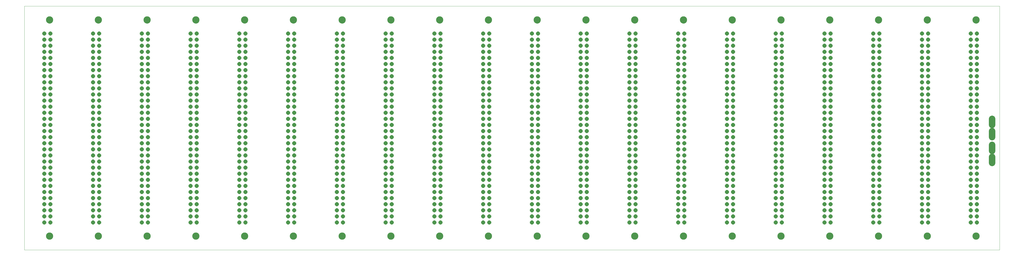
<source format=gbs>
G75*
%MOIN*%
%OFA0B0*%
%FSLAX25Y25*%
%IPPOS*%
%LPD*%
%AMOC8*
5,1,8,0,0,1.08239X$1,22.5*
%
%ADD10C,0.00000*%
%ADD11OC8,0.06400*%
%ADD12C,0.11800*%
%ADD13C,0.10643*%
%ADD14C,0.10800*%
D10*
X0001300Y0001300D02*
X0001300Y0401300D01*
X1601300Y0401300D01*
X1601300Y0001300D01*
X0001300Y0001300D01*
X0037100Y0024100D02*
X0037102Y0024248D01*
X0037108Y0024396D01*
X0037118Y0024544D01*
X0037132Y0024692D01*
X0037150Y0024839D01*
X0037172Y0024986D01*
X0037198Y0025132D01*
X0037227Y0025277D01*
X0037261Y0025422D01*
X0037299Y0025565D01*
X0037340Y0025708D01*
X0037385Y0025849D01*
X0037435Y0025989D01*
X0037487Y0026127D01*
X0037544Y0026265D01*
X0037604Y0026400D01*
X0037668Y0026534D01*
X0037735Y0026666D01*
X0037806Y0026796D01*
X0037881Y0026925D01*
X0037959Y0027051D01*
X0038040Y0027175D01*
X0038124Y0027297D01*
X0038212Y0027416D01*
X0038303Y0027533D01*
X0038397Y0027648D01*
X0038495Y0027760D01*
X0038595Y0027869D01*
X0038698Y0027976D01*
X0038804Y0028080D01*
X0038912Y0028181D01*
X0039024Y0028279D01*
X0039138Y0028374D01*
X0039254Y0028465D01*
X0039373Y0028554D01*
X0039494Y0028639D01*
X0039618Y0028721D01*
X0039744Y0028800D01*
X0039871Y0028875D01*
X0040001Y0028947D01*
X0040133Y0029016D01*
X0040266Y0029080D01*
X0040401Y0029141D01*
X0040538Y0029199D01*
X0040676Y0029253D01*
X0040816Y0029303D01*
X0040957Y0029349D01*
X0041099Y0029391D01*
X0041242Y0029430D01*
X0041386Y0029464D01*
X0041532Y0029495D01*
X0041677Y0029522D01*
X0041824Y0029545D01*
X0041971Y0029564D01*
X0042119Y0029579D01*
X0042266Y0029590D01*
X0042415Y0029597D01*
X0042563Y0029600D01*
X0042711Y0029599D01*
X0042859Y0029594D01*
X0043007Y0029585D01*
X0043155Y0029572D01*
X0043303Y0029555D01*
X0043449Y0029534D01*
X0043596Y0029509D01*
X0043741Y0029480D01*
X0043886Y0029448D01*
X0044029Y0029411D01*
X0044172Y0029371D01*
X0044314Y0029326D01*
X0044454Y0029278D01*
X0044593Y0029226D01*
X0044730Y0029171D01*
X0044866Y0029111D01*
X0045001Y0029048D01*
X0045133Y0028982D01*
X0045264Y0028912D01*
X0045393Y0028838D01*
X0045519Y0028761D01*
X0045644Y0028681D01*
X0045766Y0028597D01*
X0045887Y0028510D01*
X0046004Y0028420D01*
X0046120Y0028326D01*
X0046232Y0028230D01*
X0046342Y0028131D01*
X0046450Y0028028D01*
X0046554Y0027923D01*
X0046656Y0027815D01*
X0046754Y0027704D01*
X0046850Y0027591D01*
X0046943Y0027475D01*
X0047032Y0027357D01*
X0047118Y0027236D01*
X0047201Y0027113D01*
X0047281Y0026988D01*
X0047357Y0026861D01*
X0047430Y0026731D01*
X0047499Y0026600D01*
X0047564Y0026467D01*
X0047627Y0026333D01*
X0047685Y0026196D01*
X0047740Y0026058D01*
X0047790Y0025919D01*
X0047838Y0025778D01*
X0047881Y0025637D01*
X0047921Y0025494D01*
X0047956Y0025350D01*
X0047988Y0025205D01*
X0048016Y0025059D01*
X0048040Y0024913D01*
X0048060Y0024766D01*
X0048076Y0024618D01*
X0048088Y0024471D01*
X0048096Y0024322D01*
X0048100Y0024174D01*
X0048100Y0024026D01*
X0048096Y0023878D01*
X0048088Y0023729D01*
X0048076Y0023582D01*
X0048060Y0023434D01*
X0048040Y0023287D01*
X0048016Y0023141D01*
X0047988Y0022995D01*
X0047956Y0022850D01*
X0047921Y0022706D01*
X0047881Y0022563D01*
X0047838Y0022422D01*
X0047790Y0022281D01*
X0047740Y0022142D01*
X0047685Y0022004D01*
X0047627Y0021867D01*
X0047564Y0021733D01*
X0047499Y0021600D01*
X0047430Y0021469D01*
X0047357Y0021339D01*
X0047281Y0021212D01*
X0047201Y0021087D01*
X0047118Y0020964D01*
X0047032Y0020843D01*
X0046943Y0020725D01*
X0046850Y0020609D01*
X0046754Y0020496D01*
X0046656Y0020385D01*
X0046554Y0020277D01*
X0046450Y0020172D01*
X0046342Y0020069D01*
X0046232Y0019970D01*
X0046120Y0019874D01*
X0046004Y0019780D01*
X0045887Y0019690D01*
X0045766Y0019603D01*
X0045644Y0019519D01*
X0045519Y0019439D01*
X0045393Y0019362D01*
X0045264Y0019288D01*
X0045133Y0019218D01*
X0045001Y0019152D01*
X0044866Y0019089D01*
X0044730Y0019029D01*
X0044593Y0018974D01*
X0044454Y0018922D01*
X0044314Y0018874D01*
X0044172Y0018829D01*
X0044029Y0018789D01*
X0043886Y0018752D01*
X0043741Y0018720D01*
X0043596Y0018691D01*
X0043449Y0018666D01*
X0043303Y0018645D01*
X0043155Y0018628D01*
X0043007Y0018615D01*
X0042859Y0018606D01*
X0042711Y0018601D01*
X0042563Y0018600D01*
X0042415Y0018603D01*
X0042266Y0018610D01*
X0042119Y0018621D01*
X0041971Y0018636D01*
X0041824Y0018655D01*
X0041677Y0018678D01*
X0041532Y0018705D01*
X0041386Y0018736D01*
X0041242Y0018770D01*
X0041099Y0018809D01*
X0040957Y0018851D01*
X0040816Y0018897D01*
X0040676Y0018947D01*
X0040538Y0019001D01*
X0040401Y0019059D01*
X0040266Y0019120D01*
X0040133Y0019184D01*
X0040001Y0019253D01*
X0039871Y0019325D01*
X0039744Y0019400D01*
X0039618Y0019479D01*
X0039494Y0019561D01*
X0039373Y0019646D01*
X0039254Y0019735D01*
X0039138Y0019826D01*
X0039024Y0019921D01*
X0038912Y0020019D01*
X0038804Y0020120D01*
X0038698Y0020224D01*
X0038595Y0020331D01*
X0038495Y0020440D01*
X0038397Y0020552D01*
X0038303Y0020667D01*
X0038212Y0020784D01*
X0038124Y0020903D01*
X0038040Y0021025D01*
X0037959Y0021149D01*
X0037881Y0021275D01*
X0037806Y0021404D01*
X0037735Y0021534D01*
X0037668Y0021666D01*
X0037604Y0021800D01*
X0037544Y0021935D01*
X0037487Y0022073D01*
X0037435Y0022211D01*
X0037385Y0022351D01*
X0037340Y0022492D01*
X0037299Y0022635D01*
X0037261Y0022778D01*
X0037227Y0022923D01*
X0037198Y0023068D01*
X0037172Y0023214D01*
X0037150Y0023361D01*
X0037132Y0023508D01*
X0037118Y0023656D01*
X0037108Y0023804D01*
X0037102Y0023952D01*
X0037100Y0024100D01*
X0117100Y0024100D02*
X0117102Y0024248D01*
X0117108Y0024396D01*
X0117118Y0024544D01*
X0117132Y0024692D01*
X0117150Y0024839D01*
X0117172Y0024986D01*
X0117198Y0025132D01*
X0117227Y0025277D01*
X0117261Y0025422D01*
X0117299Y0025565D01*
X0117340Y0025708D01*
X0117385Y0025849D01*
X0117435Y0025989D01*
X0117487Y0026127D01*
X0117544Y0026265D01*
X0117604Y0026400D01*
X0117668Y0026534D01*
X0117735Y0026666D01*
X0117806Y0026796D01*
X0117881Y0026925D01*
X0117959Y0027051D01*
X0118040Y0027175D01*
X0118124Y0027297D01*
X0118212Y0027416D01*
X0118303Y0027533D01*
X0118397Y0027648D01*
X0118495Y0027760D01*
X0118595Y0027869D01*
X0118698Y0027976D01*
X0118804Y0028080D01*
X0118912Y0028181D01*
X0119024Y0028279D01*
X0119138Y0028374D01*
X0119254Y0028465D01*
X0119373Y0028554D01*
X0119494Y0028639D01*
X0119618Y0028721D01*
X0119744Y0028800D01*
X0119871Y0028875D01*
X0120001Y0028947D01*
X0120133Y0029016D01*
X0120266Y0029080D01*
X0120401Y0029141D01*
X0120538Y0029199D01*
X0120676Y0029253D01*
X0120816Y0029303D01*
X0120957Y0029349D01*
X0121099Y0029391D01*
X0121242Y0029430D01*
X0121386Y0029464D01*
X0121532Y0029495D01*
X0121677Y0029522D01*
X0121824Y0029545D01*
X0121971Y0029564D01*
X0122119Y0029579D01*
X0122266Y0029590D01*
X0122415Y0029597D01*
X0122563Y0029600D01*
X0122711Y0029599D01*
X0122859Y0029594D01*
X0123007Y0029585D01*
X0123155Y0029572D01*
X0123303Y0029555D01*
X0123449Y0029534D01*
X0123596Y0029509D01*
X0123741Y0029480D01*
X0123886Y0029448D01*
X0124029Y0029411D01*
X0124172Y0029371D01*
X0124314Y0029326D01*
X0124454Y0029278D01*
X0124593Y0029226D01*
X0124730Y0029171D01*
X0124866Y0029111D01*
X0125001Y0029048D01*
X0125133Y0028982D01*
X0125264Y0028912D01*
X0125393Y0028838D01*
X0125519Y0028761D01*
X0125644Y0028681D01*
X0125766Y0028597D01*
X0125887Y0028510D01*
X0126004Y0028420D01*
X0126120Y0028326D01*
X0126232Y0028230D01*
X0126342Y0028131D01*
X0126450Y0028028D01*
X0126554Y0027923D01*
X0126656Y0027815D01*
X0126754Y0027704D01*
X0126850Y0027591D01*
X0126943Y0027475D01*
X0127032Y0027357D01*
X0127118Y0027236D01*
X0127201Y0027113D01*
X0127281Y0026988D01*
X0127357Y0026861D01*
X0127430Y0026731D01*
X0127499Y0026600D01*
X0127564Y0026467D01*
X0127627Y0026333D01*
X0127685Y0026196D01*
X0127740Y0026058D01*
X0127790Y0025919D01*
X0127838Y0025778D01*
X0127881Y0025637D01*
X0127921Y0025494D01*
X0127956Y0025350D01*
X0127988Y0025205D01*
X0128016Y0025059D01*
X0128040Y0024913D01*
X0128060Y0024766D01*
X0128076Y0024618D01*
X0128088Y0024471D01*
X0128096Y0024322D01*
X0128100Y0024174D01*
X0128100Y0024026D01*
X0128096Y0023878D01*
X0128088Y0023729D01*
X0128076Y0023582D01*
X0128060Y0023434D01*
X0128040Y0023287D01*
X0128016Y0023141D01*
X0127988Y0022995D01*
X0127956Y0022850D01*
X0127921Y0022706D01*
X0127881Y0022563D01*
X0127838Y0022422D01*
X0127790Y0022281D01*
X0127740Y0022142D01*
X0127685Y0022004D01*
X0127627Y0021867D01*
X0127564Y0021733D01*
X0127499Y0021600D01*
X0127430Y0021469D01*
X0127357Y0021339D01*
X0127281Y0021212D01*
X0127201Y0021087D01*
X0127118Y0020964D01*
X0127032Y0020843D01*
X0126943Y0020725D01*
X0126850Y0020609D01*
X0126754Y0020496D01*
X0126656Y0020385D01*
X0126554Y0020277D01*
X0126450Y0020172D01*
X0126342Y0020069D01*
X0126232Y0019970D01*
X0126120Y0019874D01*
X0126004Y0019780D01*
X0125887Y0019690D01*
X0125766Y0019603D01*
X0125644Y0019519D01*
X0125519Y0019439D01*
X0125393Y0019362D01*
X0125264Y0019288D01*
X0125133Y0019218D01*
X0125001Y0019152D01*
X0124866Y0019089D01*
X0124730Y0019029D01*
X0124593Y0018974D01*
X0124454Y0018922D01*
X0124314Y0018874D01*
X0124172Y0018829D01*
X0124029Y0018789D01*
X0123886Y0018752D01*
X0123741Y0018720D01*
X0123596Y0018691D01*
X0123449Y0018666D01*
X0123303Y0018645D01*
X0123155Y0018628D01*
X0123007Y0018615D01*
X0122859Y0018606D01*
X0122711Y0018601D01*
X0122563Y0018600D01*
X0122415Y0018603D01*
X0122266Y0018610D01*
X0122119Y0018621D01*
X0121971Y0018636D01*
X0121824Y0018655D01*
X0121677Y0018678D01*
X0121532Y0018705D01*
X0121386Y0018736D01*
X0121242Y0018770D01*
X0121099Y0018809D01*
X0120957Y0018851D01*
X0120816Y0018897D01*
X0120676Y0018947D01*
X0120538Y0019001D01*
X0120401Y0019059D01*
X0120266Y0019120D01*
X0120133Y0019184D01*
X0120001Y0019253D01*
X0119871Y0019325D01*
X0119744Y0019400D01*
X0119618Y0019479D01*
X0119494Y0019561D01*
X0119373Y0019646D01*
X0119254Y0019735D01*
X0119138Y0019826D01*
X0119024Y0019921D01*
X0118912Y0020019D01*
X0118804Y0020120D01*
X0118698Y0020224D01*
X0118595Y0020331D01*
X0118495Y0020440D01*
X0118397Y0020552D01*
X0118303Y0020667D01*
X0118212Y0020784D01*
X0118124Y0020903D01*
X0118040Y0021025D01*
X0117959Y0021149D01*
X0117881Y0021275D01*
X0117806Y0021404D01*
X0117735Y0021534D01*
X0117668Y0021666D01*
X0117604Y0021800D01*
X0117544Y0021935D01*
X0117487Y0022073D01*
X0117435Y0022211D01*
X0117385Y0022351D01*
X0117340Y0022492D01*
X0117299Y0022635D01*
X0117261Y0022778D01*
X0117227Y0022923D01*
X0117198Y0023068D01*
X0117172Y0023214D01*
X0117150Y0023361D01*
X0117132Y0023508D01*
X0117118Y0023656D01*
X0117108Y0023804D01*
X0117102Y0023952D01*
X0117100Y0024100D01*
X0197100Y0024100D02*
X0197102Y0024248D01*
X0197108Y0024396D01*
X0197118Y0024544D01*
X0197132Y0024692D01*
X0197150Y0024839D01*
X0197172Y0024986D01*
X0197198Y0025132D01*
X0197227Y0025277D01*
X0197261Y0025422D01*
X0197299Y0025565D01*
X0197340Y0025708D01*
X0197385Y0025849D01*
X0197435Y0025989D01*
X0197487Y0026127D01*
X0197544Y0026265D01*
X0197604Y0026400D01*
X0197668Y0026534D01*
X0197735Y0026666D01*
X0197806Y0026796D01*
X0197881Y0026925D01*
X0197959Y0027051D01*
X0198040Y0027175D01*
X0198124Y0027297D01*
X0198212Y0027416D01*
X0198303Y0027533D01*
X0198397Y0027648D01*
X0198495Y0027760D01*
X0198595Y0027869D01*
X0198698Y0027976D01*
X0198804Y0028080D01*
X0198912Y0028181D01*
X0199024Y0028279D01*
X0199138Y0028374D01*
X0199254Y0028465D01*
X0199373Y0028554D01*
X0199494Y0028639D01*
X0199618Y0028721D01*
X0199744Y0028800D01*
X0199871Y0028875D01*
X0200001Y0028947D01*
X0200133Y0029016D01*
X0200266Y0029080D01*
X0200401Y0029141D01*
X0200538Y0029199D01*
X0200676Y0029253D01*
X0200816Y0029303D01*
X0200957Y0029349D01*
X0201099Y0029391D01*
X0201242Y0029430D01*
X0201386Y0029464D01*
X0201532Y0029495D01*
X0201677Y0029522D01*
X0201824Y0029545D01*
X0201971Y0029564D01*
X0202119Y0029579D01*
X0202266Y0029590D01*
X0202415Y0029597D01*
X0202563Y0029600D01*
X0202711Y0029599D01*
X0202859Y0029594D01*
X0203007Y0029585D01*
X0203155Y0029572D01*
X0203303Y0029555D01*
X0203449Y0029534D01*
X0203596Y0029509D01*
X0203741Y0029480D01*
X0203886Y0029448D01*
X0204029Y0029411D01*
X0204172Y0029371D01*
X0204314Y0029326D01*
X0204454Y0029278D01*
X0204593Y0029226D01*
X0204730Y0029171D01*
X0204866Y0029111D01*
X0205001Y0029048D01*
X0205133Y0028982D01*
X0205264Y0028912D01*
X0205393Y0028838D01*
X0205519Y0028761D01*
X0205644Y0028681D01*
X0205766Y0028597D01*
X0205887Y0028510D01*
X0206004Y0028420D01*
X0206120Y0028326D01*
X0206232Y0028230D01*
X0206342Y0028131D01*
X0206450Y0028028D01*
X0206554Y0027923D01*
X0206656Y0027815D01*
X0206754Y0027704D01*
X0206850Y0027591D01*
X0206943Y0027475D01*
X0207032Y0027357D01*
X0207118Y0027236D01*
X0207201Y0027113D01*
X0207281Y0026988D01*
X0207357Y0026861D01*
X0207430Y0026731D01*
X0207499Y0026600D01*
X0207564Y0026467D01*
X0207627Y0026333D01*
X0207685Y0026196D01*
X0207740Y0026058D01*
X0207790Y0025919D01*
X0207838Y0025778D01*
X0207881Y0025637D01*
X0207921Y0025494D01*
X0207956Y0025350D01*
X0207988Y0025205D01*
X0208016Y0025059D01*
X0208040Y0024913D01*
X0208060Y0024766D01*
X0208076Y0024618D01*
X0208088Y0024471D01*
X0208096Y0024322D01*
X0208100Y0024174D01*
X0208100Y0024026D01*
X0208096Y0023878D01*
X0208088Y0023729D01*
X0208076Y0023582D01*
X0208060Y0023434D01*
X0208040Y0023287D01*
X0208016Y0023141D01*
X0207988Y0022995D01*
X0207956Y0022850D01*
X0207921Y0022706D01*
X0207881Y0022563D01*
X0207838Y0022422D01*
X0207790Y0022281D01*
X0207740Y0022142D01*
X0207685Y0022004D01*
X0207627Y0021867D01*
X0207564Y0021733D01*
X0207499Y0021600D01*
X0207430Y0021469D01*
X0207357Y0021339D01*
X0207281Y0021212D01*
X0207201Y0021087D01*
X0207118Y0020964D01*
X0207032Y0020843D01*
X0206943Y0020725D01*
X0206850Y0020609D01*
X0206754Y0020496D01*
X0206656Y0020385D01*
X0206554Y0020277D01*
X0206450Y0020172D01*
X0206342Y0020069D01*
X0206232Y0019970D01*
X0206120Y0019874D01*
X0206004Y0019780D01*
X0205887Y0019690D01*
X0205766Y0019603D01*
X0205644Y0019519D01*
X0205519Y0019439D01*
X0205393Y0019362D01*
X0205264Y0019288D01*
X0205133Y0019218D01*
X0205001Y0019152D01*
X0204866Y0019089D01*
X0204730Y0019029D01*
X0204593Y0018974D01*
X0204454Y0018922D01*
X0204314Y0018874D01*
X0204172Y0018829D01*
X0204029Y0018789D01*
X0203886Y0018752D01*
X0203741Y0018720D01*
X0203596Y0018691D01*
X0203449Y0018666D01*
X0203303Y0018645D01*
X0203155Y0018628D01*
X0203007Y0018615D01*
X0202859Y0018606D01*
X0202711Y0018601D01*
X0202563Y0018600D01*
X0202415Y0018603D01*
X0202266Y0018610D01*
X0202119Y0018621D01*
X0201971Y0018636D01*
X0201824Y0018655D01*
X0201677Y0018678D01*
X0201532Y0018705D01*
X0201386Y0018736D01*
X0201242Y0018770D01*
X0201099Y0018809D01*
X0200957Y0018851D01*
X0200816Y0018897D01*
X0200676Y0018947D01*
X0200538Y0019001D01*
X0200401Y0019059D01*
X0200266Y0019120D01*
X0200133Y0019184D01*
X0200001Y0019253D01*
X0199871Y0019325D01*
X0199744Y0019400D01*
X0199618Y0019479D01*
X0199494Y0019561D01*
X0199373Y0019646D01*
X0199254Y0019735D01*
X0199138Y0019826D01*
X0199024Y0019921D01*
X0198912Y0020019D01*
X0198804Y0020120D01*
X0198698Y0020224D01*
X0198595Y0020331D01*
X0198495Y0020440D01*
X0198397Y0020552D01*
X0198303Y0020667D01*
X0198212Y0020784D01*
X0198124Y0020903D01*
X0198040Y0021025D01*
X0197959Y0021149D01*
X0197881Y0021275D01*
X0197806Y0021404D01*
X0197735Y0021534D01*
X0197668Y0021666D01*
X0197604Y0021800D01*
X0197544Y0021935D01*
X0197487Y0022073D01*
X0197435Y0022211D01*
X0197385Y0022351D01*
X0197340Y0022492D01*
X0197299Y0022635D01*
X0197261Y0022778D01*
X0197227Y0022923D01*
X0197198Y0023068D01*
X0197172Y0023214D01*
X0197150Y0023361D01*
X0197132Y0023508D01*
X0197118Y0023656D01*
X0197108Y0023804D01*
X0197102Y0023952D01*
X0197100Y0024100D01*
X0277100Y0024100D02*
X0277102Y0024248D01*
X0277108Y0024396D01*
X0277118Y0024544D01*
X0277132Y0024692D01*
X0277150Y0024839D01*
X0277172Y0024986D01*
X0277198Y0025132D01*
X0277227Y0025277D01*
X0277261Y0025422D01*
X0277299Y0025565D01*
X0277340Y0025708D01*
X0277385Y0025849D01*
X0277435Y0025989D01*
X0277487Y0026127D01*
X0277544Y0026265D01*
X0277604Y0026400D01*
X0277668Y0026534D01*
X0277735Y0026666D01*
X0277806Y0026796D01*
X0277881Y0026925D01*
X0277959Y0027051D01*
X0278040Y0027175D01*
X0278124Y0027297D01*
X0278212Y0027416D01*
X0278303Y0027533D01*
X0278397Y0027648D01*
X0278495Y0027760D01*
X0278595Y0027869D01*
X0278698Y0027976D01*
X0278804Y0028080D01*
X0278912Y0028181D01*
X0279024Y0028279D01*
X0279138Y0028374D01*
X0279254Y0028465D01*
X0279373Y0028554D01*
X0279494Y0028639D01*
X0279618Y0028721D01*
X0279744Y0028800D01*
X0279871Y0028875D01*
X0280001Y0028947D01*
X0280133Y0029016D01*
X0280266Y0029080D01*
X0280401Y0029141D01*
X0280538Y0029199D01*
X0280676Y0029253D01*
X0280816Y0029303D01*
X0280957Y0029349D01*
X0281099Y0029391D01*
X0281242Y0029430D01*
X0281386Y0029464D01*
X0281532Y0029495D01*
X0281677Y0029522D01*
X0281824Y0029545D01*
X0281971Y0029564D01*
X0282119Y0029579D01*
X0282266Y0029590D01*
X0282415Y0029597D01*
X0282563Y0029600D01*
X0282711Y0029599D01*
X0282859Y0029594D01*
X0283007Y0029585D01*
X0283155Y0029572D01*
X0283303Y0029555D01*
X0283449Y0029534D01*
X0283596Y0029509D01*
X0283741Y0029480D01*
X0283886Y0029448D01*
X0284029Y0029411D01*
X0284172Y0029371D01*
X0284314Y0029326D01*
X0284454Y0029278D01*
X0284593Y0029226D01*
X0284730Y0029171D01*
X0284866Y0029111D01*
X0285001Y0029048D01*
X0285133Y0028982D01*
X0285264Y0028912D01*
X0285393Y0028838D01*
X0285519Y0028761D01*
X0285644Y0028681D01*
X0285766Y0028597D01*
X0285887Y0028510D01*
X0286004Y0028420D01*
X0286120Y0028326D01*
X0286232Y0028230D01*
X0286342Y0028131D01*
X0286450Y0028028D01*
X0286554Y0027923D01*
X0286656Y0027815D01*
X0286754Y0027704D01*
X0286850Y0027591D01*
X0286943Y0027475D01*
X0287032Y0027357D01*
X0287118Y0027236D01*
X0287201Y0027113D01*
X0287281Y0026988D01*
X0287357Y0026861D01*
X0287430Y0026731D01*
X0287499Y0026600D01*
X0287564Y0026467D01*
X0287627Y0026333D01*
X0287685Y0026196D01*
X0287740Y0026058D01*
X0287790Y0025919D01*
X0287838Y0025778D01*
X0287881Y0025637D01*
X0287921Y0025494D01*
X0287956Y0025350D01*
X0287988Y0025205D01*
X0288016Y0025059D01*
X0288040Y0024913D01*
X0288060Y0024766D01*
X0288076Y0024618D01*
X0288088Y0024471D01*
X0288096Y0024322D01*
X0288100Y0024174D01*
X0288100Y0024026D01*
X0288096Y0023878D01*
X0288088Y0023729D01*
X0288076Y0023582D01*
X0288060Y0023434D01*
X0288040Y0023287D01*
X0288016Y0023141D01*
X0287988Y0022995D01*
X0287956Y0022850D01*
X0287921Y0022706D01*
X0287881Y0022563D01*
X0287838Y0022422D01*
X0287790Y0022281D01*
X0287740Y0022142D01*
X0287685Y0022004D01*
X0287627Y0021867D01*
X0287564Y0021733D01*
X0287499Y0021600D01*
X0287430Y0021469D01*
X0287357Y0021339D01*
X0287281Y0021212D01*
X0287201Y0021087D01*
X0287118Y0020964D01*
X0287032Y0020843D01*
X0286943Y0020725D01*
X0286850Y0020609D01*
X0286754Y0020496D01*
X0286656Y0020385D01*
X0286554Y0020277D01*
X0286450Y0020172D01*
X0286342Y0020069D01*
X0286232Y0019970D01*
X0286120Y0019874D01*
X0286004Y0019780D01*
X0285887Y0019690D01*
X0285766Y0019603D01*
X0285644Y0019519D01*
X0285519Y0019439D01*
X0285393Y0019362D01*
X0285264Y0019288D01*
X0285133Y0019218D01*
X0285001Y0019152D01*
X0284866Y0019089D01*
X0284730Y0019029D01*
X0284593Y0018974D01*
X0284454Y0018922D01*
X0284314Y0018874D01*
X0284172Y0018829D01*
X0284029Y0018789D01*
X0283886Y0018752D01*
X0283741Y0018720D01*
X0283596Y0018691D01*
X0283449Y0018666D01*
X0283303Y0018645D01*
X0283155Y0018628D01*
X0283007Y0018615D01*
X0282859Y0018606D01*
X0282711Y0018601D01*
X0282563Y0018600D01*
X0282415Y0018603D01*
X0282266Y0018610D01*
X0282119Y0018621D01*
X0281971Y0018636D01*
X0281824Y0018655D01*
X0281677Y0018678D01*
X0281532Y0018705D01*
X0281386Y0018736D01*
X0281242Y0018770D01*
X0281099Y0018809D01*
X0280957Y0018851D01*
X0280816Y0018897D01*
X0280676Y0018947D01*
X0280538Y0019001D01*
X0280401Y0019059D01*
X0280266Y0019120D01*
X0280133Y0019184D01*
X0280001Y0019253D01*
X0279871Y0019325D01*
X0279744Y0019400D01*
X0279618Y0019479D01*
X0279494Y0019561D01*
X0279373Y0019646D01*
X0279254Y0019735D01*
X0279138Y0019826D01*
X0279024Y0019921D01*
X0278912Y0020019D01*
X0278804Y0020120D01*
X0278698Y0020224D01*
X0278595Y0020331D01*
X0278495Y0020440D01*
X0278397Y0020552D01*
X0278303Y0020667D01*
X0278212Y0020784D01*
X0278124Y0020903D01*
X0278040Y0021025D01*
X0277959Y0021149D01*
X0277881Y0021275D01*
X0277806Y0021404D01*
X0277735Y0021534D01*
X0277668Y0021666D01*
X0277604Y0021800D01*
X0277544Y0021935D01*
X0277487Y0022073D01*
X0277435Y0022211D01*
X0277385Y0022351D01*
X0277340Y0022492D01*
X0277299Y0022635D01*
X0277261Y0022778D01*
X0277227Y0022923D01*
X0277198Y0023068D01*
X0277172Y0023214D01*
X0277150Y0023361D01*
X0277132Y0023508D01*
X0277118Y0023656D01*
X0277108Y0023804D01*
X0277102Y0023952D01*
X0277100Y0024100D01*
X0357100Y0024100D02*
X0357102Y0024248D01*
X0357108Y0024396D01*
X0357118Y0024544D01*
X0357132Y0024692D01*
X0357150Y0024839D01*
X0357172Y0024986D01*
X0357198Y0025132D01*
X0357227Y0025277D01*
X0357261Y0025422D01*
X0357299Y0025565D01*
X0357340Y0025708D01*
X0357385Y0025849D01*
X0357435Y0025989D01*
X0357487Y0026127D01*
X0357544Y0026265D01*
X0357604Y0026400D01*
X0357668Y0026534D01*
X0357735Y0026666D01*
X0357806Y0026796D01*
X0357881Y0026925D01*
X0357959Y0027051D01*
X0358040Y0027175D01*
X0358124Y0027297D01*
X0358212Y0027416D01*
X0358303Y0027533D01*
X0358397Y0027648D01*
X0358495Y0027760D01*
X0358595Y0027869D01*
X0358698Y0027976D01*
X0358804Y0028080D01*
X0358912Y0028181D01*
X0359024Y0028279D01*
X0359138Y0028374D01*
X0359254Y0028465D01*
X0359373Y0028554D01*
X0359494Y0028639D01*
X0359618Y0028721D01*
X0359744Y0028800D01*
X0359871Y0028875D01*
X0360001Y0028947D01*
X0360133Y0029016D01*
X0360266Y0029080D01*
X0360401Y0029141D01*
X0360538Y0029199D01*
X0360676Y0029253D01*
X0360816Y0029303D01*
X0360957Y0029349D01*
X0361099Y0029391D01*
X0361242Y0029430D01*
X0361386Y0029464D01*
X0361532Y0029495D01*
X0361677Y0029522D01*
X0361824Y0029545D01*
X0361971Y0029564D01*
X0362119Y0029579D01*
X0362266Y0029590D01*
X0362415Y0029597D01*
X0362563Y0029600D01*
X0362711Y0029599D01*
X0362859Y0029594D01*
X0363007Y0029585D01*
X0363155Y0029572D01*
X0363303Y0029555D01*
X0363449Y0029534D01*
X0363596Y0029509D01*
X0363741Y0029480D01*
X0363886Y0029448D01*
X0364029Y0029411D01*
X0364172Y0029371D01*
X0364314Y0029326D01*
X0364454Y0029278D01*
X0364593Y0029226D01*
X0364730Y0029171D01*
X0364866Y0029111D01*
X0365001Y0029048D01*
X0365133Y0028982D01*
X0365264Y0028912D01*
X0365393Y0028838D01*
X0365519Y0028761D01*
X0365644Y0028681D01*
X0365766Y0028597D01*
X0365887Y0028510D01*
X0366004Y0028420D01*
X0366120Y0028326D01*
X0366232Y0028230D01*
X0366342Y0028131D01*
X0366450Y0028028D01*
X0366554Y0027923D01*
X0366656Y0027815D01*
X0366754Y0027704D01*
X0366850Y0027591D01*
X0366943Y0027475D01*
X0367032Y0027357D01*
X0367118Y0027236D01*
X0367201Y0027113D01*
X0367281Y0026988D01*
X0367357Y0026861D01*
X0367430Y0026731D01*
X0367499Y0026600D01*
X0367564Y0026467D01*
X0367627Y0026333D01*
X0367685Y0026196D01*
X0367740Y0026058D01*
X0367790Y0025919D01*
X0367838Y0025778D01*
X0367881Y0025637D01*
X0367921Y0025494D01*
X0367956Y0025350D01*
X0367988Y0025205D01*
X0368016Y0025059D01*
X0368040Y0024913D01*
X0368060Y0024766D01*
X0368076Y0024618D01*
X0368088Y0024471D01*
X0368096Y0024322D01*
X0368100Y0024174D01*
X0368100Y0024026D01*
X0368096Y0023878D01*
X0368088Y0023729D01*
X0368076Y0023582D01*
X0368060Y0023434D01*
X0368040Y0023287D01*
X0368016Y0023141D01*
X0367988Y0022995D01*
X0367956Y0022850D01*
X0367921Y0022706D01*
X0367881Y0022563D01*
X0367838Y0022422D01*
X0367790Y0022281D01*
X0367740Y0022142D01*
X0367685Y0022004D01*
X0367627Y0021867D01*
X0367564Y0021733D01*
X0367499Y0021600D01*
X0367430Y0021469D01*
X0367357Y0021339D01*
X0367281Y0021212D01*
X0367201Y0021087D01*
X0367118Y0020964D01*
X0367032Y0020843D01*
X0366943Y0020725D01*
X0366850Y0020609D01*
X0366754Y0020496D01*
X0366656Y0020385D01*
X0366554Y0020277D01*
X0366450Y0020172D01*
X0366342Y0020069D01*
X0366232Y0019970D01*
X0366120Y0019874D01*
X0366004Y0019780D01*
X0365887Y0019690D01*
X0365766Y0019603D01*
X0365644Y0019519D01*
X0365519Y0019439D01*
X0365393Y0019362D01*
X0365264Y0019288D01*
X0365133Y0019218D01*
X0365001Y0019152D01*
X0364866Y0019089D01*
X0364730Y0019029D01*
X0364593Y0018974D01*
X0364454Y0018922D01*
X0364314Y0018874D01*
X0364172Y0018829D01*
X0364029Y0018789D01*
X0363886Y0018752D01*
X0363741Y0018720D01*
X0363596Y0018691D01*
X0363449Y0018666D01*
X0363303Y0018645D01*
X0363155Y0018628D01*
X0363007Y0018615D01*
X0362859Y0018606D01*
X0362711Y0018601D01*
X0362563Y0018600D01*
X0362415Y0018603D01*
X0362266Y0018610D01*
X0362119Y0018621D01*
X0361971Y0018636D01*
X0361824Y0018655D01*
X0361677Y0018678D01*
X0361532Y0018705D01*
X0361386Y0018736D01*
X0361242Y0018770D01*
X0361099Y0018809D01*
X0360957Y0018851D01*
X0360816Y0018897D01*
X0360676Y0018947D01*
X0360538Y0019001D01*
X0360401Y0019059D01*
X0360266Y0019120D01*
X0360133Y0019184D01*
X0360001Y0019253D01*
X0359871Y0019325D01*
X0359744Y0019400D01*
X0359618Y0019479D01*
X0359494Y0019561D01*
X0359373Y0019646D01*
X0359254Y0019735D01*
X0359138Y0019826D01*
X0359024Y0019921D01*
X0358912Y0020019D01*
X0358804Y0020120D01*
X0358698Y0020224D01*
X0358595Y0020331D01*
X0358495Y0020440D01*
X0358397Y0020552D01*
X0358303Y0020667D01*
X0358212Y0020784D01*
X0358124Y0020903D01*
X0358040Y0021025D01*
X0357959Y0021149D01*
X0357881Y0021275D01*
X0357806Y0021404D01*
X0357735Y0021534D01*
X0357668Y0021666D01*
X0357604Y0021800D01*
X0357544Y0021935D01*
X0357487Y0022073D01*
X0357435Y0022211D01*
X0357385Y0022351D01*
X0357340Y0022492D01*
X0357299Y0022635D01*
X0357261Y0022778D01*
X0357227Y0022923D01*
X0357198Y0023068D01*
X0357172Y0023214D01*
X0357150Y0023361D01*
X0357132Y0023508D01*
X0357118Y0023656D01*
X0357108Y0023804D01*
X0357102Y0023952D01*
X0357100Y0024100D01*
X0437100Y0024100D02*
X0437102Y0024248D01*
X0437108Y0024396D01*
X0437118Y0024544D01*
X0437132Y0024692D01*
X0437150Y0024839D01*
X0437172Y0024986D01*
X0437198Y0025132D01*
X0437227Y0025277D01*
X0437261Y0025422D01*
X0437299Y0025565D01*
X0437340Y0025708D01*
X0437385Y0025849D01*
X0437435Y0025989D01*
X0437487Y0026127D01*
X0437544Y0026265D01*
X0437604Y0026400D01*
X0437668Y0026534D01*
X0437735Y0026666D01*
X0437806Y0026796D01*
X0437881Y0026925D01*
X0437959Y0027051D01*
X0438040Y0027175D01*
X0438124Y0027297D01*
X0438212Y0027416D01*
X0438303Y0027533D01*
X0438397Y0027648D01*
X0438495Y0027760D01*
X0438595Y0027869D01*
X0438698Y0027976D01*
X0438804Y0028080D01*
X0438912Y0028181D01*
X0439024Y0028279D01*
X0439138Y0028374D01*
X0439254Y0028465D01*
X0439373Y0028554D01*
X0439494Y0028639D01*
X0439618Y0028721D01*
X0439744Y0028800D01*
X0439871Y0028875D01*
X0440001Y0028947D01*
X0440133Y0029016D01*
X0440266Y0029080D01*
X0440401Y0029141D01*
X0440538Y0029199D01*
X0440676Y0029253D01*
X0440816Y0029303D01*
X0440957Y0029349D01*
X0441099Y0029391D01*
X0441242Y0029430D01*
X0441386Y0029464D01*
X0441532Y0029495D01*
X0441677Y0029522D01*
X0441824Y0029545D01*
X0441971Y0029564D01*
X0442119Y0029579D01*
X0442266Y0029590D01*
X0442415Y0029597D01*
X0442563Y0029600D01*
X0442711Y0029599D01*
X0442859Y0029594D01*
X0443007Y0029585D01*
X0443155Y0029572D01*
X0443303Y0029555D01*
X0443449Y0029534D01*
X0443596Y0029509D01*
X0443741Y0029480D01*
X0443886Y0029448D01*
X0444029Y0029411D01*
X0444172Y0029371D01*
X0444314Y0029326D01*
X0444454Y0029278D01*
X0444593Y0029226D01*
X0444730Y0029171D01*
X0444866Y0029111D01*
X0445001Y0029048D01*
X0445133Y0028982D01*
X0445264Y0028912D01*
X0445393Y0028838D01*
X0445519Y0028761D01*
X0445644Y0028681D01*
X0445766Y0028597D01*
X0445887Y0028510D01*
X0446004Y0028420D01*
X0446120Y0028326D01*
X0446232Y0028230D01*
X0446342Y0028131D01*
X0446450Y0028028D01*
X0446554Y0027923D01*
X0446656Y0027815D01*
X0446754Y0027704D01*
X0446850Y0027591D01*
X0446943Y0027475D01*
X0447032Y0027357D01*
X0447118Y0027236D01*
X0447201Y0027113D01*
X0447281Y0026988D01*
X0447357Y0026861D01*
X0447430Y0026731D01*
X0447499Y0026600D01*
X0447564Y0026467D01*
X0447627Y0026333D01*
X0447685Y0026196D01*
X0447740Y0026058D01*
X0447790Y0025919D01*
X0447838Y0025778D01*
X0447881Y0025637D01*
X0447921Y0025494D01*
X0447956Y0025350D01*
X0447988Y0025205D01*
X0448016Y0025059D01*
X0448040Y0024913D01*
X0448060Y0024766D01*
X0448076Y0024618D01*
X0448088Y0024471D01*
X0448096Y0024322D01*
X0448100Y0024174D01*
X0448100Y0024026D01*
X0448096Y0023878D01*
X0448088Y0023729D01*
X0448076Y0023582D01*
X0448060Y0023434D01*
X0448040Y0023287D01*
X0448016Y0023141D01*
X0447988Y0022995D01*
X0447956Y0022850D01*
X0447921Y0022706D01*
X0447881Y0022563D01*
X0447838Y0022422D01*
X0447790Y0022281D01*
X0447740Y0022142D01*
X0447685Y0022004D01*
X0447627Y0021867D01*
X0447564Y0021733D01*
X0447499Y0021600D01*
X0447430Y0021469D01*
X0447357Y0021339D01*
X0447281Y0021212D01*
X0447201Y0021087D01*
X0447118Y0020964D01*
X0447032Y0020843D01*
X0446943Y0020725D01*
X0446850Y0020609D01*
X0446754Y0020496D01*
X0446656Y0020385D01*
X0446554Y0020277D01*
X0446450Y0020172D01*
X0446342Y0020069D01*
X0446232Y0019970D01*
X0446120Y0019874D01*
X0446004Y0019780D01*
X0445887Y0019690D01*
X0445766Y0019603D01*
X0445644Y0019519D01*
X0445519Y0019439D01*
X0445393Y0019362D01*
X0445264Y0019288D01*
X0445133Y0019218D01*
X0445001Y0019152D01*
X0444866Y0019089D01*
X0444730Y0019029D01*
X0444593Y0018974D01*
X0444454Y0018922D01*
X0444314Y0018874D01*
X0444172Y0018829D01*
X0444029Y0018789D01*
X0443886Y0018752D01*
X0443741Y0018720D01*
X0443596Y0018691D01*
X0443449Y0018666D01*
X0443303Y0018645D01*
X0443155Y0018628D01*
X0443007Y0018615D01*
X0442859Y0018606D01*
X0442711Y0018601D01*
X0442563Y0018600D01*
X0442415Y0018603D01*
X0442266Y0018610D01*
X0442119Y0018621D01*
X0441971Y0018636D01*
X0441824Y0018655D01*
X0441677Y0018678D01*
X0441532Y0018705D01*
X0441386Y0018736D01*
X0441242Y0018770D01*
X0441099Y0018809D01*
X0440957Y0018851D01*
X0440816Y0018897D01*
X0440676Y0018947D01*
X0440538Y0019001D01*
X0440401Y0019059D01*
X0440266Y0019120D01*
X0440133Y0019184D01*
X0440001Y0019253D01*
X0439871Y0019325D01*
X0439744Y0019400D01*
X0439618Y0019479D01*
X0439494Y0019561D01*
X0439373Y0019646D01*
X0439254Y0019735D01*
X0439138Y0019826D01*
X0439024Y0019921D01*
X0438912Y0020019D01*
X0438804Y0020120D01*
X0438698Y0020224D01*
X0438595Y0020331D01*
X0438495Y0020440D01*
X0438397Y0020552D01*
X0438303Y0020667D01*
X0438212Y0020784D01*
X0438124Y0020903D01*
X0438040Y0021025D01*
X0437959Y0021149D01*
X0437881Y0021275D01*
X0437806Y0021404D01*
X0437735Y0021534D01*
X0437668Y0021666D01*
X0437604Y0021800D01*
X0437544Y0021935D01*
X0437487Y0022073D01*
X0437435Y0022211D01*
X0437385Y0022351D01*
X0437340Y0022492D01*
X0437299Y0022635D01*
X0437261Y0022778D01*
X0437227Y0022923D01*
X0437198Y0023068D01*
X0437172Y0023214D01*
X0437150Y0023361D01*
X0437132Y0023508D01*
X0437118Y0023656D01*
X0437108Y0023804D01*
X0437102Y0023952D01*
X0437100Y0024100D01*
X0517100Y0024100D02*
X0517102Y0024248D01*
X0517108Y0024396D01*
X0517118Y0024544D01*
X0517132Y0024692D01*
X0517150Y0024839D01*
X0517172Y0024986D01*
X0517198Y0025132D01*
X0517227Y0025277D01*
X0517261Y0025422D01*
X0517299Y0025565D01*
X0517340Y0025708D01*
X0517385Y0025849D01*
X0517435Y0025989D01*
X0517487Y0026127D01*
X0517544Y0026265D01*
X0517604Y0026400D01*
X0517668Y0026534D01*
X0517735Y0026666D01*
X0517806Y0026796D01*
X0517881Y0026925D01*
X0517959Y0027051D01*
X0518040Y0027175D01*
X0518124Y0027297D01*
X0518212Y0027416D01*
X0518303Y0027533D01*
X0518397Y0027648D01*
X0518495Y0027760D01*
X0518595Y0027869D01*
X0518698Y0027976D01*
X0518804Y0028080D01*
X0518912Y0028181D01*
X0519024Y0028279D01*
X0519138Y0028374D01*
X0519254Y0028465D01*
X0519373Y0028554D01*
X0519494Y0028639D01*
X0519618Y0028721D01*
X0519744Y0028800D01*
X0519871Y0028875D01*
X0520001Y0028947D01*
X0520133Y0029016D01*
X0520266Y0029080D01*
X0520401Y0029141D01*
X0520538Y0029199D01*
X0520676Y0029253D01*
X0520816Y0029303D01*
X0520957Y0029349D01*
X0521099Y0029391D01*
X0521242Y0029430D01*
X0521386Y0029464D01*
X0521532Y0029495D01*
X0521677Y0029522D01*
X0521824Y0029545D01*
X0521971Y0029564D01*
X0522119Y0029579D01*
X0522266Y0029590D01*
X0522415Y0029597D01*
X0522563Y0029600D01*
X0522711Y0029599D01*
X0522859Y0029594D01*
X0523007Y0029585D01*
X0523155Y0029572D01*
X0523303Y0029555D01*
X0523449Y0029534D01*
X0523596Y0029509D01*
X0523741Y0029480D01*
X0523886Y0029448D01*
X0524029Y0029411D01*
X0524172Y0029371D01*
X0524314Y0029326D01*
X0524454Y0029278D01*
X0524593Y0029226D01*
X0524730Y0029171D01*
X0524866Y0029111D01*
X0525001Y0029048D01*
X0525133Y0028982D01*
X0525264Y0028912D01*
X0525393Y0028838D01*
X0525519Y0028761D01*
X0525644Y0028681D01*
X0525766Y0028597D01*
X0525887Y0028510D01*
X0526004Y0028420D01*
X0526120Y0028326D01*
X0526232Y0028230D01*
X0526342Y0028131D01*
X0526450Y0028028D01*
X0526554Y0027923D01*
X0526656Y0027815D01*
X0526754Y0027704D01*
X0526850Y0027591D01*
X0526943Y0027475D01*
X0527032Y0027357D01*
X0527118Y0027236D01*
X0527201Y0027113D01*
X0527281Y0026988D01*
X0527357Y0026861D01*
X0527430Y0026731D01*
X0527499Y0026600D01*
X0527564Y0026467D01*
X0527627Y0026333D01*
X0527685Y0026196D01*
X0527740Y0026058D01*
X0527790Y0025919D01*
X0527838Y0025778D01*
X0527881Y0025637D01*
X0527921Y0025494D01*
X0527956Y0025350D01*
X0527988Y0025205D01*
X0528016Y0025059D01*
X0528040Y0024913D01*
X0528060Y0024766D01*
X0528076Y0024618D01*
X0528088Y0024471D01*
X0528096Y0024322D01*
X0528100Y0024174D01*
X0528100Y0024026D01*
X0528096Y0023878D01*
X0528088Y0023729D01*
X0528076Y0023582D01*
X0528060Y0023434D01*
X0528040Y0023287D01*
X0528016Y0023141D01*
X0527988Y0022995D01*
X0527956Y0022850D01*
X0527921Y0022706D01*
X0527881Y0022563D01*
X0527838Y0022422D01*
X0527790Y0022281D01*
X0527740Y0022142D01*
X0527685Y0022004D01*
X0527627Y0021867D01*
X0527564Y0021733D01*
X0527499Y0021600D01*
X0527430Y0021469D01*
X0527357Y0021339D01*
X0527281Y0021212D01*
X0527201Y0021087D01*
X0527118Y0020964D01*
X0527032Y0020843D01*
X0526943Y0020725D01*
X0526850Y0020609D01*
X0526754Y0020496D01*
X0526656Y0020385D01*
X0526554Y0020277D01*
X0526450Y0020172D01*
X0526342Y0020069D01*
X0526232Y0019970D01*
X0526120Y0019874D01*
X0526004Y0019780D01*
X0525887Y0019690D01*
X0525766Y0019603D01*
X0525644Y0019519D01*
X0525519Y0019439D01*
X0525393Y0019362D01*
X0525264Y0019288D01*
X0525133Y0019218D01*
X0525001Y0019152D01*
X0524866Y0019089D01*
X0524730Y0019029D01*
X0524593Y0018974D01*
X0524454Y0018922D01*
X0524314Y0018874D01*
X0524172Y0018829D01*
X0524029Y0018789D01*
X0523886Y0018752D01*
X0523741Y0018720D01*
X0523596Y0018691D01*
X0523449Y0018666D01*
X0523303Y0018645D01*
X0523155Y0018628D01*
X0523007Y0018615D01*
X0522859Y0018606D01*
X0522711Y0018601D01*
X0522563Y0018600D01*
X0522415Y0018603D01*
X0522266Y0018610D01*
X0522119Y0018621D01*
X0521971Y0018636D01*
X0521824Y0018655D01*
X0521677Y0018678D01*
X0521532Y0018705D01*
X0521386Y0018736D01*
X0521242Y0018770D01*
X0521099Y0018809D01*
X0520957Y0018851D01*
X0520816Y0018897D01*
X0520676Y0018947D01*
X0520538Y0019001D01*
X0520401Y0019059D01*
X0520266Y0019120D01*
X0520133Y0019184D01*
X0520001Y0019253D01*
X0519871Y0019325D01*
X0519744Y0019400D01*
X0519618Y0019479D01*
X0519494Y0019561D01*
X0519373Y0019646D01*
X0519254Y0019735D01*
X0519138Y0019826D01*
X0519024Y0019921D01*
X0518912Y0020019D01*
X0518804Y0020120D01*
X0518698Y0020224D01*
X0518595Y0020331D01*
X0518495Y0020440D01*
X0518397Y0020552D01*
X0518303Y0020667D01*
X0518212Y0020784D01*
X0518124Y0020903D01*
X0518040Y0021025D01*
X0517959Y0021149D01*
X0517881Y0021275D01*
X0517806Y0021404D01*
X0517735Y0021534D01*
X0517668Y0021666D01*
X0517604Y0021800D01*
X0517544Y0021935D01*
X0517487Y0022073D01*
X0517435Y0022211D01*
X0517385Y0022351D01*
X0517340Y0022492D01*
X0517299Y0022635D01*
X0517261Y0022778D01*
X0517227Y0022923D01*
X0517198Y0023068D01*
X0517172Y0023214D01*
X0517150Y0023361D01*
X0517132Y0023508D01*
X0517118Y0023656D01*
X0517108Y0023804D01*
X0517102Y0023952D01*
X0517100Y0024100D01*
X0597100Y0024100D02*
X0597102Y0024248D01*
X0597108Y0024396D01*
X0597118Y0024544D01*
X0597132Y0024692D01*
X0597150Y0024839D01*
X0597172Y0024986D01*
X0597198Y0025132D01*
X0597227Y0025277D01*
X0597261Y0025422D01*
X0597299Y0025565D01*
X0597340Y0025708D01*
X0597385Y0025849D01*
X0597435Y0025989D01*
X0597487Y0026127D01*
X0597544Y0026265D01*
X0597604Y0026400D01*
X0597668Y0026534D01*
X0597735Y0026666D01*
X0597806Y0026796D01*
X0597881Y0026925D01*
X0597959Y0027051D01*
X0598040Y0027175D01*
X0598124Y0027297D01*
X0598212Y0027416D01*
X0598303Y0027533D01*
X0598397Y0027648D01*
X0598495Y0027760D01*
X0598595Y0027869D01*
X0598698Y0027976D01*
X0598804Y0028080D01*
X0598912Y0028181D01*
X0599024Y0028279D01*
X0599138Y0028374D01*
X0599254Y0028465D01*
X0599373Y0028554D01*
X0599494Y0028639D01*
X0599618Y0028721D01*
X0599744Y0028800D01*
X0599871Y0028875D01*
X0600001Y0028947D01*
X0600133Y0029016D01*
X0600266Y0029080D01*
X0600401Y0029141D01*
X0600538Y0029199D01*
X0600676Y0029253D01*
X0600816Y0029303D01*
X0600957Y0029349D01*
X0601099Y0029391D01*
X0601242Y0029430D01*
X0601386Y0029464D01*
X0601532Y0029495D01*
X0601677Y0029522D01*
X0601824Y0029545D01*
X0601971Y0029564D01*
X0602119Y0029579D01*
X0602266Y0029590D01*
X0602415Y0029597D01*
X0602563Y0029600D01*
X0602711Y0029599D01*
X0602859Y0029594D01*
X0603007Y0029585D01*
X0603155Y0029572D01*
X0603303Y0029555D01*
X0603449Y0029534D01*
X0603596Y0029509D01*
X0603741Y0029480D01*
X0603886Y0029448D01*
X0604029Y0029411D01*
X0604172Y0029371D01*
X0604314Y0029326D01*
X0604454Y0029278D01*
X0604593Y0029226D01*
X0604730Y0029171D01*
X0604866Y0029111D01*
X0605001Y0029048D01*
X0605133Y0028982D01*
X0605264Y0028912D01*
X0605393Y0028838D01*
X0605519Y0028761D01*
X0605644Y0028681D01*
X0605766Y0028597D01*
X0605887Y0028510D01*
X0606004Y0028420D01*
X0606120Y0028326D01*
X0606232Y0028230D01*
X0606342Y0028131D01*
X0606450Y0028028D01*
X0606554Y0027923D01*
X0606656Y0027815D01*
X0606754Y0027704D01*
X0606850Y0027591D01*
X0606943Y0027475D01*
X0607032Y0027357D01*
X0607118Y0027236D01*
X0607201Y0027113D01*
X0607281Y0026988D01*
X0607357Y0026861D01*
X0607430Y0026731D01*
X0607499Y0026600D01*
X0607564Y0026467D01*
X0607627Y0026333D01*
X0607685Y0026196D01*
X0607740Y0026058D01*
X0607790Y0025919D01*
X0607838Y0025778D01*
X0607881Y0025637D01*
X0607921Y0025494D01*
X0607956Y0025350D01*
X0607988Y0025205D01*
X0608016Y0025059D01*
X0608040Y0024913D01*
X0608060Y0024766D01*
X0608076Y0024618D01*
X0608088Y0024471D01*
X0608096Y0024322D01*
X0608100Y0024174D01*
X0608100Y0024026D01*
X0608096Y0023878D01*
X0608088Y0023729D01*
X0608076Y0023582D01*
X0608060Y0023434D01*
X0608040Y0023287D01*
X0608016Y0023141D01*
X0607988Y0022995D01*
X0607956Y0022850D01*
X0607921Y0022706D01*
X0607881Y0022563D01*
X0607838Y0022422D01*
X0607790Y0022281D01*
X0607740Y0022142D01*
X0607685Y0022004D01*
X0607627Y0021867D01*
X0607564Y0021733D01*
X0607499Y0021600D01*
X0607430Y0021469D01*
X0607357Y0021339D01*
X0607281Y0021212D01*
X0607201Y0021087D01*
X0607118Y0020964D01*
X0607032Y0020843D01*
X0606943Y0020725D01*
X0606850Y0020609D01*
X0606754Y0020496D01*
X0606656Y0020385D01*
X0606554Y0020277D01*
X0606450Y0020172D01*
X0606342Y0020069D01*
X0606232Y0019970D01*
X0606120Y0019874D01*
X0606004Y0019780D01*
X0605887Y0019690D01*
X0605766Y0019603D01*
X0605644Y0019519D01*
X0605519Y0019439D01*
X0605393Y0019362D01*
X0605264Y0019288D01*
X0605133Y0019218D01*
X0605001Y0019152D01*
X0604866Y0019089D01*
X0604730Y0019029D01*
X0604593Y0018974D01*
X0604454Y0018922D01*
X0604314Y0018874D01*
X0604172Y0018829D01*
X0604029Y0018789D01*
X0603886Y0018752D01*
X0603741Y0018720D01*
X0603596Y0018691D01*
X0603449Y0018666D01*
X0603303Y0018645D01*
X0603155Y0018628D01*
X0603007Y0018615D01*
X0602859Y0018606D01*
X0602711Y0018601D01*
X0602563Y0018600D01*
X0602415Y0018603D01*
X0602266Y0018610D01*
X0602119Y0018621D01*
X0601971Y0018636D01*
X0601824Y0018655D01*
X0601677Y0018678D01*
X0601532Y0018705D01*
X0601386Y0018736D01*
X0601242Y0018770D01*
X0601099Y0018809D01*
X0600957Y0018851D01*
X0600816Y0018897D01*
X0600676Y0018947D01*
X0600538Y0019001D01*
X0600401Y0019059D01*
X0600266Y0019120D01*
X0600133Y0019184D01*
X0600001Y0019253D01*
X0599871Y0019325D01*
X0599744Y0019400D01*
X0599618Y0019479D01*
X0599494Y0019561D01*
X0599373Y0019646D01*
X0599254Y0019735D01*
X0599138Y0019826D01*
X0599024Y0019921D01*
X0598912Y0020019D01*
X0598804Y0020120D01*
X0598698Y0020224D01*
X0598595Y0020331D01*
X0598495Y0020440D01*
X0598397Y0020552D01*
X0598303Y0020667D01*
X0598212Y0020784D01*
X0598124Y0020903D01*
X0598040Y0021025D01*
X0597959Y0021149D01*
X0597881Y0021275D01*
X0597806Y0021404D01*
X0597735Y0021534D01*
X0597668Y0021666D01*
X0597604Y0021800D01*
X0597544Y0021935D01*
X0597487Y0022073D01*
X0597435Y0022211D01*
X0597385Y0022351D01*
X0597340Y0022492D01*
X0597299Y0022635D01*
X0597261Y0022778D01*
X0597227Y0022923D01*
X0597198Y0023068D01*
X0597172Y0023214D01*
X0597150Y0023361D01*
X0597132Y0023508D01*
X0597118Y0023656D01*
X0597108Y0023804D01*
X0597102Y0023952D01*
X0597100Y0024100D01*
X0677100Y0024100D02*
X0677102Y0024248D01*
X0677108Y0024396D01*
X0677118Y0024544D01*
X0677132Y0024692D01*
X0677150Y0024839D01*
X0677172Y0024986D01*
X0677198Y0025132D01*
X0677227Y0025277D01*
X0677261Y0025422D01*
X0677299Y0025565D01*
X0677340Y0025708D01*
X0677385Y0025849D01*
X0677435Y0025989D01*
X0677487Y0026127D01*
X0677544Y0026265D01*
X0677604Y0026400D01*
X0677668Y0026534D01*
X0677735Y0026666D01*
X0677806Y0026796D01*
X0677881Y0026925D01*
X0677959Y0027051D01*
X0678040Y0027175D01*
X0678124Y0027297D01*
X0678212Y0027416D01*
X0678303Y0027533D01*
X0678397Y0027648D01*
X0678495Y0027760D01*
X0678595Y0027869D01*
X0678698Y0027976D01*
X0678804Y0028080D01*
X0678912Y0028181D01*
X0679024Y0028279D01*
X0679138Y0028374D01*
X0679254Y0028465D01*
X0679373Y0028554D01*
X0679494Y0028639D01*
X0679618Y0028721D01*
X0679744Y0028800D01*
X0679871Y0028875D01*
X0680001Y0028947D01*
X0680133Y0029016D01*
X0680266Y0029080D01*
X0680401Y0029141D01*
X0680538Y0029199D01*
X0680676Y0029253D01*
X0680816Y0029303D01*
X0680957Y0029349D01*
X0681099Y0029391D01*
X0681242Y0029430D01*
X0681386Y0029464D01*
X0681532Y0029495D01*
X0681677Y0029522D01*
X0681824Y0029545D01*
X0681971Y0029564D01*
X0682119Y0029579D01*
X0682266Y0029590D01*
X0682415Y0029597D01*
X0682563Y0029600D01*
X0682711Y0029599D01*
X0682859Y0029594D01*
X0683007Y0029585D01*
X0683155Y0029572D01*
X0683303Y0029555D01*
X0683449Y0029534D01*
X0683596Y0029509D01*
X0683741Y0029480D01*
X0683886Y0029448D01*
X0684029Y0029411D01*
X0684172Y0029371D01*
X0684314Y0029326D01*
X0684454Y0029278D01*
X0684593Y0029226D01*
X0684730Y0029171D01*
X0684866Y0029111D01*
X0685001Y0029048D01*
X0685133Y0028982D01*
X0685264Y0028912D01*
X0685393Y0028838D01*
X0685519Y0028761D01*
X0685644Y0028681D01*
X0685766Y0028597D01*
X0685887Y0028510D01*
X0686004Y0028420D01*
X0686120Y0028326D01*
X0686232Y0028230D01*
X0686342Y0028131D01*
X0686450Y0028028D01*
X0686554Y0027923D01*
X0686656Y0027815D01*
X0686754Y0027704D01*
X0686850Y0027591D01*
X0686943Y0027475D01*
X0687032Y0027357D01*
X0687118Y0027236D01*
X0687201Y0027113D01*
X0687281Y0026988D01*
X0687357Y0026861D01*
X0687430Y0026731D01*
X0687499Y0026600D01*
X0687564Y0026467D01*
X0687627Y0026333D01*
X0687685Y0026196D01*
X0687740Y0026058D01*
X0687790Y0025919D01*
X0687838Y0025778D01*
X0687881Y0025637D01*
X0687921Y0025494D01*
X0687956Y0025350D01*
X0687988Y0025205D01*
X0688016Y0025059D01*
X0688040Y0024913D01*
X0688060Y0024766D01*
X0688076Y0024618D01*
X0688088Y0024471D01*
X0688096Y0024322D01*
X0688100Y0024174D01*
X0688100Y0024026D01*
X0688096Y0023878D01*
X0688088Y0023729D01*
X0688076Y0023582D01*
X0688060Y0023434D01*
X0688040Y0023287D01*
X0688016Y0023141D01*
X0687988Y0022995D01*
X0687956Y0022850D01*
X0687921Y0022706D01*
X0687881Y0022563D01*
X0687838Y0022422D01*
X0687790Y0022281D01*
X0687740Y0022142D01*
X0687685Y0022004D01*
X0687627Y0021867D01*
X0687564Y0021733D01*
X0687499Y0021600D01*
X0687430Y0021469D01*
X0687357Y0021339D01*
X0687281Y0021212D01*
X0687201Y0021087D01*
X0687118Y0020964D01*
X0687032Y0020843D01*
X0686943Y0020725D01*
X0686850Y0020609D01*
X0686754Y0020496D01*
X0686656Y0020385D01*
X0686554Y0020277D01*
X0686450Y0020172D01*
X0686342Y0020069D01*
X0686232Y0019970D01*
X0686120Y0019874D01*
X0686004Y0019780D01*
X0685887Y0019690D01*
X0685766Y0019603D01*
X0685644Y0019519D01*
X0685519Y0019439D01*
X0685393Y0019362D01*
X0685264Y0019288D01*
X0685133Y0019218D01*
X0685001Y0019152D01*
X0684866Y0019089D01*
X0684730Y0019029D01*
X0684593Y0018974D01*
X0684454Y0018922D01*
X0684314Y0018874D01*
X0684172Y0018829D01*
X0684029Y0018789D01*
X0683886Y0018752D01*
X0683741Y0018720D01*
X0683596Y0018691D01*
X0683449Y0018666D01*
X0683303Y0018645D01*
X0683155Y0018628D01*
X0683007Y0018615D01*
X0682859Y0018606D01*
X0682711Y0018601D01*
X0682563Y0018600D01*
X0682415Y0018603D01*
X0682266Y0018610D01*
X0682119Y0018621D01*
X0681971Y0018636D01*
X0681824Y0018655D01*
X0681677Y0018678D01*
X0681532Y0018705D01*
X0681386Y0018736D01*
X0681242Y0018770D01*
X0681099Y0018809D01*
X0680957Y0018851D01*
X0680816Y0018897D01*
X0680676Y0018947D01*
X0680538Y0019001D01*
X0680401Y0019059D01*
X0680266Y0019120D01*
X0680133Y0019184D01*
X0680001Y0019253D01*
X0679871Y0019325D01*
X0679744Y0019400D01*
X0679618Y0019479D01*
X0679494Y0019561D01*
X0679373Y0019646D01*
X0679254Y0019735D01*
X0679138Y0019826D01*
X0679024Y0019921D01*
X0678912Y0020019D01*
X0678804Y0020120D01*
X0678698Y0020224D01*
X0678595Y0020331D01*
X0678495Y0020440D01*
X0678397Y0020552D01*
X0678303Y0020667D01*
X0678212Y0020784D01*
X0678124Y0020903D01*
X0678040Y0021025D01*
X0677959Y0021149D01*
X0677881Y0021275D01*
X0677806Y0021404D01*
X0677735Y0021534D01*
X0677668Y0021666D01*
X0677604Y0021800D01*
X0677544Y0021935D01*
X0677487Y0022073D01*
X0677435Y0022211D01*
X0677385Y0022351D01*
X0677340Y0022492D01*
X0677299Y0022635D01*
X0677261Y0022778D01*
X0677227Y0022923D01*
X0677198Y0023068D01*
X0677172Y0023214D01*
X0677150Y0023361D01*
X0677132Y0023508D01*
X0677118Y0023656D01*
X0677108Y0023804D01*
X0677102Y0023952D01*
X0677100Y0024100D01*
X0757100Y0024100D02*
X0757102Y0024248D01*
X0757108Y0024396D01*
X0757118Y0024544D01*
X0757132Y0024692D01*
X0757150Y0024839D01*
X0757172Y0024986D01*
X0757198Y0025132D01*
X0757227Y0025277D01*
X0757261Y0025422D01*
X0757299Y0025565D01*
X0757340Y0025708D01*
X0757385Y0025849D01*
X0757435Y0025989D01*
X0757487Y0026127D01*
X0757544Y0026265D01*
X0757604Y0026400D01*
X0757668Y0026534D01*
X0757735Y0026666D01*
X0757806Y0026796D01*
X0757881Y0026925D01*
X0757959Y0027051D01*
X0758040Y0027175D01*
X0758124Y0027297D01*
X0758212Y0027416D01*
X0758303Y0027533D01*
X0758397Y0027648D01*
X0758495Y0027760D01*
X0758595Y0027869D01*
X0758698Y0027976D01*
X0758804Y0028080D01*
X0758912Y0028181D01*
X0759024Y0028279D01*
X0759138Y0028374D01*
X0759254Y0028465D01*
X0759373Y0028554D01*
X0759494Y0028639D01*
X0759618Y0028721D01*
X0759744Y0028800D01*
X0759871Y0028875D01*
X0760001Y0028947D01*
X0760133Y0029016D01*
X0760266Y0029080D01*
X0760401Y0029141D01*
X0760538Y0029199D01*
X0760676Y0029253D01*
X0760816Y0029303D01*
X0760957Y0029349D01*
X0761099Y0029391D01*
X0761242Y0029430D01*
X0761386Y0029464D01*
X0761532Y0029495D01*
X0761677Y0029522D01*
X0761824Y0029545D01*
X0761971Y0029564D01*
X0762119Y0029579D01*
X0762266Y0029590D01*
X0762415Y0029597D01*
X0762563Y0029600D01*
X0762711Y0029599D01*
X0762859Y0029594D01*
X0763007Y0029585D01*
X0763155Y0029572D01*
X0763303Y0029555D01*
X0763449Y0029534D01*
X0763596Y0029509D01*
X0763741Y0029480D01*
X0763886Y0029448D01*
X0764029Y0029411D01*
X0764172Y0029371D01*
X0764314Y0029326D01*
X0764454Y0029278D01*
X0764593Y0029226D01*
X0764730Y0029171D01*
X0764866Y0029111D01*
X0765001Y0029048D01*
X0765133Y0028982D01*
X0765264Y0028912D01*
X0765393Y0028838D01*
X0765519Y0028761D01*
X0765644Y0028681D01*
X0765766Y0028597D01*
X0765887Y0028510D01*
X0766004Y0028420D01*
X0766120Y0028326D01*
X0766232Y0028230D01*
X0766342Y0028131D01*
X0766450Y0028028D01*
X0766554Y0027923D01*
X0766656Y0027815D01*
X0766754Y0027704D01*
X0766850Y0027591D01*
X0766943Y0027475D01*
X0767032Y0027357D01*
X0767118Y0027236D01*
X0767201Y0027113D01*
X0767281Y0026988D01*
X0767357Y0026861D01*
X0767430Y0026731D01*
X0767499Y0026600D01*
X0767564Y0026467D01*
X0767627Y0026333D01*
X0767685Y0026196D01*
X0767740Y0026058D01*
X0767790Y0025919D01*
X0767838Y0025778D01*
X0767881Y0025637D01*
X0767921Y0025494D01*
X0767956Y0025350D01*
X0767988Y0025205D01*
X0768016Y0025059D01*
X0768040Y0024913D01*
X0768060Y0024766D01*
X0768076Y0024618D01*
X0768088Y0024471D01*
X0768096Y0024322D01*
X0768100Y0024174D01*
X0768100Y0024026D01*
X0768096Y0023878D01*
X0768088Y0023729D01*
X0768076Y0023582D01*
X0768060Y0023434D01*
X0768040Y0023287D01*
X0768016Y0023141D01*
X0767988Y0022995D01*
X0767956Y0022850D01*
X0767921Y0022706D01*
X0767881Y0022563D01*
X0767838Y0022422D01*
X0767790Y0022281D01*
X0767740Y0022142D01*
X0767685Y0022004D01*
X0767627Y0021867D01*
X0767564Y0021733D01*
X0767499Y0021600D01*
X0767430Y0021469D01*
X0767357Y0021339D01*
X0767281Y0021212D01*
X0767201Y0021087D01*
X0767118Y0020964D01*
X0767032Y0020843D01*
X0766943Y0020725D01*
X0766850Y0020609D01*
X0766754Y0020496D01*
X0766656Y0020385D01*
X0766554Y0020277D01*
X0766450Y0020172D01*
X0766342Y0020069D01*
X0766232Y0019970D01*
X0766120Y0019874D01*
X0766004Y0019780D01*
X0765887Y0019690D01*
X0765766Y0019603D01*
X0765644Y0019519D01*
X0765519Y0019439D01*
X0765393Y0019362D01*
X0765264Y0019288D01*
X0765133Y0019218D01*
X0765001Y0019152D01*
X0764866Y0019089D01*
X0764730Y0019029D01*
X0764593Y0018974D01*
X0764454Y0018922D01*
X0764314Y0018874D01*
X0764172Y0018829D01*
X0764029Y0018789D01*
X0763886Y0018752D01*
X0763741Y0018720D01*
X0763596Y0018691D01*
X0763449Y0018666D01*
X0763303Y0018645D01*
X0763155Y0018628D01*
X0763007Y0018615D01*
X0762859Y0018606D01*
X0762711Y0018601D01*
X0762563Y0018600D01*
X0762415Y0018603D01*
X0762266Y0018610D01*
X0762119Y0018621D01*
X0761971Y0018636D01*
X0761824Y0018655D01*
X0761677Y0018678D01*
X0761532Y0018705D01*
X0761386Y0018736D01*
X0761242Y0018770D01*
X0761099Y0018809D01*
X0760957Y0018851D01*
X0760816Y0018897D01*
X0760676Y0018947D01*
X0760538Y0019001D01*
X0760401Y0019059D01*
X0760266Y0019120D01*
X0760133Y0019184D01*
X0760001Y0019253D01*
X0759871Y0019325D01*
X0759744Y0019400D01*
X0759618Y0019479D01*
X0759494Y0019561D01*
X0759373Y0019646D01*
X0759254Y0019735D01*
X0759138Y0019826D01*
X0759024Y0019921D01*
X0758912Y0020019D01*
X0758804Y0020120D01*
X0758698Y0020224D01*
X0758595Y0020331D01*
X0758495Y0020440D01*
X0758397Y0020552D01*
X0758303Y0020667D01*
X0758212Y0020784D01*
X0758124Y0020903D01*
X0758040Y0021025D01*
X0757959Y0021149D01*
X0757881Y0021275D01*
X0757806Y0021404D01*
X0757735Y0021534D01*
X0757668Y0021666D01*
X0757604Y0021800D01*
X0757544Y0021935D01*
X0757487Y0022073D01*
X0757435Y0022211D01*
X0757385Y0022351D01*
X0757340Y0022492D01*
X0757299Y0022635D01*
X0757261Y0022778D01*
X0757227Y0022923D01*
X0757198Y0023068D01*
X0757172Y0023214D01*
X0757150Y0023361D01*
X0757132Y0023508D01*
X0757118Y0023656D01*
X0757108Y0023804D01*
X0757102Y0023952D01*
X0757100Y0024100D01*
X0837100Y0024100D02*
X0837102Y0024248D01*
X0837108Y0024396D01*
X0837118Y0024544D01*
X0837132Y0024692D01*
X0837150Y0024839D01*
X0837172Y0024986D01*
X0837198Y0025132D01*
X0837227Y0025277D01*
X0837261Y0025422D01*
X0837299Y0025565D01*
X0837340Y0025708D01*
X0837385Y0025849D01*
X0837435Y0025989D01*
X0837487Y0026127D01*
X0837544Y0026265D01*
X0837604Y0026400D01*
X0837668Y0026534D01*
X0837735Y0026666D01*
X0837806Y0026796D01*
X0837881Y0026925D01*
X0837959Y0027051D01*
X0838040Y0027175D01*
X0838124Y0027297D01*
X0838212Y0027416D01*
X0838303Y0027533D01*
X0838397Y0027648D01*
X0838495Y0027760D01*
X0838595Y0027869D01*
X0838698Y0027976D01*
X0838804Y0028080D01*
X0838912Y0028181D01*
X0839024Y0028279D01*
X0839138Y0028374D01*
X0839254Y0028465D01*
X0839373Y0028554D01*
X0839494Y0028639D01*
X0839618Y0028721D01*
X0839744Y0028800D01*
X0839871Y0028875D01*
X0840001Y0028947D01*
X0840133Y0029016D01*
X0840266Y0029080D01*
X0840401Y0029141D01*
X0840538Y0029199D01*
X0840676Y0029253D01*
X0840816Y0029303D01*
X0840957Y0029349D01*
X0841099Y0029391D01*
X0841242Y0029430D01*
X0841386Y0029464D01*
X0841532Y0029495D01*
X0841677Y0029522D01*
X0841824Y0029545D01*
X0841971Y0029564D01*
X0842119Y0029579D01*
X0842266Y0029590D01*
X0842415Y0029597D01*
X0842563Y0029600D01*
X0842711Y0029599D01*
X0842859Y0029594D01*
X0843007Y0029585D01*
X0843155Y0029572D01*
X0843303Y0029555D01*
X0843449Y0029534D01*
X0843596Y0029509D01*
X0843741Y0029480D01*
X0843886Y0029448D01*
X0844029Y0029411D01*
X0844172Y0029371D01*
X0844314Y0029326D01*
X0844454Y0029278D01*
X0844593Y0029226D01*
X0844730Y0029171D01*
X0844866Y0029111D01*
X0845001Y0029048D01*
X0845133Y0028982D01*
X0845264Y0028912D01*
X0845393Y0028838D01*
X0845519Y0028761D01*
X0845644Y0028681D01*
X0845766Y0028597D01*
X0845887Y0028510D01*
X0846004Y0028420D01*
X0846120Y0028326D01*
X0846232Y0028230D01*
X0846342Y0028131D01*
X0846450Y0028028D01*
X0846554Y0027923D01*
X0846656Y0027815D01*
X0846754Y0027704D01*
X0846850Y0027591D01*
X0846943Y0027475D01*
X0847032Y0027357D01*
X0847118Y0027236D01*
X0847201Y0027113D01*
X0847281Y0026988D01*
X0847357Y0026861D01*
X0847430Y0026731D01*
X0847499Y0026600D01*
X0847564Y0026467D01*
X0847627Y0026333D01*
X0847685Y0026196D01*
X0847740Y0026058D01*
X0847790Y0025919D01*
X0847838Y0025778D01*
X0847881Y0025637D01*
X0847921Y0025494D01*
X0847956Y0025350D01*
X0847988Y0025205D01*
X0848016Y0025059D01*
X0848040Y0024913D01*
X0848060Y0024766D01*
X0848076Y0024618D01*
X0848088Y0024471D01*
X0848096Y0024322D01*
X0848100Y0024174D01*
X0848100Y0024026D01*
X0848096Y0023878D01*
X0848088Y0023729D01*
X0848076Y0023582D01*
X0848060Y0023434D01*
X0848040Y0023287D01*
X0848016Y0023141D01*
X0847988Y0022995D01*
X0847956Y0022850D01*
X0847921Y0022706D01*
X0847881Y0022563D01*
X0847838Y0022422D01*
X0847790Y0022281D01*
X0847740Y0022142D01*
X0847685Y0022004D01*
X0847627Y0021867D01*
X0847564Y0021733D01*
X0847499Y0021600D01*
X0847430Y0021469D01*
X0847357Y0021339D01*
X0847281Y0021212D01*
X0847201Y0021087D01*
X0847118Y0020964D01*
X0847032Y0020843D01*
X0846943Y0020725D01*
X0846850Y0020609D01*
X0846754Y0020496D01*
X0846656Y0020385D01*
X0846554Y0020277D01*
X0846450Y0020172D01*
X0846342Y0020069D01*
X0846232Y0019970D01*
X0846120Y0019874D01*
X0846004Y0019780D01*
X0845887Y0019690D01*
X0845766Y0019603D01*
X0845644Y0019519D01*
X0845519Y0019439D01*
X0845393Y0019362D01*
X0845264Y0019288D01*
X0845133Y0019218D01*
X0845001Y0019152D01*
X0844866Y0019089D01*
X0844730Y0019029D01*
X0844593Y0018974D01*
X0844454Y0018922D01*
X0844314Y0018874D01*
X0844172Y0018829D01*
X0844029Y0018789D01*
X0843886Y0018752D01*
X0843741Y0018720D01*
X0843596Y0018691D01*
X0843449Y0018666D01*
X0843303Y0018645D01*
X0843155Y0018628D01*
X0843007Y0018615D01*
X0842859Y0018606D01*
X0842711Y0018601D01*
X0842563Y0018600D01*
X0842415Y0018603D01*
X0842266Y0018610D01*
X0842119Y0018621D01*
X0841971Y0018636D01*
X0841824Y0018655D01*
X0841677Y0018678D01*
X0841532Y0018705D01*
X0841386Y0018736D01*
X0841242Y0018770D01*
X0841099Y0018809D01*
X0840957Y0018851D01*
X0840816Y0018897D01*
X0840676Y0018947D01*
X0840538Y0019001D01*
X0840401Y0019059D01*
X0840266Y0019120D01*
X0840133Y0019184D01*
X0840001Y0019253D01*
X0839871Y0019325D01*
X0839744Y0019400D01*
X0839618Y0019479D01*
X0839494Y0019561D01*
X0839373Y0019646D01*
X0839254Y0019735D01*
X0839138Y0019826D01*
X0839024Y0019921D01*
X0838912Y0020019D01*
X0838804Y0020120D01*
X0838698Y0020224D01*
X0838595Y0020331D01*
X0838495Y0020440D01*
X0838397Y0020552D01*
X0838303Y0020667D01*
X0838212Y0020784D01*
X0838124Y0020903D01*
X0838040Y0021025D01*
X0837959Y0021149D01*
X0837881Y0021275D01*
X0837806Y0021404D01*
X0837735Y0021534D01*
X0837668Y0021666D01*
X0837604Y0021800D01*
X0837544Y0021935D01*
X0837487Y0022073D01*
X0837435Y0022211D01*
X0837385Y0022351D01*
X0837340Y0022492D01*
X0837299Y0022635D01*
X0837261Y0022778D01*
X0837227Y0022923D01*
X0837198Y0023068D01*
X0837172Y0023214D01*
X0837150Y0023361D01*
X0837132Y0023508D01*
X0837118Y0023656D01*
X0837108Y0023804D01*
X0837102Y0023952D01*
X0837100Y0024100D01*
X0917100Y0024100D02*
X0917102Y0024248D01*
X0917108Y0024396D01*
X0917118Y0024544D01*
X0917132Y0024692D01*
X0917150Y0024839D01*
X0917172Y0024986D01*
X0917198Y0025132D01*
X0917227Y0025277D01*
X0917261Y0025422D01*
X0917299Y0025565D01*
X0917340Y0025708D01*
X0917385Y0025849D01*
X0917435Y0025989D01*
X0917487Y0026127D01*
X0917544Y0026265D01*
X0917604Y0026400D01*
X0917668Y0026534D01*
X0917735Y0026666D01*
X0917806Y0026796D01*
X0917881Y0026925D01*
X0917959Y0027051D01*
X0918040Y0027175D01*
X0918124Y0027297D01*
X0918212Y0027416D01*
X0918303Y0027533D01*
X0918397Y0027648D01*
X0918495Y0027760D01*
X0918595Y0027869D01*
X0918698Y0027976D01*
X0918804Y0028080D01*
X0918912Y0028181D01*
X0919024Y0028279D01*
X0919138Y0028374D01*
X0919254Y0028465D01*
X0919373Y0028554D01*
X0919494Y0028639D01*
X0919618Y0028721D01*
X0919744Y0028800D01*
X0919871Y0028875D01*
X0920001Y0028947D01*
X0920133Y0029016D01*
X0920266Y0029080D01*
X0920401Y0029141D01*
X0920538Y0029199D01*
X0920676Y0029253D01*
X0920816Y0029303D01*
X0920957Y0029349D01*
X0921099Y0029391D01*
X0921242Y0029430D01*
X0921386Y0029464D01*
X0921532Y0029495D01*
X0921677Y0029522D01*
X0921824Y0029545D01*
X0921971Y0029564D01*
X0922119Y0029579D01*
X0922266Y0029590D01*
X0922415Y0029597D01*
X0922563Y0029600D01*
X0922711Y0029599D01*
X0922859Y0029594D01*
X0923007Y0029585D01*
X0923155Y0029572D01*
X0923303Y0029555D01*
X0923449Y0029534D01*
X0923596Y0029509D01*
X0923741Y0029480D01*
X0923886Y0029448D01*
X0924029Y0029411D01*
X0924172Y0029371D01*
X0924314Y0029326D01*
X0924454Y0029278D01*
X0924593Y0029226D01*
X0924730Y0029171D01*
X0924866Y0029111D01*
X0925001Y0029048D01*
X0925133Y0028982D01*
X0925264Y0028912D01*
X0925393Y0028838D01*
X0925519Y0028761D01*
X0925644Y0028681D01*
X0925766Y0028597D01*
X0925887Y0028510D01*
X0926004Y0028420D01*
X0926120Y0028326D01*
X0926232Y0028230D01*
X0926342Y0028131D01*
X0926450Y0028028D01*
X0926554Y0027923D01*
X0926656Y0027815D01*
X0926754Y0027704D01*
X0926850Y0027591D01*
X0926943Y0027475D01*
X0927032Y0027357D01*
X0927118Y0027236D01*
X0927201Y0027113D01*
X0927281Y0026988D01*
X0927357Y0026861D01*
X0927430Y0026731D01*
X0927499Y0026600D01*
X0927564Y0026467D01*
X0927627Y0026333D01*
X0927685Y0026196D01*
X0927740Y0026058D01*
X0927790Y0025919D01*
X0927838Y0025778D01*
X0927881Y0025637D01*
X0927921Y0025494D01*
X0927956Y0025350D01*
X0927988Y0025205D01*
X0928016Y0025059D01*
X0928040Y0024913D01*
X0928060Y0024766D01*
X0928076Y0024618D01*
X0928088Y0024471D01*
X0928096Y0024322D01*
X0928100Y0024174D01*
X0928100Y0024026D01*
X0928096Y0023878D01*
X0928088Y0023729D01*
X0928076Y0023582D01*
X0928060Y0023434D01*
X0928040Y0023287D01*
X0928016Y0023141D01*
X0927988Y0022995D01*
X0927956Y0022850D01*
X0927921Y0022706D01*
X0927881Y0022563D01*
X0927838Y0022422D01*
X0927790Y0022281D01*
X0927740Y0022142D01*
X0927685Y0022004D01*
X0927627Y0021867D01*
X0927564Y0021733D01*
X0927499Y0021600D01*
X0927430Y0021469D01*
X0927357Y0021339D01*
X0927281Y0021212D01*
X0927201Y0021087D01*
X0927118Y0020964D01*
X0927032Y0020843D01*
X0926943Y0020725D01*
X0926850Y0020609D01*
X0926754Y0020496D01*
X0926656Y0020385D01*
X0926554Y0020277D01*
X0926450Y0020172D01*
X0926342Y0020069D01*
X0926232Y0019970D01*
X0926120Y0019874D01*
X0926004Y0019780D01*
X0925887Y0019690D01*
X0925766Y0019603D01*
X0925644Y0019519D01*
X0925519Y0019439D01*
X0925393Y0019362D01*
X0925264Y0019288D01*
X0925133Y0019218D01*
X0925001Y0019152D01*
X0924866Y0019089D01*
X0924730Y0019029D01*
X0924593Y0018974D01*
X0924454Y0018922D01*
X0924314Y0018874D01*
X0924172Y0018829D01*
X0924029Y0018789D01*
X0923886Y0018752D01*
X0923741Y0018720D01*
X0923596Y0018691D01*
X0923449Y0018666D01*
X0923303Y0018645D01*
X0923155Y0018628D01*
X0923007Y0018615D01*
X0922859Y0018606D01*
X0922711Y0018601D01*
X0922563Y0018600D01*
X0922415Y0018603D01*
X0922266Y0018610D01*
X0922119Y0018621D01*
X0921971Y0018636D01*
X0921824Y0018655D01*
X0921677Y0018678D01*
X0921532Y0018705D01*
X0921386Y0018736D01*
X0921242Y0018770D01*
X0921099Y0018809D01*
X0920957Y0018851D01*
X0920816Y0018897D01*
X0920676Y0018947D01*
X0920538Y0019001D01*
X0920401Y0019059D01*
X0920266Y0019120D01*
X0920133Y0019184D01*
X0920001Y0019253D01*
X0919871Y0019325D01*
X0919744Y0019400D01*
X0919618Y0019479D01*
X0919494Y0019561D01*
X0919373Y0019646D01*
X0919254Y0019735D01*
X0919138Y0019826D01*
X0919024Y0019921D01*
X0918912Y0020019D01*
X0918804Y0020120D01*
X0918698Y0020224D01*
X0918595Y0020331D01*
X0918495Y0020440D01*
X0918397Y0020552D01*
X0918303Y0020667D01*
X0918212Y0020784D01*
X0918124Y0020903D01*
X0918040Y0021025D01*
X0917959Y0021149D01*
X0917881Y0021275D01*
X0917806Y0021404D01*
X0917735Y0021534D01*
X0917668Y0021666D01*
X0917604Y0021800D01*
X0917544Y0021935D01*
X0917487Y0022073D01*
X0917435Y0022211D01*
X0917385Y0022351D01*
X0917340Y0022492D01*
X0917299Y0022635D01*
X0917261Y0022778D01*
X0917227Y0022923D01*
X0917198Y0023068D01*
X0917172Y0023214D01*
X0917150Y0023361D01*
X0917132Y0023508D01*
X0917118Y0023656D01*
X0917108Y0023804D01*
X0917102Y0023952D01*
X0917100Y0024100D01*
X0997100Y0024100D02*
X0997102Y0024248D01*
X0997108Y0024396D01*
X0997118Y0024544D01*
X0997132Y0024692D01*
X0997150Y0024839D01*
X0997172Y0024986D01*
X0997198Y0025132D01*
X0997227Y0025277D01*
X0997261Y0025422D01*
X0997299Y0025565D01*
X0997340Y0025708D01*
X0997385Y0025849D01*
X0997435Y0025989D01*
X0997487Y0026127D01*
X0997544Y0026265D01*
X0997604Y0026400D01*
X0997668Y0026534D01*
X0997735Y0026666D01*
X0997806Y0026796D01*
X0997881Y0026925D01*
X0997959Y0027051D01*
X0998040Y0027175D01*
X0998124Y0027297D01*
X0998212Y0027416D01*
X0998303Y0027533D01*
X0998397Y0027648D01*
X0998495Y0027760D01*
X0998595Y0027869D01*
X0998698Y0027976D01*
X0998804Y0028080D01*
X0998912Y0028181D01*
X0999024Y0028279D01*
X0999138Y0028374D01*
X0999254Y0028465D01*
X0999373Y0028554D01*
X0999494Y0028639D01*
X0999618Y0028721D01*
X0999744Y0028800D01*
X0999871Y0028875D01*
X1000001Y0028947D01*
X1000133Y0029016D01*
X1000266Y0029080D01*
X1000401Y0029141D01*
X1000538Y0029199D01*
X1000676Y0029253D01*
X1000816Y0029303D01*
X1000957Y0029349D01*
X1001099Y0029391D01*
X1001242Y0029430D01*
X1001386Y0029464D01*
X1001532Y0029495D01*
X1001677Y0029522D01*
X1001824Y0029545D01*
X1001971Y0029564D01*
X1002119Y0029579D01*
X1002266Y0029590D01*
X1002415Y0029597D01*
X1002563Y0029600D01*
X1002711Y0029599D01*
X1002859Y0029594D01*
X1003007Y0029585D01*
X1003155Y0029572D01*
X1003303Y0029555D01*
X1003449Y0029534D01*
X1003596Y0029509D01*
X1003741Y0029480D01*
X1003886Y0029448D01*
X1004029Y0029411D01*
X1004172Y0029371D01*
X1004314Y0029326D01*
X1004454Y0029278D01*
X1004593Y0029226D01*
X1004730Y0029171D01*
X1004866Y0029111D01*
X1005001Y0029048D01*
X1005133Y0028982D01*
X1005264Y0028912D01*
X1005393Y0028838D01*
X1005519Y0028761D01*
X1005644Y0028681D01*
X1005766Y0028597D01*
X1005887Y0028510D01*
X1006004Y0028420D01*
X1006120Y0028326D01*
X1006232Y0028230D01*
X1006342Y0028131D01*
X1006450Y0028028D01*
X1006554Y0027923D01*
X1006656Y0027815D01*
X1006754Y0027704D01*
X1006850Y0027591D01*
X1006943Y0027475D01*
X1007032Y0027357D01*
X1007118Y0027236D01*
X1007201Y0027113D01*
X1007281Y0026988D01*
X1007357Y0026861D01*
X1007430Y0026731D01*
X1007499Y0026600D01*
X1007564Y0026467D01*
X1007627Y0026333D01*
X1007685Y0026196D01*
X1007740Y0026058D01*
X1007790Y0025919D01*
X1007838Y0025778D01*
X1007881Y0025637D01*
X1007921Y0025494D01*
X1007956Y0025350D01*
X1007988Y0025205D01*
X1008016Y0025059D01*
X1008040Y0024913D01*
X1008060Y0024766D01*
X1008076Y0024618D01*
X1008088Y0024471D01*
X1008096Y0024322D01*
X1008100Y0024174D01*
X1008100Y0024026D01*
X1008096Y0023878D01*
X1008088Y0023729D01*
X1008076Y0023582D01*
X1008060Y0023434D01*
X1008040Y0023287D01*
X1008016Y0023141D01*
X1007988Y0022995D01*
X1007956Y0022850D01*
X1007921Y0022706D01*
X1007881Y0022563D01*
X1007838Y0022422D01*
X1007790Y0022281D01*
X1007740Y0022142D01*
X1007685Y0022004D01*
X1007627Y0021867D01*
X1007564Y0021733D01*
X1007499Y0021600D01*
X1007430Y0021469D01*
X1007357Y0021339D01*
X1007281Y0021212D01*
X1007201Y0021087D01*
X1007118Y0020964D01*
X1007032Y0020843D01*
X1006943Y0020725D01*
X1006850Y0020609D01*
X1006754Y0020496D01*
X1006656Y0020385D01*
X1006554Y0020277D01*
X1006450Y0020172D01*
X1006342Y0020069D01*
X1006232Y0019970D01*
X1006120Y0019874D01*
X1006004Y0019780D01*
X1005887Y0019690D01*
X1005766Y0019603D01*
X1005644Y0019519D01*
X1005519Y0019439D01*
X1005393Y0019362D01*
X1005264Y0019288D01*
X1005133Y0019218D01*
X1005001Y0019152D01*
X1004866Y0019089D01*
X1004730Y0019029D01*
X1004593Y0018974D01*
X1004454Y0018922D01*
X1004314Y0018874D01*
X1004172Y0018829D01*
X1004029Y0018789D01*
X1003886Y0018752D01*
X1003741Y0018720D01*
X1003596Y0018691D01*
X1003449Y0018666D01*
X1003303Y0018645D01*
X1003155Y0018628D01*
X1003007Y0018615D01*
X1002859Y0018606D01*
X1002711Y0018601D01*
X1002563Y0018600D01*
X1002415Y0018603D01*
X1002266Y0018610D01*
X1002119Y0018621D01*
X1001971Y0018636D01*
X1001824Y0018655D01*
X1001677Y0018678D01*
X1001532Y0018705D01*
X1001386Y0018736D01*
X1001242Y0018770D01*
X1001099Y0018809D01*
X1000957Y0018851D01*
X1000816Y0018897D01*
X1000676Y0018947D01*
X1000538Y0019001D01*
X1000401Y0019059D01*
X1000266Y0019120D01*
X1000133Y0019184D01*
X1000001Y0019253D01*
X0999871Y0019325D01*
X0999744Y0019400D01*
X0999618Y0019479D01*
X0999494Y0019561D01*
X0999373Y0019646D01*
X0999254Y0019735D01*
X0999138Y0019826D01*
X0999024Y0019921D01*
X0998912Y0020019D01*
X0998804Y0020120D01*
X0998698Y0020224D01*
X0998595Y0020331D01*
X0998495Y0020440D01*
X0998397Y0020552D01*
X0998303Y0020667D01*
X0998212Y0020784D01*
X0998124Y0020903D01*
X0998040Y0021025D01*
X0997959Y0021149D01*
X0997881Y0021275D01*
X0997806Y0021404D01*
X0997735Y0021534D01*
X0997668Y0021666D01*
X0997604Y0021800D01*
X0997544Y0021935D01*
X0997487Y0022073D01*
X0997435Y0022211D01*
X0997385Y0022351D01*
X0997340Y0022492D01*
X0997299Y0022635D01*
X0997261Y0022778D01*
X0997227Y0022923D01*
X0997198Y0023068D01*
X0997172Y0023214D01*
X0997150Y0023361D01*
X0997132Y0023508D01*
X0997118Y0023656D01*
X0997108Y0023804D01*
X0997102Y0023952D01*
X0997100Y0024100D01*
X1077100Y0024100D02*
X1077102Y0024248D01*
X1077108Y0024396D01*
X1077118Y0024544D01*
X1077132Y0024692D01*
X1077150Y0024839D01*
X1077172Y0024986D01*
X1077198Y0025132D01*
X1077227Y0025277D01*
X1077261Y0025422D01*
X1077299Y0025565D01*
X1077340Y0025708D01*
X1077385Y0025849D01*
X1077435Y0025989D01*
X1077487Y0026127D01*
X1077544Y0026265D01*
X1077604Y0026400D01*
X1077668Y0026534D01*
X1077735Y0026666D01*
X1077806Y0026796D01*
X1077881Y0026925D01*
X1077959Y0027051D01*
X1078040Y0027175D01*
X1078124Y0027297D01*
X1078212Y0027416D01*
X1078303Y0027533D01*
X1078397Y0027648D01*
X1078495Y0027760D01*
X1078595Y0027869D01*
X1078698Y0027976D01*
X1078804Y0028080D01*
X1078912Y0028181D01*
X1079024Y0028279D01*
X1079138Y0028374D01*
X1079254Y0028465D01*
X1079373Y0028554D01*
X1079494Y0028639D01*
X1079618Y0028721D01*
X1079744Y0028800D01*
X1079871Y0028875D01*
X1080001Y0028947D01*
X1080133Y0029016D01*
X1080266Y0029080D01*
X1080401Y0029141D01*
X1080538Y0029199D01*
X1080676Y0029253D01*
X1080816Y0029303D01*
X1080957Y0029349D01*
X1081099Y0029391D01*
X1081242Y0029430D01*
X1081386Y0029464D01*
X1081532Y0029495D01*
X1081677Y0029522D01*
X1081824Y0029545D01*
X1081971Y0029564D01*
X1082119Y0029579D01*
X1082266Y0029590D01*
X1082415Y0029597D01*
X1082563Y0029600D01*
X1082711Y0029599D01*
X1082859Y0029594D01*
X1083007Y0029585D01*
X1083155Y0029572D01*
X1083303Y0029555D01*
X1083449Y0029534D01*
X1083596Y0029509D01*
X1083741Y0029480D01*
X1083886Y0029448D01*
X1084029Y0029411D01*
X1084172Y0029371D01*
X1084314Y0029326D01*
X1084454Y0029278D01*
X1084593Y0029226D01*
X1084730Y0029171D01*
X1084866Y0029111D01*
X1085001Y0029048D01*
X1085133Y0028982D01*
X1085264Y0028912D01*
X1085393Y0028838D01*
X1085519Y0028761D01*
X1085644Y0028681D01*
X1085766Y0028597D01*
X1085887Y0028510D01*
X1086004Y0028420D01*
X1086120Y0028326D01*
X1086232Y0028230D01*
X1086342Y0028131D01*
X1086450Y0028028D01*
X1086554Y0027923D01*
X1086656Y0027815D01*
X1086754Y0027704D01*
X1086850Y0027591D01*
X1086943Y0027475D01*
X1087032Y0027357D01*
X1087118Y0027236D01*
X1087201Y0027113D01*
X1087281Y0026988D01*
X1087357Y0026861D01*
X1087430Y0026731D01*
X1087499Y0026600D01*
X1087564Y0026467D01*
X1087627Y0026333D01*
X1087685Y0026196D01*
X1087740Y0026058D01*
X1087790Y0025919D01*
X1087838Y0025778D01*
X1087881Y0025637D01*
X1087921Y0025494D01*
X1087956Y0025350D01*
X1087988Y0025205D01*
X1088016Y0025059D01*
X1088040Y0024913D01*
X1088060Y0024766D01*
X1088076Y0024618D01*
X1088088Y0024471D01*
X1088096Y0024322D01*
X1088100Y0024174D01*
X1088100Y0024026D01*
X1088096Y0023878D01*
X1088088Y0023729D01*
X1088076Y0023582D01*
X1088060Y0023434D01*
X1088040Y0023287D01*
X1088016Y0023141D01*
X1087988Y0022995D01*
X1087956Y0022850D01*
X1087921Y0022706D01*
X1087881Y0022563D01*
X1087838Y0022422D01*
X1087790Y0022281D01*
X1087740Y0022142D01*
X1087685Y0022004D01*
X1087627Y0021867D01*
X1087564Y0021733D01*
X1087499Y0021600D01*
X1087430Y0021469D01*
X1087357Y0021339D01*
X1087281Y0021212D01*
X1087201Y0021087D01*
X1087118Y0020964D01*
X1087032Y0020843D01*
X1086943Y0020725D01*
X1086850Y0020609D01*
X1086754Y0020496D01*
X1086656Y0020385D01*
X1086554Y0020277D01*
X1086450Y0020172D01*
X1086342Y0020069D01*
X1086232Y0019970D01*
X1086120Y0019874D01*
X1086004Y0019780D01*
X1085887Y0019690D01*
X1085766Y0019603D01*
X1085644Y0019519D01*
X1085519Y0019439D01*
X1085393Y0019362D01*
X1085264Y0019288D01*
X1085133Y0019218D01*
X1085001Y0019152D01*
X1084866Y0019089D01*
X1084730Y0019029D01*
X1084593Y0018974D01*
X1084454Y0018922D01*
X1084314Y0018874D01*
X1084172Y0018829D01*
X1084029Y0018789D01*
X1083886Y0018752D01*
X1083741Y0018720D01*
X1083596Y0018691D01*
X1083449Y0018666D01*
X1083303Y0018645D01*
X1083155Y0018628D01*
X1083007Y0018615D01*
X1082859Y0018606D01*
X1082711Y0018601D01*
X1082563Y0018600D01*
X1082415Y0018603D01*
X1082266Y0018610D01*
X1082119Y0018621D01*
X1081971Y0018636D01*
X1081824Y0018655D01*
X1081677Y0018678D01*
X1081532Y0018705D01*
X1081386Y0018736D01*
X1081242Y0018770D01*
X1081099Y0018809D01*
X1080957Y0018851D01*
X1080816Y0018897D01*
X1080676Y0018947D01*
X1080538Y0019001D01*
X1080401Y0019059D01*
X1080266Y0019120D01*
X1080133Y0019184D01*
X1080001Y0019253D01*
X1079871Y0019325D01*
X1079744Y0019400D01*
X1079618Y0019479D01*
X1079494Y0019561D01*
X1079373Y0019646D01*
X1079254Y0019735D01*
X1079138Y0019826D01*
X1079024Y0019921D01*
X1078912Y0020019D01*
X1078804Y0020120D01*
X1078698Y0020224D01*
X1078595Y0020331D01*
X1078495Y0020440D01*
X1078397Y0020552D01*
X1078303Y0020667D01*
X1078212Y0020784D01*
X1078124Y0020903D01*
X1078040Y0021025D01*
X1077959Y0021149D01*
X1077881Y0021275D01*
X1077806Y0021404D01*
X1077735Y0021534D01*
X1077668Y0021666D01*
X1077604Y0021800D01*
X1077544Y0021935D01*
X1077487Y0022073D01*
X1077435Y0022211D01*
X1077385Y0022351D01*
X1077340Y0022492D01*
X1077299Y0022635D01*
X1077261Y0022778D01*
X1077227Y0022923D01*
X1077198Y0023068D01*
X1077172Y0023214D01*
X1077150Y0023361D01*
X1077132Y0023508D01*
X1077118Y0023656D01*
X1077108Y0023804D01*
X1077102Y0023952D01*
X1077100Y0024100D01*
X1157100Y0024100D02*
X1157102Y0024248D01*
X1157108Y0024396D01*
X1157118Y0024544D01*
X1157132Y0024692D01*
X1157150Y0024839D01*
X1157172Y0024986D01*
X1157198Y0025132D01*
X1157227Y0025277D01*
X1157261Y0025422D01*
X1157299Y0025565D01*
X1157340Y0025708D01*
X1157385Y0025849D01*
X1157435Y0025989D01*
X1157487Y0026127D01*
X1157544Y0026265D01*
X1157604Y0026400D01*
X1157668Y0026534D01*
X1157735Y0026666D01*
X1157806Y0026796D01*
X1157881Y0026925D01*
X1157959Y0027051D01*
X1158040Y0027175D01*
X1158124Y0027297D01*
X1158212Y0027416D01*
X1158303Y0027533D01*
X1158397Y0027648D01*
X1158495Y0027760D01*
X1158595Y0027869D01*
X1158698Y0027976D01*
X1158804Y0028080D01*
X1158912Y0028181D01*
X1159024Y0028279D01*
X1159138Y0028374D01*
X1159254Y0028465D01*
X1159373Y0028554D01*
X1159494Y0028639D01*
X1159618Y0028721D01*
X1159744Y0028800D01*
X1159871Y0028875D01*
X1160001Y0028947D01*
X1160133Y0029016D01*
X1160266Y0029080D01*
X1160401Y0029141D01*
X1160538Y0029199D01*
X1160676Y0029253D01*
X1160816Y0029303D01*
X1160957Y0029349D01*
X1161099Y0029391D01*
X1161242Y0029430D01*
X1161386Y0029464D01*
X1161532Y0029495D01*
X1161677Y0029522D01*
X1161824Y0029545D01*
X1161971Y0029564D01*
X1162119Y0029579D01*
X1162266Y0029590D01*
X1162415Y0029597D01*
X1162563Y0029600D01*
X1162711Y0029599D01*
X1162859Y0029594D01*
X1163007Y0029585D01*
X1163155Y0029572D01*
X1163303Y0029555D01*
X1163449Y0029534D01*
X1163596Y0029509D01*
X1163741Y0029480D01*
X1163886Y0029448D01*
X1164029Y0029411D01*
X1164172Y0029371D01*
X1164314Y0029326D01*
X1164454Y0029278D01*
X1164593Y0029226D01*
X1164730Y0029171D01*
X1164866Y0029111D01*
X1165001Y0029048D01*
X1165133Y0028982D01*
X1165264Y0028912D01*
X1165393Y0028838D01*
X1165519Y0028761D01*
X1165644Y0028681D01*
X1165766Y0028597D01*
X1165887Y0028510D01*
X1166004Y0028420D01*
X1166120Y0028326D01*
X1166232Y0028230D01*
X1166342Y0028131D01*
X1166450Y0028028D01*
X1166554Y0027923D01*
X1166656Y0027815D01*
X1166754Y0027704D01*
X1166850Y0027591D01*
X1166943Y0027475D01*
X1167032Y0027357D01*
X1167118Y0027236D01*
X1167201Y0027113D01*
X1167281Y0026988D01*
X1167357Y0026861D01*
X1167430Y0026731D01*
X1167499Y0026600D01*
X1167564Y0026467D01*
X1167627Y0026333D01*
X1167685Y0026196D01*
X1167740Y0026058D01*
X1167790Y0025919D01*
X1167838Y0025778D01*
X1167881Y0025637D01*
X1167921Y0025494D01*
X1167956Y0025350D01*
X1167988Y0025205D01*
X1168016Y0025059D01*
X1168040Y0024913D01*
X1168060Y0024766D01*
X1168076Y0024618D01*
X1168088Y0024471D01*
X1168096Y0024322D01*
X1168100Y0024174D01*
X1168100Y0024026D01*
X1168096Y0023878D01*
X1168088Y0023729D01*
X1168076Y0023582D01*
X1168060Y0023434D01*
X1168040Y0023287D01*
X1168016Y0023141D01*
X1167988Y0022995D01*
X1167956Y0022850D01*
X1167921Y0022706D01*
X1167881Y0022563D01*
X1167838Y0022422D01*
X1167790Y0022281D01*
X1167740Y0022142D01*
X1167685Y0022004D01*
X1167627Y0021867D01*
X1167564Y0021733D01*
X1167499Y0021600D01*
X1167430Y0021469D01*
X1167357Y0021339D01*
X1167281Y0021212D01*
X1167201Y0021087D01*
X1167118Y0020964D01*
X1167032Y0020843D01*
X1166943Y0020725D01*
X1166850Y0020609D01*
X1166754Y0020496D01*
X1166656Y0020385D01*
X1166554Y0020277D01*
X1166450Y0020172D01*
X1166342Y0020069D01*
X1166232Y0019970D01*
X1166120Y0019874D01*
X1166004Y0019780D01*
X1165887Y0019690D01*
X1165766Y0019603D01*
X1165644Y0019519D01*
X1165519Y0019439D01*
X1165393Y0019362D01*
X1165264Y0019288D01*
X1165133Y0019218D01*
X1165001Y0019152D01*
X1164866Y0019089D01*
X1164730Y0019029D01*
X1164593Y0018974D01*
X1164454Y0018922D01*
X1164314Y0018874D01*
X1164172Y0018829D01*
X1164029Y0018789D01*
X1163886Y0018752D01*
X1163741Y0018720D01*
X1163596Y0018691D01*
X1163449Y0018666D01*
X1163303Y0018645D01*
X1163155Y0018628D01*
X1163007Y0018615D01*
X1162859Y0018606D01*
X1162711Y0018601D01*
X1162563Y0018600D01*
X1162415Y0018603D01*
X1162266Y0018610D01*
X1162119Y0018621D01*
X1161971Y0018636D01*
X1161824Y0018655D01*
X1161677Y0018678D01*
X1161532Y0018705D01*
X1161386Y0018736D01*
X1161242Y0018770D01*
X1161099Y0018809D01*
X1160957Y0018851D01*
X1160816Y0018897D01*
X1160676Y0018947D01*
X1160538Y0019001D01*
X1160401Y0019059D01*
X1160266Y0019120D01*
X1160133Y0019184D01*
X1160001Y0019253D01*
X1159871Y0019325D01*
X1159744Y0019400D01*
X1159618Y0019479D01*
X1159494Y0019561D01*
X1159373Y0019646D01*
X1159254Y0019735D01*
X1159138Y0019826D01*
X1159024Y0019921D01*
X1158912Y0020019D01*
X1158804Y0020120D01*
X1158698Y0020224D01*
X1158595Y0020331D01*
X1158495Y0020440D01*
X1158397Y0020552D01*
X1158303Y0020667D01*
X1158212Y0020784D01*
X1158124Y0020903D01*
X1158040Y0021025D01*
X1157959Y0021149D01*
X1157881Y0021275D01*
X1157806Y0021404D01*
X1157735Y0021534D01*
X1157668Y0021666D01*
X1157604Y0021800D01*
X1157544Y0021935D01*
X1157487Y0022073D01*
X1157435Y0022211D01*
X1157385Y0022351D01*
X1157340Y0022492D01*
X1157299Y0022635D01*
X1157261Y0022778D01*
X1157227Y0022923D01*
X1157198Y0023068D01*
X1157172Y0023214D01*
X1157150Y0023361D01*
X1157132Y0023508D01*
X1157118Y0023656D01*
X1157108Y0023804D01*
X1157102Y0023952D01*
X1157100Y0024100D01*
X1237100Y0024100D02*
X1237102Y0024248D01*
X1237108Y0024396D01*
X1237118Y0024544D01*
X1237132Y0024692D01*
X1237150Y0024839D01*
X1237172Y0024986D01*
X1237198Y0025132D01*
X1237227Y0025277D01*
X1237261Y0025422D01*
X1237299Y0025565D01*
X1237340Y0025708D01*
X1237385Y0025849D01*
X1237435Y0025989D01*
X1237487Y0026127D01*
X1237544Y0026265D01*
X1237604Y0026400D01*
X1237668Y0026534D01*
X1237735Y0026666D01*
X1237806Y0026796D01*
X1237881Y0026925D01*
X1237959Y0027051D01*
X1238040Y0027175D01*
X1238124Y0027297D01*
X1238212Y0027416D01*
X1238303Y0027533D01*
X1238397Y0027648D01*
X1238495Y0027760D01*
X1238595Y0027869D01*
X1238698Y0027976D01*
X1238804Y0028080D01*
X1238912Y0028181D01*
X1239024Y0028279D01*
X1239138Y0028374D01*
X1239254Y0028465D01*
X1239373Y0028554D01*
X1239494Y0028639D01*
X1239618Y0028721D01*
X1239744Y0028800D01*
X1239871Y0028875D01*
X1240001Y0028947D01*
X1240133Y0029016D01*
X1240266Y0029080D01*
X1240401Y0029141D01*
X1240538Y0029199D01*
X1240676Y0029253D01*
X1240816Y0029303D01*
X1240957Y0029349D01*
X1241099Y0029391D01*
X1241242Y0029430D01*
X1241386Y0029464D01*
X1241532Y0029495D01*
X1241677Y0029522D01*
X1241824Y0029545D01*
X1241971Y0029564D01*
X1242119Y0029579D01*
X1242266Y0029590D01*
X1242415Y0029597D01*
X1242563Y0029600D01*
X1242711Y0029599D01*
X1242859Y0029594D01*
X1243007Y0029585D01*
X1243155Y0029572D01*
X1243303Y0029555D01*
X1243449Y0029534D01*
X1243596Y0029509D01*
X1243741Y0029480D01*
X1243886Y0029448D01*
X1244029Y0029411D01*
X1244172Y0029371D01*
X1244314Y0029326D01*
X1244454Y0029278D01*
X1244593Y0029226D01*
X1244730Y0029171D01*
X1244866Y0029111D01*
X1245001Y0029048D01*
X1245133Y0028982D01*
X1245264Y0028912D01*
X1245393Y0028838D01*
X1245519Y0028761D01*
X1245644Y0028681D01*
X1245766Y0028597D01*
X1245887Y0028510D01*
X1246004Y0028420D01*
X1246120Y0028326D01*
X1246232Y0028230D01*
X1246342Y0028131D01*
X1246450Y0028028D01*
X1246554Y0027923D01*
X1246656Y0027815D01*
X1246754Y0027704D01*
X1246850Y0027591D01*
X1246943Y0027475D01*
X1247032Y0027357D01*
X1247118Y0027236D01*
X1247201Y0027113D01*
X1247281Y0026988D01*
X1247357Y0026861D01*
X1247430Y0026731D01*
X1247499Y0026600D01*
X1247564Y0026467D01*
X1247627Y0026333D01*
X1247685Y0026196D01*
X1247740Y0026058D01*
X1247790Y0025919D01*
X1247838Y0025778D01*
X1247881Y0025637D01*
X1247921Y0025494D01*
X1247956Y0025350D01*
X1247988Y0025205D01*
X1248016Y0025059D01*
X1248040Y0024913D01*
X1248060Y0024766D01*
X1248076Y0024618D01*
X1248088Y0024471D01*
X1248096Y0024322D01*
X1248100Y0024174D01*
X1248100Y0024026D01*
X1248096Y0023878D01*
X1248088Y0023729D01*
X1248076Y0023582D01*
X1248060Y0023434D01*
X1248040Y0023287D01*
X1248016Y0023141D01*
X1247988Y0022995D01*
X1247956Y0022850D01*
X1247921Y0022706D01*
X1247881Y0022563D01*
X1247838Y0022422D01*
X1247790Y0022281D01*
X1247740Y0022142D01*
X1247685Y0022004D01*
X1247627Y0021867D01*
X1247564Y0021733D01*
X1247499Y0021600D01*
X1247430Y0021469D01*
X1247357Y0021339D01*
X1247281Y0021212D01*
X1247201Y0021087D01*
X1247118Y0020964D01*
X1247032Y0020843D01*
X1246943Y0020725D01*
X1246850Y0020609D01*
X1246754Y0020496D01*
X1246656Y0020385D01*
X1246554Y0020277D01*
X1246450Y0020172D01*
X1246342Y0020069D01*
X1246232Y0019970D01*
X1246120Y0019874D01*
X1246004Y0019780D01*
X1245887Y0019690D01*
X1245766Y0019603D01*
X1245644Y0019519D01*
X1245519Y0019439D01*
X1245393Y0019362D01*
X1245264Y0019288D01*
X1245133Y0019218D01*
X1245001Y0019152D01*
X1244866Y0019089D01*
X1244730Y0019029D01*
X1244593Y0018974D01*
X1244454Y0018922D01*
X1244314Y0018874D01*
X1244172Y0018829D01*
X1244029Y0018789D01*
X1243886Y0018752D01*
X1243741Y0018720D01*
X1243596Y0018691D01*
X1243449Y0018666D01*
X1243303Y0018645D01*
X1243155Y0018628D01*
X1243007Y0018615D01*
X1242859Y0018606D01*
X1242711Y0018601D01*
X1242563Y0018600D01*
X1242415Y0018603D01*
X1242266Y0018610D01*
X1242119Y0018621D01*
X1241971Y0018636D01*
X1241824Y0018655D01*
X1241677Y0018678D01*
X1241532Y0018705D01*
X1241386Y0018736D01*
X1241242Y0018770D01*
X1241099Y0018809D01*
X1240957Y0018851D01*
X1240816Y0018897D01*
X1240676Y0018947D01*
X1240538Y0019001D01*
X1240401Y0019059D01*
X1240266Y0019120D01*
X1240133Y0019184D01*
X1240001Y0019253D01*
X1239871Y0019325D01*
X1239744Y0019400D01*
X1239618Y0019479D01*
X1239494Y0019561D01*
X1239373Y0019646D01*
X1239254Y0019735D01*
X1239138Y0019826D01*
X1239024Y0019921D01*
X1238912Y0020019D01*
X1238804Y0020120D01*
X1238698Y0020224D01*
X1238595Y0020331D01*
X1238495Y0020440D01*
X1238397Y0020552D01*
X1238303Y0020667D01*
X1238212Y0020784D01*
X1238124Y0020903D01*
X1238040Y0021025D01*
X1237959Y0021149D01*
X1237881Y0021275D01*
X1237806Y0021404D01*
X1237735Y0021534D01*
X1237668Y0021666D01*
X1237604Y0021800D01*
X1237544Y0021935D01*
X1237487Y0022073D01*
X1237435Y0022211D01*
X1237385Y0022351D01*
X1237340Y0022492D01*
X1237299Y0022635D01*
X1237261Y0022778D01*
X1237227Y0022923D01*
X1237198Y0023068D01*
X1237172Y0023214D01*
X1237150Y0023361D01*
X1237132Y0023508D01*
X1237118Y0023656D01*
X1237108Y0023804D01*
X1237102Y0023952D01*
X1237100Y0024100D01*
X1317100Y0024100D02*
X1317102Y0024248D01*
X1317108Y0024396D01*
X1317118Y0024544D01*
X1317132Y0024692D01*
X1317150Y0024839D01*
X1317172Y0024986D01*
X1317198Y0025132D01*
X1317227Y0025277D01*
X1317261Y0025422D01*
X1317299Y0025565D01*
X1317340Y0025708D01*
X1317385Y0025849D01*
X1317435Y0025989D01*
X1317487Y0026127D01*
X1317544Y0026265D01*
X1317604Y0026400D01*
X1317668Y0026534D01*
X1317735Y0026666D01*
X1317806Y0026796D01*
X1317881Y0026925D01*
X1317959Y0027051D01*
X1318040Y0027175D01*
X1318124Y0027297D01*
X1318212Y0027416D01*
X1318303Y0027533D01*
X1318397Y0027648D01*
X1318495Y0027760D01*
X1318595Y0027869D01*
X1318698Y0027976D01*
X1318804Y0028080D01*
X1318912Y0028181D01*
X1319024Y0028279D01*
X1319138Y0028374D01*
X1319254Y0028465D01*
X1319373Y0028554D01*
X1319494Y0028639D01*
X1319618Y0028721D01*
X1319744Y0028800D01*
X1319871Y0028875D01*
X1320001Y0028947D01*
X1320133Y0029016D01*
X1320266Y0029080D01*
X1320401Y0029141D01*
X1320538Y0029199D01*
X1320676Y0029253D01*
X1320816Y0029303D01*
X1320957Y0029349D01*
X1321099Y0029391D01*
X1321242Y0029430D01*
X1321386Y0029464D01*
X1321532Y0029495D01*
X1321677Y0029522D01*
X1321824Y0029545D01*
X1321971Y0029564D01*
X1322119Y0029579D01*
X1322266Y0029590D01*
X1322415Y0029597D01*
X1322563Y0029600D01*
X1322711Y0029599D01*
X1322859Y0029594D01*
X1323007Y0029585D01*
X1323155Y0029572D01*
X1323303Y0029555D01*
X1323449Y0029534D01*
X1323596Y0029509D01*
X1323741Y0029480D01*
X1323886Y0029448D01*
X1324029Y0029411D01*
X1324172Y0029371D01*
X1324314Y0029326D01*
X1324454Y0029278D01*
X1324593Y0029226D01*
X1324730Y0029171D01*
X1324866Y0029111D01*
X1325001Y0029048D01*
X1325133Y0028982D01*
X1325264Y0028912D01*
X1325393Y0028838D01*
X1325519Y0028761D01*
X1325644Y0028681D01*
X1325766Y0028597D01*
X1325887Y0028510D01*
X1326004Y0028420D01*
X1326120Y0028326D01*
X1326232Y0028230D01*
X1326342Y0028131D01*
X1326450Y0028028D01*
X1326554Y0027923D01*
X1326656Y0027815D01*
X1326754Y0027704D01*
X1326850Y0027591D01*
X1326943Y0027475D01*
X1327032Y0027357D01*
X1327118Y0027236D01*
X1327201Y0027113D01*
X1327281Y0026988D01*
X1327357Y0026861D01*
X1327430Y0026731D01*
X1327499Y0026600D01*
X1327564Y0026467D01*
X1327627Y0026333D01*
X1327685Y0026196D01*
X1327740Y0026058D01*
X1327790Y0025919D01*
X1327838Y0025778D01*
X1327881Y0025637D01*
X1327921Y0025494D01*
X1327956Y0025350D01*
X1327988Y0025205D01*
X1328016Y0025059D01*
X1328040Y0024913D01*
X1328060Y0024766D01*
X1328076Y0024618D01*
X1328088Y0024471D01*
X1328096Y0024322D01*
X1328100Y0024174D01*
X1328100Y0024026D01*
X1328096Y0023878D01*
X1328088Y0023729D01*
X1328076Y0023582D01*
X1328060Y0023434D01*
X1328040Y0023287D01*
X1328016Y0023141D01*
X1327988Y0022995D01*
X1327956Y0022850D01*
X1327921Y0022706D01*
X1327881Y0022563D01*
X1327838Y0022422D01*
X1327790Y0022281D01*
X1327740Y0022142D01*
X1327685Y0022004D01*
X1327627Y0021867D01*
X1327564Y0021733D01*
X1327499Y0021600D01*
X1327430Y0021469D01*
X1327357Y0021339D01*
X1327281Y0021212D01*
X1327201Y0021087D01*
X1327118Y0020964D01*
X1327032Y0020843D01*
X1326943Y0020725D01*
X1326850Y0020609D01*
X1326754Y0020496D01*
X1326656Y0020385D01*
X1326554Y0020277D01*
X1326450Y0020172D01*
X1326342Y0020069D01*
X1326232Y0019970D01*
X1326120Y0019874D01*
X1326004Y0019780D01*
X1325887Y0019690D01*
X1325766Y0019603D01*
X1325644Y0019519D01*
X1325519Y0019439D01*
X1325393Y0019362D01*
X1325264Y0019288D01*
X1325133Y0019218D01*
X1325001Y0019152D01*
X1324866Y0019089D01*
X1324730Y0019029D01*
X1324593Y0018974D01*
X1324454Y0018922D01*
X1324314Y0018874D01*
X1324172Y0018829D01*
X1324029Y0018789D01*
X1323886Y0018752D01*
X1323741Y0018720D01*
X1323596Y0018691D01*
X1323449Y0018666D01*
X1323303Y0018645D01*
X1323155Y0018628D01*
X1323007Y0018615D01*
X1322859Y0018606D01*
X1322711Y0018601D01*
X1322563Y0018600D01*
X1322415Y0018603D01*
X1322266Y0018610D01*
X1322119Y0018621D01*
X1321971Y0018636D01*
X1321824Y0018655D01*
X1321677Y0018678D01*
X1321532Y0018705D01*
X1321386Y0018736D01*
X1321242Y0018770D01*
X1321099Y0018809D01*
X1320957Y0018851D01*
X1320816Y0018897D01*
X1320676Y0018947D01*
X1320538Y0019001D01*
X1320401Y0019059D01*
X1320266Y0019120D01*
X1320133Y0019184D01*
X1320001Y0019253D01*
X1319871Y0019325D01*
X1319744Y0019400D01*
X1319618Y0019479D01*
X1319494Y0019561D01*
X1319373Y0019646D01*
X1319254Y0019735D01*
X1319138Y0019826D01*
X1319024Y0019921D01*
X1318912Y0020019D01*
X1318804Y0020120D01*
X1318698Y0020224D01*
X1318595Y0020331D01*
X1318495Y0020440D01*
X1318397Y0020552D01*
X1318303Y0020667D01*
X1318212Y0020784D01*
X1318124Y0020903D01*
X1318040Y0021025D01*
X1317959Y0021149D01*
X1317881Y0021275D01*
X1317806Y0021404D01*
X1317735Y0021534D01*
X1317668Y0021666D01*
X1317604Y0021800D01*
X1317544Y0021935D01*
X1317487Y0022073D01*
X1317435Y0022211D01*
X1317385Y0022351D01*
X1317340Y0022492D01*
X1317299Y0022635D01*
X1317261Y0022778D01*
X1317227Y0022923D01*
X1317198Y0023068D01*
X1317172Y0023214D01*
X1317150Y0023361D01*
X1317132Y0023508D01*
X1317118Y0023656D01*
X1317108Y0023804D01*
X1317102Y0023952D01*
X1317100Y0024100D01*
X1397100Y0024100D02*
X1397102Y0024248D01*
X1397108Y0024396D01*
X1397118Y0024544D01*
X1397132Y0024692D01*
X1397150Y0024839D01*
X1397172Y0024986D01*
X1397198Y0025132D01*
X1397227Y0025277D01*
X1397261Y0025422D01*
X1397299Y0025565D01*
X1397340Y0025708D01*
X1397385Y0025849D01*
X1397435Y0025989D01*
X1397487Y0026127D01*
X1397544Y0026265D01*
X1397604Y0026400D01*
X1397668Y0026534D01*
X1397735Y0026666D01*
X1397806Y0026796D01*
X1397881Y0026925D01*
X1397959Y0027051D01*
X1398040Y0027175D01*
X1398124Y0027297D01*
X1398212Y0027416D01*
X1398303Y0027533D01*
X1398397Y0027648D01*
X1398495Y0027760D01*
X1398595Y0027869D01*
X1398698Y0027976D01*
X1398804Y0028080D01*
X1398912Y0028181D01*
X1399024Y0028279D01*
X1399138Y0028374D01*
X1399254Y0028465D01*
X1399373Y0028554D01*
X1399494Y0028639D01*
X1399618Y0028721D01*
X1399744Y0028800D01*
X1399871Y0028875D01*
X1400001Y0028947D01*
X1400133Y0029016D01*
X1400266Y0029080D01*
X1400401Y0029141D01*
X1400538Y0029199D01*
X1400676Y0029253D01*
X1400816Y0029303D01*
X1400957Y0029349D01*
X1401099Y0029391D01*
X1401242Y0029430D01*
X1401386Y0029464D01*
X1401532Y0029495D01*
X1401677Y0029522D01*
X1401824Y0029545D01*
X1401971Y0029564D01*
X1402119Y0029579D01*
X1402266Y0029590D01*
X1402415Y0029597D01*
X1402563Y0029600D01*
X1402711Y0029599D01*
X1402859Y0029594D01*
X1403007Y0029585D01*
X1403155Y0029572D01*
X1403303Y0029555D01*
X1403449Y0029534D01*
X1403596Y0029509D01*
X1403741Y0029480D01*
X1403886Y0029448D01*
X1404029Y0029411D01*
X1404172Y0029371D01*
X1404314Y0029326D01*
X1404454Y0029278D01*
X1404593Y0029226D01*
X1404730Y0029171D01*
X1404866Y0029111D01*
X1405001Y0029048D01*
X1405133Y0028982D01*
X1405264Y0028912D01*
X1405393Y0028838D01*
X1405519Y0028761D01*
X1405644Y0028681D01*
X1405766Y0028597D01*
X1405887Y0028510D01*
X1406004Y0028420D01*
X1406120Y0028326D01*
X1406232Y0028230D01*
X1406342Y0028131D01*
X1406450Y0028028D01*
X1406554Y0027923D01*
X1406656Y0027815D01*
X1406754Y0027704D01*
X1406850Y0027591D01*
X1406943Y0027475D01*
X1407032Y0027357D01*
X1407118Y0027236D01*
X1407201Y0027113D01*
X1407281Y0026988D01*
X1407357Y0026861D01*
X1407430Y0026731D01*
X1407499Y0026600D01*
X1407564Y0026467D01*
X1407627Y0026333D01*
X1407685Y0026196D01*
X1407740Y0026058D01*
X1407790Y0025919D01*
X1407838Y0025778D01*
X1407881Y0025637D01*
X1407921Y0025494D01*
X1407956Y0025350D01*
X1407988Y0025205D01*
X1408016Y0025059D01*
X1408040Y0024913D01*
X1408060Y0024766D01*
X1408076Y0024618D01*
X1408088Y0024471D01*
X1408096Y0024322D01*
X1408100Y0024174D01*
X1408100Y0024026D01*
X1408096Y0023878D01*
X1408088Y0023729D01*
X1408076Y0023582D01*
X1408060Y0023434D01*
X1408040Y0023287D01*
X1408016Y0023141D01*
X1407988Y0022995D01*
X1407956Y0022850D01*
X1407921Y0022706D01*
X1407881Y0022563D01*
X1407838Y0022422D01*
X1407790Y0022281D01*
X1407740Y0022142D01*
X1407685Y0022004D01*
X1407627Y0021867D01*
X1407564Y0021733D01*
X1407499Y0021600D01*
X1407430Y0021469D01*
X1407357Y0021339D01*
X1407281Y0021212D01*
X1407201Y0021087D01*
X1407118Y0020964D01*
X1407032Y0020843D01*
X1406943Y0020725D01*
X1406850Y0020609D01*
X1406754Y0020496D01*
X1406656Y0020385D01*
X1406554Y0020277D01*
X1406450Y0020172D01*
X1406342Y0020069D01*
X1406232Y0019970D01*
X1406120Y0019874D01*
X1406004Y0019780D01*
X1405887Y0019690D01*
X1405766Y0019603D01*
X1405644Y0019519D01*
X1405519Y0019439D01*
X1405393Y0019362D01*
X1405264Y0019288D01*
X1405133Y0019218D01*
X1405001Y0019152D01*
X1404866Y0019089D01*
X1404730Y0019029D01*
X1404593Y0018974D01*
X1404454Y0018922D01*
X1404314Y0018874D01*
X1404172Y0018829D01*
X1404029Y0018789D01*
X1403886Y0018752D01*
X1403741Y0018720D01*
X1403596Y0018691D01*
X1403449Y0018666D01*
X1403303Y0018645D01*
X1403155Y0018628D01*
X1403007Y0018615D01*
X1402859Y0018606D01*
X1402711Y0018601D01*
X1402563Y0018600D01*
X1402415Y0018603D01*
X1402266Y0018610D01*
X1402119Y0018621D01*
X1401971Y0018636D01*
X1401824Y0018655D01*
X1401677Y0018678D01*
X1401532Y0018705D01*
X1401386Y0018736D01*
X1401242Y0018770D01*
X1401099Y0018809D01*
X1400957Y0018851D01*
X1400816Y0018897D01*
X1400676Y0018947D01*
X1400538Y0019001D01*
X1400401Y0019059D01*
X1400266Y0019120D01*
X1400133Y0019184D01*
X1400001Y0019253D01*
X1399871Y0019325D01*
X1399744Y0019400D01*
X1399618Y0019479D01*
X1399494Y0019561D01*
X1399373Y0019646D01*
X1399254Y0019735D01*
X1399138Y0019826D01*
X1399024Y0019921D01*
X1398912Y0020019D01*
X1398804Y0020120D01*
X1398698Y0020224D01*
X1398595Y0020331D01*
X1398495Y0020440D01*
X1398397Y0020552D01*
X1398303Y0020667D01*
X1398212Y0020784D01*
X1398124Y0020903D01*
X1398040Y0021025D01*
X1397959Y0021149D01*
X1397881Y0021275D01*
X1397806Y0021404D01*
X1397735Y0021534D01*
X1397668Y0021666D01*
X1397604Y0021800D01*
X1397544Y0021935D01*
X1397487Y0022073D01*
X1397435Y0022211D01*
X1397385Y0022351D01*
X1397340Y0022492D01*
X1397299Y0022635D01*
X1397261Y0022778D01*
X1397227Y0022923D01*
X1397198Y0023068D01*
X1397172Y0023214D01*
X1397150Y0023361D01*
X1397132Y0023508D01*
X1397118Y0023656D01*
X1397108Y0023804D01*
X1397102Y0023952D01*
X1397100Y0024100D01*
X1477100Y0024100D02*
X1477102Y0024248D01*
X1477108Y0024396D01*
X1477118Y0024544D01*
X1477132Y0024692D01*
X1477150Y0024839D01*
X1477172Y0024986D01*
X1477198Y0025132D01*
X1477227Y0025277D01*
X1477261Y0025422D01*
X1477299Y0025565D01*
X1477340Y0025708D01*
X1477385Y0025849D01*
X1477435Y0025989D01*
X1477487Y0026127D01*
X1477544Y0026265D01*
X1477604Y0026400D01*
X1477668Y0026534D01*
X1477735Y0026666D01*
X1477806Y0026796D01*
X1477881Y0026925D01*
X1477959Y0027051D01*
X1478040Y0027175D01*
X1478124Y0027297D01*
X1478212Y0027416D01*
X1478303Y0027533D01*
X1478397Y0027648D01*
X1478495Y0027760D01*
X1478595Y0027869D01*
X1478698Y0027976D01*
X1478804Y0028080D01*
X1478912Y0028181D01*
X1479024Y0028279D01*
X1479138Y0028374D01*
X1479254Y0028465D01*
X1479373Y0028554D01*
X1479494Y0028639D01*
X1479618Y0028721D01*
X1479744Y0028800D01*
X1479871Y0028875D01*
X1480001Y0028947D01*
X1480133Y0029016D01*
X1480266Y0029080D01*
X1480401Y0029141D01*
X1480538Y0029199D01*
X1480676Y0029253D01*
X1480816Y0029303D01*
X1480957Y0029349D01*
X1481099Y0029391D01*
X1481242Y0029430D01*
X1481386Y0029464D01*
X1481532Y0029495D01*
X1481677Y0029522D01*
X1481824Y0029545D01*
X1481971Y0029564D01*
X1482119Y0029579D01*
X1482266Y0029590D01*
X1482415Y0029597D01*
X1482563Y0029600D01*
X1482711Y0029599D01*
X1482859Y0029594D01*
X1483007Y0029585D01*
X1483155Y0029572D01*
X1483303Y0029555D01*
X1483449Y0029534D01*
X1483596Y0029509D01*
X1483741Y0029480D01*
X1483886Y0029448D01*
X1484029Y0029411D01*
X1484172Y0029371D01*
X1484314Y0029326D01*
X1484454Y0029278D01*
X1484593Y0029226D01*
X1484730Y0029171D01*
X1484866Y0029111D01*
X1485001Y0029048D01*
X1485133Y0028982D01*
X1485264Y0028912D01*
X1485393Y0028838D01*
X1485519Y0028761D01*
X1485644Y0028681D01*
X1485766Y0028597D01*
X1485887Y0028510D01*
X1486004Y0028420D01*
X1486120Y0028326D01*
X1486232Y0028230D01*
X1486342Y0028131D01*
X1486450Y0028028D01*
X1486554Y0027923D01*
X1486656Y0027815D01*
X1486754Y0027704D01*
X1486850Y0027591D01*
X1486943Y0027475D01*
X1487032Y0027357D01*
X1487118Y0027236D01*
X1487201Y0027113D01*
X1487281Y0026988D01*
X1487357Y0026861D01*
X1487430Y0026731D01*
X1487499Y0026600D01*
X1487564Y0026467D01*
X1487627Y0026333D01*
X1487685Y0026196D01*
X1487740Y0026058D01*
X1487790Y0025919D01*
X1487838Y0025778D01*
X1487881Y0025637D01*
X1487921Y0025494D01*
X1487956Y0025350D01*
X1487988Y0025205D01*
X1488016Y0025059D01*
X1488040Y0024913D01*
X1488060Y0024766D01*
X1488076Y0024618D01*
X1488088Y0024471D01*
X1488096Y0024322D01*
X1488100Y0024174D01*
X1488100Y0024026D01*
X1488096Y0023878D01*
X1488088Y0023729D01*
X1488076Y0023582D01*
X1488060Y0023434D01*
X1488040Y0023287D01*
X1488016Y0023141D01*
X1487988Y0022995D01*
X1487956Y0022850D01*
X1487921Y0022706D01*
X1487881Y0022563D01*
X1487838Y0022422D01*
X1487790Y0022281D01*
X1487740Y0022142D01*
X1487685Y0022004D01*
X1487627Y0021867D01*
X1487564Y0021733D01*
X1487499Y0021600D01*
X1487430Y0021469D01*
X1487357Y0021339D01*
X1487281Y0021212D01*
X1487201Y0021087D01*
X1487118Y0020964D01*
X1487032Y0020843D01*
X1486943Y0020725D01*
X1486850Y0020609D01*
X1486754Y0020496D01*
X1486656Y0020385D01*
X1486554Y0020277D01*
X1486450Y0020172D01*
X1486342Y0020069D01*
X1486232Y0019970D01*
X1486120Y0019874D01*
X1486004Y0019780D01*
X1485887Y0019690D01*
X1485766Y0019603D01*
X1485644Y0019519D01*
X1485519Y0019439D01*
X1485393Y0019362D01*
X1485264Y0019288D01*
X1485133Y0019218D01*
X1485001Y0019152D01*
X1484866Y0019089D01*
X1484730Y0019029D01*
X1484593Y0018974D01*
X1484454Y0018922D01*
X1484314Y0018874D01*
X1484172Y0018829D01*
X1484029Y0018789D01*
X1483886Y0018752D01*
X1483741Y0018720D01*
X1483596Y0018691D01*
X1483449Y0018666D01*
X1483303Y0018645D01*
X1483155Y0018628D01*
X1483007Y0018615D01*
X1482859Y0018606D01*
X1482711Y0018601D01*
X1482563Y0018600D01*
X1482415Y0018603D01*
X1482266Y0018610D01*
X1482119Y0018621D01*
X1481971Y0018636D01*
X1481824Y0018655D01*
X1481677Y0018678D01*
X1481532Y0018705D01*
X1481386Y0018736D01*
X1481242Y0018770D01*
X1481099Y0018809D01*
X1480957Y0018851D01*
X1480816Y0018897D01*
X1480676Y0018947D01*
X1480538Y0019001D01*
X1480401Y0019059D01*
X1480266Y0019120D01*
X1480133Y0019184D01*
X1480001Y0019253D01*
X1479871Y0019325D01*
X1479744Y0019400D01*
X1479618Y0019479D01*
X1479494Y0019561D01*
X1479373Y0019646D01*
X1479254Y0019735D01*
X1479138Y0019826D01*
X1479024Y0019921D01*
X1478912Y0020019D01*
X1478804Y0020120D01*
X1478698Y0020224D01*
X1478595Y0020331D01*
X1478495Y0020440D01*
X1478397Y0020552D01*
X1478303Y0020667D01*
X1478212Y0020784D01*
X1478124Y0020903D01*
X1478040Y0021025D01*
X1477959Y0021149D01*
X1477881Y0021275D01*
X1477806Y0021404D01*
X1477735Y0021534D01*
X1477668Y0021666D01*
X1477604Y0021800D01*
X1477544Y0021935D01*
X1477487Y0022073D01*
X1477435Y0022211D01*
X1477385Y0022351D01*
X1477340Y0022492D01*
X1477299Y0022635D01*
X1477261Y0022778D01*
X1477227Y0022923D01*
X1477198Y0023068D01*
X1477172Y0023214D01*
X1477150Y0023361D01*
X1477132Y0023508D01*
X1477118Y0023656D01*
X1477108Y0023804D01*
X1477102Y0023952D01*
X1477100Y0024100D01*
X1557100Y0024100D02*
X1557102Y0024248D01*
X1557108Y0024396D01*
X1557118Y0024544D01*
X1557132Y0024692D01*
X1557150Y0024839D01*
X1557172Y0024986D01*
X1557198Y0025132D01*
X1557227Y0025277D01*
X1557261Y0025422D01*
X1557299Y0025565D01*
X1557340Y0025708D01*
X1557385Y0025849D01*
X1557435Y0025989D01*
X1557487Y0026127D01*
X1557544Y0026265D01*
X1557604Y0026400D01*
X1557668Y0026534D01*
X1557735Y0026666D01*
X1557806Y0026796D01*
X1557881Y0026925D01*
X1557959Y0027051D01*
X1558040Y0027175D01*
X1558124Y0027297D01*
X1558212Y0027416D01*
X1558303Y0027533D01*
X1558397Y0027648D01*
X1558495Y0027760D01*
X1558595Y0027869D01*
X1558698Y0027976D01*
X1558804Y0028080D01*
X1558912Y0028181D01*
X1559024Y0028279D01*
X1559138Y0028374D01*
X1559254Y0028465D01*
X1559373Y0028554D01*
X1559494Y0028639D01*
X1559618Y0028721D01*
X1559744Y0028800D01*
X1559871Y0028875D01*
X1560001Y0028947D01*
X1560133Y0029016D01*
X1560266Y0029080D01*
X1560401Y0029141D01*
X1560538Y0029199D01*
X1560676Y0029253D01*
X1560816Y0029303D01*
X1560957Y0029349D01*
X1561099Y0029391D01*
X1561242Y0029430D01*
X1561386Y0029464D01*
X1561532Y0029495D01*
X1561677Y0029522D01*
X1561824Y0029545D01*
X1561971Y0029564D01*
X1562119Y0029579D01*
X1562266Y0029590D01*
X1562415Y0029597D01*
X1562563Y0029600D01*
X1562711Y0029599D01*
X1562859Y0029594D01*
X1563007Y0029585D01*
X1563155Y0029572D01*
X1563303Y0029555D01*
X1563449Y0029534D01*
X1563596Y0029509D01*
X1563741Y0029480D01*
X1563886Y0029448D01*
X1564029Y0029411D01*
X1564172Y0029371D01*
X1564314Y0029326D01*
X1564454Y0029278D01*
X1564593Y0029226D01*
X1564730Y0029171D01*
X1564866Y0029111D01*
X1565001Y0029048D01*
X1565133Y0028982D01*
X1565264Y0028912D01*
X1565393Y0028838D01*
X1565519Y0028761D01*
X1565644Y0028681D01*
X1565766Y0028597D01*
X1565887Y0028510D01*
X1566004Y0028420D01*
X1566120Y0028326D01*
X1566232Y0028230D01*
X1566342Y0028131D01*
X1566450Y0028028D01*
X1566554Y0027923D01*
X1566656Y0027815D01*
X1566754Y0027704D01*
X1566850Y0027591D01*
X1566943Y0027475D01*
X1567032Y0027357D01*
X1567118Y0027236D01*
X1567201Y0027113D01*
X1567281Y0026988D01*
X1567357Y0026861D01*
X1567430Y0026731D01*
X1567499Y0026600D01*
X1567564Y0026467D01*
X1567627Y0026333D01*
X1567685Y0026196D01*
X1567740Y0026058D01*
X1567790Y0025919D01*
X1567838Y0025778D01*
X1567881Y0025637D01*
X1567921Y0025494D01*
X1567956Y0025350D01*
X1567988Y0025205D01*
X1568016Y0025059D01*
X1568040Y0024913D01*
X1568060Y0024766D01*
X1568076Y0024618D01*
X1568088Y0024471D01*
X1568096Y0024322D01*
X1568100Y0024174D01*
X1568100Y0024026D01*
X1568096Y0023878D01*
X1568088Y0023729D01*
X1568076Y0023582D01*
X1568060Y0023434D01*
X1568040Y0023287D01*
X1568016Y0023141D01*
X1567988Y0022995D01*
X1567956Y0022850D01*
X1567921Y0022706D01*
X1567881Y0022563D01*
X1567838Y0022422D01*
X1567790Y0022281D01*
X1567740Y0022142D01*
X1567685Y0022004D01*
X1567627Y0021867D01*
X1567564Y0021733D01*
X1567499Y0021600D01*
X1567430Y0021469D01*
X1567357Y0021339D01*
X1567281Y0021212D01*
X1567201Y0021087D01*
X1567118Y0020964D01*
X1567032Y0020843D01*
X1566943Y0020725D01*
X1566850Y0020609D01*
X1566754Y0020496D01*
X1566656Y0020385D01*
X1566554Y0020277D01*
X1566450Y0020172D01*
X1566342Y0020069D01*
X1566232Y0019970D01*
X1566120Y0019874D01*
X1566004Y0019780D01*
X1565887Y0019690D01*
X1565766Y0019603D01*
X1565644Y0019519D01*
X1565519Y0019439D01*
X1565393Y0019362D01*
X1565264Y0019288D01*
X1565133Y0019218D01*
X1565001Y0019152D01*
X1564866Y0019089D01*
X1564730Y0019029D01*
X1564593Y0018974D01*
X1564454Y0018922D01*
X1564314Y0018874D01*
X1564172Y0018829D01*
X1564029Y0018789D01*
X1563886Y0018752D01*
X1563741Y0018720D01*
X1563596Y0018691D01*
X1563449Y0018666D01*
X1563303Y0018645D01*
X1563155Y0018628D01*
X1563007Y0018615D01*
X1562859Y0018606D01*
X1562711Y0018601D01*
X1562563Y0018600D01*
X1562415Y0018603D01*
X1562266Y0018610D01*
X1562119Y0018621D01*
X1561971Y0018636D01*
X1561824Y0018655D01*
X1561677Y0018678D01*
X1561532Y0018705D01*
X1561386Y0018736D01*
X1561242Y0018770D01*
X1561099Y0018809D01*
X1560957Y0018851D01*
X1560816Y0018897D01*
X1560676Y0018947D01*
X1560538Y0019001D01*
X1560401Y0019059D01*
X1560266Y0019120D01*
X1560133Y0019184D01*
X1560001Y0019253D01*
X1559871Y0019325D01*
X1559744Y0019400D01*
X1559618Y0019479D01*
X1559494Y0019561D01*
X1559373Y0019646D01*
X1559254Y0019735D01*
X1559138Y0019826D01*
X1559024Y0019921D01*
X1558912Y0020019D01*
X1558804Y0020120D01*
X1558698Y0020224D01*
X1558595Y0020331D01*
X1558495Y0020440D01*
X1558397Y0020552D01*
X1558303Y0020667D01*
X1558212Y0020784D01*
X1558124Y0020903D01*
X1558040Y0021025D01*
X1557959Y0021149D01*
X1557881Y0021275D01*
X1557806Y0021404D01*
X1557735Y0021534D01*
X1557668Y0021666D01*
X1557604Y0021800D01*
X1557544Y0021935D01*
X1557487Y0022073D01*
X1557435Y0022211D01*
X1557385Y0022351D01*
X1557340Y0022492D01*
X1557299Y0022635D01*
X1557261Y0022778D01*
X1557227Y0022923D01*
X1557198Y0023068D01*
X1557172Y0023214D01*
X1557150Y0023361D01*
X1557132Y0023508D01*
X1557118Y0023656D01*
X1557108Y0023804D01*
X1557102Y0023952D01*
X1557100Y0024100D01*
X1557100Y0378500D02*
X1557102Y0378648D01*
X1557108Y0378796D01*
X1557118Y0378944D01*
X1557132Y0379092D01*
X1557150Y0379239D01*
X1557172Y0379386D01*
X1557198Y0379532D01*
X1557227Y0379677D01*
X1557261Y0379822D01*
X1557299Y0379965D01*
X1557340Y0380108D01*
X1557385Y0380249D01*
X1557435Y0380389D01*
X1557487Y0380527D01*
X1557544Y0380665D01*
X1557604Y0380800D01*
X1557668Y0380934D01*
X1557735Y0381066D01*
X1557806Y0381196D01*
X1557881Y0381325D01*
X1557959Y0381451D01*
X1558040Y0381575D01*
X1558124Y0381697D01*
X1558212Y0381816D01*
X1558303Y0381933D01*
X1558397Y0382048D01*
X1558495Y0382160D01*
X1558595Y0382269D01*
X1558698Y0382376D01*
X1558804Y0382480D01*
X1558912Y0382581D01*
X1559024Y0382679D01*
X1559138Y0382774D01*
X1559254Y0382865D01*
X1559373Y0382954D01*
X1559494Y0383039D01*
X1559618Y0383121D01*
X1559744Y0383200D01*
X1559871Y0383275D01*
X1560001Y0383347D01*
X1560133Y0383416D01*
X1560266Y0383480D01*
X1560401Y0383541D01*
X1560538Y0383599D01*
X1560676Y0383653D01*
X1560816Y0383703D01*
X1560957Y0383749D01*
X1561099Y0383791D01*
X1561242Y0383830D01*
X1561386Y0383864D01*
X1561532Y0383895D01*
X1561677Y0383922D01*
X1561824Y0383945D01*
X1561971Y0383964D01*
X1562119Y0383979D01*
X1562266Y0383990D01*
X1562415Y0383997D01*
X1562563Y0384000D01*
X1562711Y0383999D01*
X1562859Y0383994D01*
X1563007Y0383985D01*
X1563155Y0383972D01*
X1563303Y0383955D01*
X1563449Y0383934D01*
X1563596Y0383909D01*
X1563741Y0383880D01*
X1563886Y0383848D01*
X1564029Y0383811D01*
X1564172Y0383771D01*
X1564314Y0383726D01*
X1564454Y0383678D01*
X1564593Y0383626D01*
X1564730Y0383571D01*
X1564866Y0383511D01*
X1565001Y0383448D01*
X1565133Y0383382D01*
X1565264Y0383312D01*
X1565393Y0383238D01*
X1565519Y0383161D01*
X1565644Y0383081D01*
X1565766Y0382997D01*
X1565887Y0382910D01*
X1566004Y0382820D01*
X1566120Y0382726D01*
X1566232Y0382630D01*
X1566342Y0382531D01*
X1566450Y0382428D01*
X1566554Y0382323D01*
X1566656Y0382215D01*
X1566754Y0382104D01*
X1566850Y0381991D01*
X1566943Y0381875D01*
X1567032Y0381757D01*
X1567118Y0381636D01*
X1567201Y0381513D01*
X1567281Y0381388D01*
X1567357Y0381261D01*
X1567430Y0381131D01*
X1567499Y0381000D01*
X1567564Y0380867D01*
X1567627Y0380733D01*
X1567685Y0380596D01*
X1567740Y0380458D01*
X1567790Y0380319D01*
X1567838Y0380178D01*
X1567881Y0380037D01*
X1567921Y0379894D01*
X1567956Y0379750D01*
X1567988Y0379605D01*
X1568016Y0379459D01*
X1568040Y0379313D01*
X1568060Y0379166D01*
X1568076Y0379018D01*
X1568088Y0378871D01*
X1568096Y0378722D01*
X1568100Y0378574D01*
X1568100Y0378426D01*
X1568096Y0378278D01*
X1568088Y0378129D01*
X1568076Y0377982D01*
X1568060Y0377834D01*
X1568040Y0377687D01*
X1568016Y0377541D01*
X1567988Y0377395D01*
X1567956Y0377250D01*
X1567921Y0377106D01*
X1567881Y0376963D01*
X1567838Y0376822D01*
X1567790Y0376681D01*
X1567740Y0376542D01*
X1567685Y0376404D01*
X1567627Y0376267D01*
X1567564Y0376133D01*
X1567499Y0376000D01*
X1567430Y0375869D01*
X1567357Y0375739D01*
X1567281Y0375612D01*
X1567201Y0375487D01*
X1567118Y0375364D01*
X1567032Y0375243D01*
X1566943Y0375125D01*
X1566850Y0375009D01*
X1566754Y0374896D01*
X1566656Y0374785D01*
X1566554Y0374677D01*
X1566450Y0374572D01*
X1566342Y0374469D01*
X1566232Y0374370D01*
X1566120Y0374274D01*
X1566004Y0374180D01*
X1565887Y0374090D01*
X1565766Y0374003D01*
X1565644Y0373919D01*
X1565519Y0373839D01*
X1565393Y0373762D01*
X1565264Y0373688D01*
X1565133Y0373618D01*
X1565001Y0373552D01*
X1564866Y0373489D01*
X1564730Y0373429D01*
X1564593Y0373374D01*
X1564454Y0373322D01*
X1564314Y0373274D01*
X1564172Y0373229D01*
X1564029Y0373189D01*
X1563886Y0373152D01*
X1563741Y0373120D01*
X1563596Y0373091D01*
X1563449Y0373066D01*
X1563303Y0373045D01*
X1563155Y0373028D01*
X1563007Y0373015D01*
X1562859Y0373006D01*
X1562711Y0373001D01*
X1562563Y0373000D01*
X1562415Y0373003D01*
X1562266Y0373010D01*
X1562119Y0373021D01*
X1561971Y0373036D01*
X1561824Y0373055D01*
X1561677Y0373078D01*
X1561532Y0373105D01*
X1561386Y0373136D01*
X1561242Y0373170D01*
X1561099Y0373209D01*
X1560957Y0373251D01*
X1560816Y0373297D01*
X1560676Y0373347D01*
X1560538Y0373401D01*
X1560401Y0373459D01*
X1560266Y0373520D01*
X1560133Y0373584D01*
X1560001Y0373653D01*
X1559871Y0373725D01*
X1559744Y0373800D01*
X1559618Y0373879D01*
X1559494Y0373961D01*
X1559373Y0374046D01*
X1559254Y0374135D01*
X1559138Y0374226D01*
X1559024Y0374321D01*
X1558912Y0374419D01*
X1558804Y0374520D01*
X1558698Y0374624D01*
X1558595Y0374731D01*
X1558495Y0374840D01*
X1558397Y0374952D01*
X1558303Y0375067D01*
X1558212Y0375184D01*
X1558124Y0375303D01*
X1558040Y0375425D01*
X1557959Y0375549D01*
X1557881Y0375675D01*
X1557806Y0375804D01*
X1557735Y0375934D01*
X1557668Y0376066D01*
X1557604Y0376200D01*
X1557544Y0376335D01*
X1557487Y0376473D01*
X1557435Y0376611D01*
X1557385Y0376751D01*
X1557340Y0376892D01*
X1557299Y0377035D01*
X1557261Y0377178D01*
X1557227Y0377323D01*
X1557198Y0377468D01*
X1557172Y0377614D01*
X1557150Y0377761D01*
X1557132Y0377908D01*
X1557118Y0378056D01*
X1557108Y0378204D01*
X1557102Y0378352D01*
X1557100Y0378500D01*
X1477100Y0378500D02*
X1477102Y0378648D01*
X1477108Y0378796D01*
X1477118Y0378944D01*
X1477132Y0379092D01*
X1477150Y0379239D01*
X1477172Y0379386D01*
X1477198Y0379532D01*
X1477227Y0379677D01*
X1477261Y0379822D01*
X1477299Y0379965D01*
X1477340Y0380108D01*
X1477385Y0380249D01*
X1477435Y0380389D01*
X1477487Y0380527D01*
X1477544Y0380665D01*
X1477604Y0380800D01*
X1477668Y0380934D01*
X1477735Y0381066D01*
X1477806Y0381196D01*
X1477881Y0381325D01*
X1477959Y0381451D01*
X1478040Y0381575D01*
X1478124Y0381697D01*
X1478212Y0381816D01*
X1478303Y0381933D01*
X1478397Y0382048D01*
X1478495Y0382160D01*
X1478595Y0382269D01*
X1478698Y0382376D01*
X1478804Y0382480D01*
X1478912Y0382581D01*
X1479024Y0382679D01*
X1479138Y0382774D01*
X1479254Y0382865D01*
X1479373Y0382954D01*
X1479494Y0383039D01*
X1479618Y0383121D01*
X1479744Y0383200D01*
X1479871Y0383275D01*
X1480001Y0383347D01*
X1480133Y0383416D01*
X1480266Y0383480D01*
X1480401Y0383541D01*
X1480538Y0383599D01*
X1480676Y0383653D01*
X1480816Y0383703D01*
X1480957Y0383749D01*
X1481099Y0383791D01*
X1481242Y0383830D01*
X1481386Y0383864D01*
X1481532Y0383895D01*
X1481677Y0383922D01*
X1481824Y0383945D01*
X1481971Y0383964D01*
X1482119Y0383979D01*
X1482266Y0383990D01*
X1482415Y0383997D01*
X1482563Y0384000D01*
X1482711Y0383999D01*
X1482859Y0383994D01*
X1483007Y0383985D01*
X1483155Y0383972D01*
X1483303Y0383955D01*
X1483449Y0383934D01*
X1483596Y0383909D01*
X1483741Y0383880D01*
X1483886Y0383848D01*
X1484029Y0383811D01*
X1484172Y0383771D01*
X1484314Y0383726D01*
X1484454Y0383678D01*
X1484593Y0383626D01*
X1484730Y0383571D01*
X1484866Y0383511D01*
X1485001Y0383448D01*
X1485133Y0383382D01*
X1485264Y0383312D01*
X1485393Y0383238D01*
X1485519Y0383161D01*
X1485644Y0383081D01*
X1485766Y0382997D01*
X1485887Y0382910D01*
X1486004Y0382820D01*
X1486120Y0382726D01*
X1486232Y0382630D01*
X1486342Y0382531D01*
X1486450Y0382428D01*
X1486554Y0382323D01*
X1486656Y0382215D01*
X1486754Y0382104D01*
X1486850Y0381991D01*
X1486943Y0381875D01*
X1487032Y0381757D01*
X1487118Y0381636D01*
X1487201Y0381513D01*
X1487281Y0381388D01*
X1487357Y0381261D01*
X1487430Y0381131D01*
X1487499Y0381000D01*
X1487564Y0380867D01*
X1487627Y0380733D01*
X1487685Y0380596D01*
X1487740Y0380458D01*
X1487790Y0380319D01*
X1487838Y0380178D01*
X1487881Y0380037D01*
X1487921Y0379894D01*
X1487956Y0379750D01*
X1487988Y0379605D01*
X1488016Y0379459D01*
X1488040Y0379313D01*
X1488060Y0379166D01*
X1488076Y0379018D01*
X1488088Y0378871D01*
X1488096Y0378722D01*
X1488100Y0378574D01*
X1488100Y0378426D01*
X1488096Y0378278D01*
X1488088Y0378129D01*
X1488076Y0377982D01*
X1488060Y0377834D01*
X1488040Y0377687D01*
X1488016Y0377541D01*
X1487988Y0377395D01*
X1487956Y0377250D01*
X1487921Y0377106D01*
X1487881Y0376963D01*
X1487838Y0376822D01*
X1487790Y0376681D01*
X1487740Y0376542D01*
X1487685Y0376404D01*
X1487627Y0376267D01*
X1487564Y0376133D01*
X1487499Y0376000D01*
X1487430Y0375869D01*
X1487357Y0375739D01*
X1487281Y0375612D01*
X1487201Y0375487D01*
X1487118Y0375364D01*
X1487032Y0375243D01*
X1486943Y0375125D01*
X1486850Y0375009D01*
X1486754Y0374896D01*
X1486656Y0374785D01*
X1486554Y0374677D01*
X1486450Y0374572D01*
X1486342Y0374469D01*
X1486232Y0374370D01*
X1486120Y0374274D01*
X1486004Y0374180D01*
X1485887Y0374090D01*
X1485766Y0374003D01*
X1485644Y0373919D01*
X1485519Y0373839D01*
X1485393Y0373762D01*
X1485264Y0373688D01*
X1485133Y0373618D01*
X1485001Y0373552D01*
X1484866Y0373489D01*
X1484730Y0373429D01*
X1484593Y0373374D01*
X1484454Y0373322D01*
X1484314Y0373274D01*
X1484172Y0373229D01*
X1484029Y0373189D01*
X1483886Y0373152D01*
X1483741Y0373120D01*
X1483596Y0373091D01*
X1483449Y0373066D01*
X1483303Y0373045D01*
X1483155Y0373028D01*
X1483007Y0373015D01*
X1482859Y0373006D01*
X1482711Y0373001D01*
X1482563Y0373000D01*
X1482415Y0373003D01*
X1482266Y0373010D01*
X1482119Y0373021D01*
X1481971Y0373036D01*
X1481824Y0373055D01*
X1481677Y0373078D01*
X1481532Y0373105D01*
X1481386Y0373136D01*
X1481242Y0373170D01*
X1481099Y0373209D01*
X1480957Y0373251D01*
X1480816Y0373297D01*
X1480676Y0373347D01*
X1480538Y0373401D01*
X1480401Y0373459D01*
X1480266Y0373520D01*
X1480133Y0373584D01*
X1480001Y0373653D01*
X1479871Y0373725D01*
X1479744Y0373800D01*
X1479618Y0373879D01*
X1479494Y0373961D01*
X1479373Y0374046D01*
X1479254Y0374135D01*
X1479138Y0374226D01*
X1479024Y0374321D01*
X1478912Y0374419D01*
X1478804Y0374520D01*
X1478698Y0374624D01*
X1478595Y0374731D01*
X1478495Y0374840D01*
X1478397Y0374952D01*
X1478303Y0375067D01*
X1478212Y0375184D01*
X1478124Y0375303D01*
X1478040Y0375425D01*
X1477959Y0375549D01*
X1477881Y0375675D01*
X1477806Y0375804D01*
X1477735Y0375934D01*
X1477668Y0376066D01*
X1477604Y0376200D01*
X1477544Y0376335D01*
X1477487Y0376473D01*
X1477435Y0376611D01*
X1477385Y0376751D01*
X1477340Y0376892D01*
X1477299Y0377035D01*
X1477261Y0377178D01*
X1477227Y0377323D01*
X1477198Y0377468D01*
X1477172Y0377614D01*
X1477150Y0377761D01*
X1477132Y0377908D01*
X1477118Y0378056D01*
X1477108Y0378204D01*
X1477102Y0378352D01*
X1477100Y0378500D01*
X1397100Y0378500D02*
X1397102Y0378648D01*
X1397108Y0378796D01*
X1397118Y0378944D01*
X1397132Y0379092D01*
X1397150Y0379239D01*
X1397172Y0379386D01*
X1397198Y0379532D01*
X1397227Y0379677D01*
X1397261Y0379822D01*
X1397299Y0379965D01*
X1397340Y0380108D01*
X1397385Y0380249D01*
X1397435Y0380389D01*
X1397487Y0380527D01*
X1397544Y0380665D01*
X1397604Y0380800D01*
X1397668Y0380934D01*
X1397735Y0381066D01*
X1397806Y0381196D01*
X1397881Y0381325D01*
X1397959Y0381451D01*
X1398040Y0381575D01*
X1398124Y0381697D01*
X1398212Y0381816D01*
X1398303Y0381933D01*
X1398397Y0382048D01*
X1398495Y0382160D01*
X1398595Y0382269D01*
X1398698Y0382376D01*
X1398804Y0382480D01*
X1398912Y0382581D01*
X1399024Y0382679D01*
X1399138Y0382774D01*
X1399254Y0382865D01*
X1399373Y0382954D01*
X1399494Y0383039D01*
X1399618Y0383121D01*
X1399744Y0383200D01*
X1399871Y0383275D01*
X1400001Y0383347D01*
X1400133Y0383416D01*
X1400266Y0383480D01*
X1400401Y0383541D01*
X1400538Y0383599D01*
X1400676Y0383653D01*
X1400816Y0383703D01*
X1400957Y0383749D01*
X1401099Y0383791D01*
X1401242Y0383830D01*
X1401386Y0383864D01*
X1401532Y0383895D01*
X1401677Y0383922D01*
X1401824Y0383945D01*
X1401971Y0383964D01*
X1402119Y0383979D01*
X1402266Y0383990D01*
X1402415Y0383997D01*
X1402563Y0384000D01*
X1402711Y0383999D01*
X1402859Y0383994D01*
X1403007Y0383985D01*
X1403155Y0383972D01*
X1403303Y0383955D01*
X1403449Y0383934D01*
X1403596Y0383909D01*
X1403741Y0383880D01*
X1403886Y0383848D01*
X1404029Y0383811D01*
X1404172Y0383771D01*
X1404314Y0383726D01*
X1404454Y0383678D01*
X1404593Y0383626D01*
X1404730Y0383571D01*
X1404866Y0383511D01*
X1405001Y0383448D01*
X1405133Y0383382D01*
X1405264Y0383312D01*
X1405393Y0383238D01*
X1405519Y0383161D01*
X1405644Y0383081D01*
X1405766Y0382997D01*
X1405887Y0382910D01*
X1406004Y0382820D01*
X1406120Y0382726D01*
X1406232Y0382630D01*
X1406342Y0382531D01*
X1406450Y0382428D01*
X1406554Y0382323D01*
X1406656Y0382215D01*
X1406754Y0382104D01*
X1406850Y0381991D01*
X1406943Y0381875D01*
X1407032Y0381757D01*
X1407118Y0381636D01*
X1407201Y0381513D01*
X1407281Y0381388D01*
X1407357Y0381261D01*
X1407430Y0381131D01*
X1407499Y0381000D01*
X1407564Y0380867D01*
X1407627Y0380733D01*
X1407685Y0380596D01*
X1407740Y0380458D01*
X1407790Y0380319D01*
X1407838Y0380178D01*
X1407881Y0380037D01*
X1407921Y0379894D01*
X1407956Y0379750D01*
X1407988Y0379605D01*
X1408016Y0379459D01*
X1408040Y0379313D01*
X1408060Y0379166D01*
X1408076Y0379018D01*
X1408088Y0378871D01*
X1408096Y0378722D01*
X1408100Y0378574D01*
X1408100Y0378426D01*
X1408096Y0378278D01*
X1408088Y0378129D01*
X1408076Y0377982D01*
X1408060Y0377834D01*
X1408040Y0377687D01*
X1408016Y0377541D01*
X1407988Y0377395D01*
X1407956Y0377250D01*
X1407921Y0377106D01*
X1407881Y0376963D01*
X1407838Y0376822D01*
X1407790Y0376681D01*
X1407740Y0376542D01*
X1407685Y0376404D01*
X1407627Y0376267D01*
X1407564Y0376133D01*
X1407499Y0376000D01*
X1407430Y0375869D01*
X1407357Y0375739D01*
X1407281Y0375612D01*
X1407201Y0375487D01*
X1407118Y0375364D01*
X1407032Y0375243D01*
X1406943Y0375125D01*
X1406850Y0375009D01*
X1406754Y0374896D01*
X1406656Y0374785D01*
X1406554Y0374677D01*
X1406450Y0374572D01*
X1406342Y0374469D01*
X1406232Y0374370D01*
X1406120Y0374274D01*
X1406004Y0374180D01*
X1405887Y0374090D01*
X1405766Y0374003D01*
X1405644Y0373919D01*
X1405519Y0373839D01*
X1405393Y0373762D01*
X1405264Y0373688D01*
X1405133Y0373618D01*
X1405001Y0373552D01*
X1404866Y0373489D01*
X1404730Y0373429D01*
X1404593Y0373374D01*
X1404454Y0373322D01*
X1404314Y0373274D01*
X1404172Y0373229D01*
X1404029Y0373189D01*
X1403886Y0373152D01*
X1403741Y0373120D01*
X1403596Y0373091D01*
X1403449Y0373066D01*
X1403303Y0373045D01*
X1403155Y0373028D01*
X1403007Y0373015D01*
X1402859Y0373006D01*
X1402711Y0373001D01*
X1402563Y0373000D01*
X1402415Y0373003D01*
X1402266Y0373010D01*
X1402119Y0373021D01*
X1401971Y0373036D01*
X1401824Y0373055D01*
X1401677Y0373078D01*
X1401532Y0373105D01*
X1401386Y0373136D01*
X1401242Y0373170D01*
X1401099Y0373209D01*
X1400957Y0373251D01*
X1400816Y0373297D01*
X1400676Y0373347D01*
X1400538Y0373401D01*
X1400401Y0373459D01*
X1400266Y0373520D01*
X1400133Y0373584D01*
X1400001Y0373653D01*
X1399871Y0373725D01*
X1399744Y0373800D01*
X1399618Y0373879D01*
X1399494Y0373961D01*
X1399373Y0374046D01*
X1399254Y0374135D01*
X1399138Y0374226D01*
X1399024Y0374321D01*
X1398912Y0374419D01*
X1398804Y0374520D01*
X1398698Y0374624D01*
X1398595Y0374731D01*
X1398495Y0374840D01*
X1398397Y0374952D01*
X1398303Y0375067D01*
X1398212Y0375184D01*
X1398124Y0375303D01*
X1398040Y0375425D01*
X1397959Y0375549D01*
X1397881Y0375675D01*
X1397806Y0375804D01*
X1397735Y0375934D01*
X1397668Y0376066D01*
X1397604Y0376200D01*
X1397544Y0376335D01*
X1397487Y0376473D01*
X1397435Y0376611D01*
X1397385Y0376751D01*
X1397340Y0376892D01*
X1397299Y0377035D01*
X1397261Y0377178D01*
X1397227Y0377323D01*
X1397198Y0377468D01*
X1397172Y0377614D01*
X1397150Y0377761D01*
X1397132Y0377908D01*
X1397118Y0378056D01*
X1397108Y0378204D01*
X1397102Y0378352D01*
X1397100Y0378500D01*
X1317100Y0378500D02*
X1317102Y0378648D01*
X1317108Y0378796D01*
X1317118Y0378944D01*
X1317132Y0379092D01*
X1317150Y0379239D01*
X1317172Y0379386D01*
X1317198Y0379532D01*
X1317227Y0379677D01*
X1317261Y0379822D01*
X1317299Y0379965D01*
X1317340Y0380108D01*
X1317385Y0380249D01*
X1317435Y0380389D01*
X1317487Y0380527D01*
X1317544Y0380665D01*
X1317604Y0380800D01*
X1317668Y0380934D01*
X1317735Y0381066D01*
X1317806Y0381196D01*
X1317881Y0381325D01*
X1317959Y0381451D01*
X1318040Y0381575D01*
X1318124Y0381697D01*
X1318212Y0381816D01*
X1318303Y0381933D01*
X1318397Y0382048D01*
X1318495Y0382160D01*
X1318595Y0382269D01*
X1318698Y0382376D01*
X1318804Y0382480D01*
X1318912Y0382581D01*
X1319024Y0382679D01*
X1319138Y0382774D01*
X1319254Y0382865D01*
X1319373Y0382954D01*
X1319494Y0383039D01*
X1319618Y0383121D01*
X1319744Y0383200D01*
X1319871Y0383275D01*
X1320001Y0383347D01*
X1320133Y0383416D01*
X1320266Y0383480D01*
X1320401Y0383541D01*
X1320538Y0383599D01*
X1320676Y0383653D01*
X1320816Y0383703D01*
X1320957Y0383749D01*
X1321099Y0383791D01*
X1321242Y0383830D01*
X1321386Y0383864D01*
X1321532Y0383895D01*
X1321677Y0383922D01*
X1321824Y0383945D01*
X1321971Y0383964D01*
X1322119Y0383979D01*
X1322266Y0383990D01*
X1322415Y0383997D01*
X1322563Y0384000D01*
X1322711Y0383999D01*
X1322859Y0383994D01*
X1323007Y0383985D01*
X1323155Y0383972D01*
X1323303Y0383955D01*
X1323449Y0383934D01*
X1323596Y0383909D01*
X1323741Y0383880D01*
X1323886Y0383848D01*
X1324029Y0383811D01*
X1324172Y0383771D01*
X1324314Y0383726D01*
X1324454Y0383678D01*
X1324593Y0383626D01*
X1324730Y0383571D01*
X1324866Y0383511D01*
X1325001Y0383448D01*
X1325133Y0383382D01*
X1325264Y0383312D01*
X1325393Y0383238D01*
X1325519Y0383161D01*
X1325644Y0383081D01*
X1325766Y0382997D01*
X1325887Y0382910D01*
X1326004Y0382820D01*
X1326120Y0382726D01*
X1326232Y0382630D01*
X1326342Y0382531D01*
X1326450Y0382428D01*
X1326554Y0382323D01*
X1326656Y0382215D01*
X1326754Y0382104D01*
X1326850Y0381991D01*
X1326943Y0381875D01*
X1327032Y0381757D01*
X1327118Y0381636D01*
X1327201Y0381513D01*
X1327281Y0381388D01*
X1327357Y0381261D01*
X1327430Y0381131D01*
X1327499Y0381000D01*
X1327564Y0380867D01*
X1327627Y0380733D01*
X1327685Y0380596D01*
X1327740Y0380458D01*
X1327790Y0380319D01*
X1327838Y0380178D01*
X1327881Y0380037D01*
X1327921Y0379894D01*
X1327956Y0379750D01*
X1327988Y0379605D01*
X1328016Y0379459D01*
X1328040Y0379313D01*
X1328060Y0379166D01*
X1328076Y0379018D01*
X1328088Y0378871D01*
X1328096Y0378722D01*
X1328100Y0378574D01*
X1328100Y0378426D01*
X1328096Y0378278D01*
X1328088Y0378129D01*
X1328076Y0377982D01*
X1328060Y0377834D01*
X1328040Y0377687D01*
X1328016Y0377541D01*
X1327988Y0377395D01*
X1327956Y0377250D01*
X1327921Y0377106D01*
X1327881Y0376963D01*
X1327838Y0376822D01*
X1327790Y0376681D01*
X1327740Y0376542D01*
X1327685Y0376404D01*
X1327627Y0376267D01*
X1327564Y0376133D01*
X1327499Y0376000D01*
X1327430Y0375869D01*
X1327357Y0375739D01*
X1327281Y0375612D01*
X1327201Y0375487D01*
X1327118Y0375364D01*
X1327032Y0375243D01*
X1326943Y0375125D01*
X1326850Y0375009D01*
X1326754Y0374896D01*
X1326656Y0374785D01*
X1326554Y0374677D01*
X1326450Y0374572D01*
X1326342Y0374469D01*
X1326232Y0374370D01*
X1326120Y0374274D01*
X1326004Y0374180D01*
X1325887Y0374090D01*
X1325766Y0374003D01*
X1325644Y0373919D01*
X1325519Y0373839D01*
X1325393Y0373762D01*
X1325264Y0373688D01*
X1325133Y0373618D01*
X1325001Y0373552D01*
X1324866Y0373489D01*
X1324730Y0373429D01*
X1324593Y0373374D01*
X1324454Y0373322D01*
X1324314Y0373274D01*
X1324172Y0373229D01*
X1324029Y0373189D01*
X1323886Y0373152D01*
X1323741Y0373120D01*
X1323596Y0373091D01*
X1323449Y0373066D01*
X1323303Y0373045D01*
X1323155Y0373028D01*
X1323007Y0373015D01*
X1322859Y0373006D01*
X1322711Y0373001D01*
X1322563Y0373000D01*
X1322415Y0373003D01*
X1322266Y0373010D01*
X1322119Y0373021D01*
X1321971Y0373036D01*
X1321824Y0373055D01*
X1321677Y0373078D01*
X1321532Y0373105D01*
X1321386Y0373136D01*
X1321242Y0373170D01*
X1321099Y0373209D01*
X1320957Y0373251D01*
X1320816Y0373297D01*
X1320676Y0373347D01*
X1320538Y0373401D01*
X1320401Y0373459D01*
X1320266Y0373520D01*
X1320133Y0373584D01*
X1320001Y0373653D01*
X1319871Y0373725D01*
X1319744Y0373800D01*
X1319618Y0373879D01*
X1319494Y0373961D01*
X1319373Y0374046D01*
X1319254Y0374135D01*
X1319138Y0374226D01*
X1319024Y0374321D01*
X1318912Y0374419D01*
X1318804Y0374520D01*
X1318698Y0374624D01*
X1318595Y0374731D01*
X1318495Y0374840D01*
X1318397Y0374952D01*
X1318303Y0375067D01*
X1318212Y0375184D01*
X1318124Y0375303D01*
X1318040Y0375425D01*
X1317959Y0375549D01*
X1317881Y0375675D01*
X1317806Y0375804D01*
X1317735Y0375934D01*
X1317668Y0376066D01*
X1317604Y0376200D01*
X1317544Y0376335D01*
X1317487Y0376473D01*
X1317435Y0376611D01*
X1317385Y0376751D01*
X1317340Y0376892D01*
X1317299Y0377035D01*
X1317261Y0377178D01*
X1317227Y0377323D01*
X1317198Y0377468D01*
X1317172Y0377614D01*
X1317150Y0377761D01*
X1317132Y0377908D01*
X1317118Y0378056D01*
X1317108Y0378204D01*
X1317102Y0378352D01*
X1317100Y0378500D01*
X1237100Y0378500D02*
X1237102Y0378648D01*
X1237108Y0378796D01*
X1237118Y0378944D01*
X1237132Y0379092D01*
X1237150Y0379239D01*
X1237172Y0379386D01*
X1237198Y0379532D01*
X1237227Y0379677D01*
X1237261Y0379822D01*
X1237299Y0379965D01*
X1237340Y0380108D01*
X1237385Y0380249D01*
X1237435Y0380389D01*
X1237487Y0380527D01*
X1237544Y0380665D01*
X1237604Y0380800D01*
X1237668Y0380934D01*
X1237735Y0381066D01*
X1237806Y0381196D01*
X1237881Y0381325D01*
X1237959Y0381451D01*
X1238040Y0381575D01*
X1238124Y0381697D01*
X1238212Y0381816D01*
X1238303Y0381933D01*
X1238397Y0382048D01*
X1238495Y0382160D01*
X1238595Y0382269D01*
X1238698Y0382376D01*
X1238804Y0382480D01*
X1238912Y0382581D01*
X1239024Y0382679D01*
X1239138Y0382774D01*
X1239254Y0382865D01*
X1239373Y0382954D01*
X1239494Y0383039D01*
X1239618Y0383121D01*
X1239744Y0383200D01*
X1239871Y0383275D01*
X1240001Y0383347D01*
X1240133Y0383416D01*
X1240266Y0383480D01*
X1240401Y0383541D01*
X1240538Y0383599D01*
X1240676Y0383653D01*
X1240816Y0383703D01*
X1240957Y0383749D01*
X1241099Y0383791D01*
X1241242Y0383830D01*
X1241386Y0383864D01*
X1241532Y0383895D01*
X1241677Y0383922D01*
X1241824Y0383945D01*
X1241971Y0383964D01*
X1242119Y0383979D01*
X1242266Y0383990D01*
X1242415Y0383997D01*
X1242563Y0384000D01*
X1242711Y0383999D01*
X1242859Y0383994D01*
X1243007Y0383985D01*
X1243155Y0383972D01*
X1243303Y0383955D01*
X1243449Y0383934D01*
X1243596Y0383909D01*
X1243741Y0383880D01*
X1243886Y0383848D01*
X1244029Y0383811D01*
X1244172Y0383771D01*
X1244314Y0383726D01*
X1244454Y0383678D01*
X1244593Y0383626D01*
X1244730Y0383571D01*
X1244866Y0383511D01*
X1245001Y0383448D01*
X1245133Y0383382D01*
X1245264Y0383312D01*
X1245393Y0383238D01*
X1245519Y0383161D01*
X1245644Y0383081D01*
X1245766Y0382997D01*
X1245887Y0382910D01*
X1246004Y0382820D01*
X1246120Y0382726D01*
X1246232Y0382630D01*
X1246342Y0382531D01*
X1246450Y0382428D01*
X1246554Y0382323D01*
X1246656Y0382215D01*
X1246754Y0382104D01*
X1246850Y0381991D01*
X1246943Y0381875D01*
X1247032Y0381757D01*
X1247118Y0381636D01*
X1247201Y0381513D01*
X1247281Y0381388D01*
X1247357Y0381261D01*
X1247430Y0381131D01*
X1247499Y0381000D01*
X1247564Y0380867D01*
X1247627Y0380733D01*
X1247685Y0380596D01*
X1247740Y0380458D01*
X1247790Y0380319D01*
X1247838Y0380178D01*
X1247881Y0380037D01*
X1247921Y0379894D01*
X1247956Y0379750D01*
X1247988Y0379605D01*
X1248016Y0379459D01*
X1248040Y0379313D01*
X1248060Y0379166D01*
X1248076Y0379018D01*
X1248088Y0378871D01*
X1248096Y0378722D01*
X1248100Y0378574D01*
X1248100Y0378426D01*
X1248096Y0378278D01*
X1248088Y0378129D01*
X1248076Y0377982D01*
X1248060Y0377834D01*
X1248040Y0377687D01*
X1248016Y0377541D01*
X1247988Y0377395D01*
X1247956Y0377250D01*
X1247921Y0377106D01*
X1247881Y0376963D01*
X1247838Y0376822D01*
X1247790Y0376681D01*
X1247740Y0376542D01*
X1247685Y0376404D01*
X1247627Y0376267D01*
X1247564Y0376133D01*
X1247499Y0376000D01*
X1247430Y0375869D01*
X1247357Y0375739D01*
X1247281Y0375612D01*
X1247201Y0375487D01*
X1247118Y0375364D01*
X1247032Y0375243D01*
X1246943Y0375125D01*
X1246850Y0375009D01*
X1246754Y0374896D01*
X1246656Y0374785D01*
X1246554Y0374677D01*
X1246450Y0374572D01*
X1246342Y0374469D01*
X1246232Y0374370D01*
X1246120Y0374274D01*
X1246004Y0374180D01*
X1245887Y0374090D01*
X1245766Y0374003D01*
X1245644Y0373919D01*
X1245519Y0373839D01*
X1245393Y0373762D01*
X1245264Y0373688D01*
X1245133Y0373618D01*
X1245001Y0373552D01*
X1244866Y0373489D01*
X1244730Y0373429D01*
X1244593Y0373374D01*
X1244454Y0373322D01*
X1244314Y0373274D01*
X1244172Y0373229D01*
X1244029Y0373189D01*
X1243886Y0373152D01*
X1243741Y0373120D01*
X1243596Y0373091D01*
X1243449Y0373066D01*
X1243303Y0373045D01*
X1243155Y0373028D01*
X1243007Y0373015D01*
X1242859Y0373006D01*
X1242711Y0373001D01*
X1242563Y0373000D01*
X1242415Y0373003D01*
X1242266Y0373010D01*
X1242119Y0373021D01*
X1241971Y0373036D01*
X1241824Y0373055D01*
X1241677Y0373078D01*
X1241532Y0373105D01*
X1241386Y0373136D01*
X1241242Y0373170D01*
X1241099Y0373209D01*
X1240957Y0373251D01*
X1240816Y0373297D01*
X1240676Y0373347D01*
X1240538Y0373401D01*
X1240401Y0373459D01*
X1240266Y0373520D01*
X1240133Y0373584D01*
X1240001Y0373653D01*
X1239871Y0373725D01*
X1239744Y0373800D01*
X1239618Y0373879D01*
X1239494Y0373961D01*
X1239373Y0374046D01*
X1239254Y0374135D01*
X1239138Y0374226D01*
X1239024Y0374321D01*
X1238912Y0374419D01*
X1238804Y0374520D01*
X1238698Y0374624D01*
X1238595Y0374731D01*
X1238495Y0374840D01*
X1238397Y0374952D01*
X1238303Y0375067D01*
X1238212Y0375184D01*
X1238124Y0375303D01*
X1238040Y0375425D01*
X1237959Y0375549D01*
X1237881Y0375675D01*
X1237806Y0375804D01*
X1237735Y0375934D01*
X1237668Y0376066D01*
X1237604Y0376200D01*
X1237544Y0376335D01*
X1237487Y0376473D01*
X1237435Y0376611D01*
X1237385Y0376751D01*
X1237340Y0376892D01*
X1237299Y0377035D01*
X1237261Y0377178D01*
X1237227Y0377323D01*
X1237198Y0377468D01*
X1237172Y0377614D01*
X1237150Y0377761D01*
X1237132Y0377908D01*
X1237118Y0378056D01*
X1237108Y0378204D01*
X1237102Y0378352D01*
X1237100Y0378500D01*
X1157100Y0378500D02*
X1157102Y0378648D01*
X1157108Y0378796D01*
X1157118Y0378944D01*
X1157132Y0379092D01*
X1157150Y0379239D01*
X1157172Y0379386D01*
X1157198Y0379532D01*
X1157227Y0379677D01*
X1157261Y0379822D01*
X1157299Y0379965D01*
X1157340Y0380108D01*
X1157385Y0380249D01*
X1157435Y0380389D01*
X1157487Y0380527D01*
X1157544Y0380665D01*
X1157604Y0380800D01*
X1157668Y0380934D01*
X1157735Y0381066D01*
X1157806Y0381196D01*
X1157881Y0381325D01*
X1157959Y0381451D01*
X1158040Y0381575D01*
X1158124Y0381697D01*
X1158212Y0381816D01*
X1158303Y0381933D01*
X1158397Y0382048D01*
X1158495Y0382160D01*
X1158595Y0382269D01*
X1158698Y0382376D01*
X1158804Y0382480D01*
X1158912Y0382581D01*
X1159024Y0382679D01*
X1159138Y0382774D01*
X1159254Y0382865D01*
X1159373Y0382954D01*
X1159494Y0383039D01*
X1159618Y0383121D01*
X1159744Y0383200D01*
X1159871Y0383275D01*
X1160001Y0383347D01*
X1160133Y0383416D01*
X1160266Y0383480D01*
X1160401Y0383541D01*
X1160538Y0383599D01*
X1160676Y0383653D01*
X1160816Y0383703D01*
X1160957Y0383749D01*
X1161099Y0383791D01*
X1161242Y0383830D01*
X1161386Y0383864D01*
X1161532Y0383895D01*
X1161677Y0383922D01*
X1161824Y0383945D01*
X1161971Y0383964D01*
X1162119Y0383979D01*
X1162266Y0383990D01*
X1162415Y0383997D01*
X1162563Y0384000D01*
X1162711Y0383999D01*
X1162859Y0383994D01*
X1163007Y0383985D01*
X1163155Y0383972D01*
X1163303Y0383955D01*
X1163449Y0383934D01*
X1163596Y0383909D01*
X1163741Y0383880D01*
X1163886Y0383848D01*
X1164029Y0383811D01*
X1164172Y0383771D01*
X1164314Y0383726D01*
X1164454Y0383678D01*
X1164593Y0383626D01*
X1164730Y0383571D01*
X1164866Y0383511D01*
X1165001Y0383448D01*
X1165133Y0383382D01*
X1165264Y0383312D01*
X1165393Y0383238D01*
X1165519Y0383161D01*
X1165644Y0383081D01*
X1165766Y0382997D01*
X1165887Y0382910D01*
X1166004Y0382820D01*
X1166120Y0382726D01*
X1166232Y0382630D01*
X1166342Y0382531D01*
X1166450Y0382428D01*
X1166554Y0382323D01*
X1166656Y0382215D01*
X1166754Y0382104D01*
X1166850Y0381991D01*
X1166943Y0381875D01*
X1167032Y0381757D01*
X1167118Y0381636D01*
X1167201Y0381513D01*
X1167281Y0381388D01*
X1167357Y0381261D01*
X1167430Y0381131D01*
X1167499Y0381000D01*
X1167564Y0380867D01*
X1167627Y0380733D01*
X1167685Y0380596D01*
X1167740Y0380458D01*
X1167790Y0380319D01*
X1167838Y0380178D01*
X1167881Y0380037D01*
X1167921Y0379894D01*
X1167956Y0379750D01*
X1167988Y0379605D01*
X1168016Y0379459D01*
X1168040Y0379313D01*
X1168060Y0379166D01*
X1168076Y0379018D01*
X1168088Y0378871D01*
X1168096Y0378722D01*
X1168100Y0378574D01*
X1168100Y0378426D01*
X1168096Y0378278D01*
X1168088Y0378129D01*
X1168076Y0377982D01*
X1168060Y0377834D01*
X1168040Y0377687D01*
X1168016Y0377541D01*
X1167988Y0377395D01*
X1167956Y0377250D01*
X1167921Y0377106D01*
X1167881Y0376963D01*
X1167838Y0376822D01*
X1167790Y0376681D01*
X1167740Y0376542D01*
X1167685Y0376404D01*
X1167627Y0376267D01*
X1167564Y0376133D01*
X1167499Y0376000D01*
X1167430Y0375869D01*
X1167357Y0375739D01*
X1167281Y0375612D01*
X1167201Y0375487D01*
X1167118Y0375364D01*
X1167032Y0375243D01*
X1166943Y0375125D01*
X1166850Y0375009D01*
X1166754Y0374896D01*
X1166656Y0374785D01*
X1166554Y0374677D01*
X1166450Y0374572D01*
X1166342Y0374469D01*
X1166232Y0374370D01*
X1166120Y0374274D01*
X1166004Y0374180D01*
X1165887Y0374090D01*
X1165766Y0374003D01*
X1165644Y0373919D01*
X1165519Y0373839D01*
X1165393Y0373762D01*
X1165264Y0373688D01*
X1165133Y0373618D01*
X1165001Y0373552D01*
X1164866Y0373489D01*
X1164730Y0373429D01*
X1164593Y0373374D01*
X1164454Y0373322D01*
X1164314Y0373274D01*
X1164172Y0373229D01*
X1164029Y0373189D01*
X1163886Y0373152D01*
X1163741Y0373120D01*
X1163596Y0373091D01*
X1163449Y0373066D01*
X1163303Y0373045D01*
X1163155Y0373028D01*
X1163007Y0373015D01*
X1162859Y0373006D01*
X1162711Y0373001D01*
X1162563Y0373000D01*
X1162415Y0373003D01*
X1162266Y0373010D01*
X1162119Y0373021D01*
X1161971Y0373036D01*
X1161824Y0373055D01*
X1161677Y0373078D01*
X1161532Y0373105D01*
X1161386Y0373136D01*
X1161242Y0373170D01*
X1161099Y0373209D01*
X1160957Y0373251D01*
X1160816Y0373297D01*
X1160676Y0373347D01*
X1160538Y0373401D01*
X1160401Y0373459D01*
X1160266Y0373520D01*
X1160133Y0373584D01*
X1160001Y0373653D01*
X1159871Y0373725D01*
X1159744Y0373800D01*
X1159618Y0373879D01*
X1159494Y0373961D01*
X1159373Y0374046D01*
X1159254Y0374135D01*
X1159138Y0374226D01*
X1159024Y0374321D01*
X1158912Y0374419D01*
X1158804Y0374520D01*
X1158698Y0374624D01*
X1158595Y0374731D01*
X1158495Y0374840D01*
X1158397Y0374952D01*
X1158303Y0375067D01*
X1158212Y0375184D01*
X1158124Y0375303D01*
X1158040Y0375425D01*
X1157959Y0375549D01*
X1157881Y0375675D01*
X1157806Y0375804D01*
X1157735Y0375934D01*
X1157668Y0376066D01*
X1157604Y0376200D01*
X1157544Y0376335D01*
X1157487Y0376473D01*
X1157435Y0376611D01*
X1157385Y0376751D01*
X1157340Y0376892D01*
X1157299Y0377035D01*
X1157261Y0377178D01*
X1157227Y0377323D01*
X1157198Y0377468D01*
X1157172Y0377614D01*
X1157150Y0377761D01*
X1157132Y0377908D01*
X1157118Y0378056D01*
X1157108Y0378204D01*
X1157102Y0378352D01*
X1157100Y0378500D01*
X1077100Y0378500D02*
X1077102Y0378648D01*
X1077108Y0378796D01*
X1077118Y0378944D01*
X1077132Y0379092D01*
X1077150Y0379239D01*
X1077172Y0379386D01*
X1077198Y0379532D01*
X1077227Y0379677D01*
X1077261Y0379822D01*
X1077299Y0379965D01*
X1077340Y0380108D01*
X1077385Y0380249D01*
X1077435Y0380389D01*
X1077487Y0380527D01*
X1077544Y0380665D01*
X1077604Y0380800D01*
X1077668Y0380934D01*
X1077735Y0381066D01*
X1077806Y0381196D01*
X1077881Y0381325D01*
X1077959Y0381451D01*
X1078040Y0381575D01*
X1078124Y0381697D01*
X1078212Y0381816D01*
X1078303Y0381933D01*
X1078397Y0382048D01*
X1078495Y0382160D01*
X1078595Y0382269D01*
X1078698Y0382376D01*
X1078804Y0382480D01*
X1078912Y0382581D01*
X1079024Y0382679D01*
X1079138Y0382774D01*
X1079254Y0382865D01*
X1079373Y0382954D01*
X1079494Y0383039D01*
X1079618Y0383121D01*
X1079744Y0383200D01*
X1079871Y0383275D01*
X1080001Y0383347D01*
X1080133Y0383416D01*
X1080266Y0383480D01*
X1080401Y0383541D01*
X1080538Y0383599D01*
X1080676Y0383653D01*
X1080816Y0383703D01*
X1080957Y0383749D01*
X1081099Y0383791D01*
X1081242Y0383830D01*
X1081386Y0383864D01*
X1081532Y0383895D01*
X1081677Y0383922D01*
X1081824Y0383945D01*
X1081971Y0383964D01*
X1082119Y0383979D01*
X1082266Y0383990D01*
X1082415Y0383997D01*
X1082563Y0384000D01*
X1082711Y0383999D01*
X1082859Y0383994D01*
X1083007Y0383985D01*
X1083155Y0383972D01*
X1083303Y0383955D01*
X1083449Y0383934D01*
X1083596Y0383909D01*
X1083741Y0383880D01*
X1083886Y0383848D01*
X1084029Y0383811D01*
X1084172Y0383771D01*
X1084314Y0383726D01*
X1084454Y0383678D01*
X1084593Y0383626D01*
X1084730Y0383571D01*
X1084866Y0383511D01*
X1085001Y0383448D01*
X1085133Y0383382D01*
X1085264Y0383312D01*
X1085393Y0383238D01*
X1085519Y0383161D01*
X1085644Y0383081D01*
X1085766Y0382997D01*
X1085887Y0382910D01*
X1086004Y0382820D01*
X1086120Y0382726D01*
X1086232Y0382630D01*
X1086342Y0382531D01*
X1086450Y0382428D01*
X1086554Y0382323D01*
X1086656Y0382215D01*
X1086754Y0382104D01*
X1086850Y0381991D01*
X1086943Y0381875D01*
X1087032Y0381757D01*
X1087118Y0381636D01*
X1087201Y0381513D01*
X1087281Y0381388D01*
X1087357Y0381261D01*
X1087430Y0381131D01*
X1087499Y0381000D01*
X1087564Y0380867D01*
X1087627Y0380733D01*
X1087685Y0380596D01*
X1087740Y0380458D01*
X1087790Y0380319D01*
X1087838Y0380178D01*
X1087881Y0380037D01*
X1087921Y0379894D01*
X1087956Y0379750D01*
X1087988Y0379605D01*
X1088016Y0379459D01*
X1088040Y0379313D01*
X1088060Y0379166D01*
X1088076Y0379018D01*
X1088088Y0378871D01*
X1088096Y0378722D01*
X1088100Y0378574D01*
X1088100Y0378426D01*
X1088096Y0378278D01*
X1088088Y0378129D01*
X1088076Y0377982D01*
X1088060Y0377834D01*
X1088040Y0377687D01*
X1088016Y0377541D01*
X1087988Y0377395D01*
X1087956Y0377250D01*
X1087921Y0377106D01*
X1087881Y0376963D01*
X1087838Y0376822D01*
X1087790Y0376681D01*
X1087740Y0376542D01*
X1087685Y0376404D01*
X1087627Y0376267D01*
X1087564Y0376133D01*
X1087499Y0376000D01*
X1087430Y0375869D01*
X1087357Y0375739D01*
X1087281Y0375612D01*
X1087201Y0375487D01*
X1087118Y0375364D01*
X1087032Y0375243D01*
X1086943Y0375125D01*
X1086850Y0375009D01*
X1086754Y0374896D01*
X1086656Y0374785D01*
X1086554Y0374677D01*
X1086450Y0374572D01*
X1086342Y0374469D01*
X1086232Y0374370D01*
X1086120Y0374274D01*
X1086004Y0374180D01*
X1085887Y0374090D01*
X1085766Y0374003D01*
X1085644Y0373919D01*
X1085519Y0373839D01*
X1085393Y0373762D01*
X1085264Y0373688D01*
X1085133Y0373618D01*
X1085001Y0373552D01*
X1084866Y0373489D01*
X1084730Y0373429D01*
X1084593Y0373374D01*
X1084454Y0373322D01*
X1084314Y0373274D01*
X1084172Y0373229D01*
X1084029Y0373189D01*
X1083886Y0373152D01*
X1083741Y0373120D01*
X1083596Y0373091D01*
X1083449Y0373066D01*
X1083303Y0373045D01*
X1083155Y0373028D01*
X1083007Y0373015D01*
X1082859Y0373006D01*
X1082711Y0373001D01*
X1082563Y0373000D01*
X1082415Y0373003D01*
X1082266Y0373010D01*
X1082119Y0373021D01*
X1081971Y0373036D01*
X1081824Y0373055D01*
X1081677Y0373078D01*
X1081532Y0373105D01*
X1081386Y0373136D01*
X1081242Y0373170D01*
X1081099Y0373209D01*
X1080957Y0373251D01*
X1080816Y0373297D01*
X1080676Y0373347D01*
X1080538Y0373401D01*
X1080401Y0373459D01*
X1080266Y0373520D01*
X1080133Y0373584D01*
X1080001Y0373653D01*
X1079871Y0373725D01*
X1079744Y0373800D01*
X1079618Y0373879D01*
X1079494Y0373961D01*
X1079373Y0374046D01*
X1079254Y0374135D01*
X1079138Y0374226D01*
X1079024Y0374321D01*
X1078912Y0374419D01*
X1078804Y0374520D01*
X1078698Y0374624D01*
X1078595Y0374731D01*
X1078495Y0374840D01*
X1078397Y0374952D01*
X1078303Y0375067D01*
X1078212Y0375184D01*
X1078124Y0375303D01*
X1078040Y0375425D01*
X1077959Y0375549D01*
X1077881Y0375675D01*
X1077806Y0375804D01*
X1077735Y0375934D01*
X1077668Y0376066D01*
X1077604Y0376200D01*
X1077544Y0376335D01*
X1077487Y0376473D01*
X1077435Y0376611D01*
X1077385Y0376751D01*
X1077340Y0376892D01*
X1077299Y0377035D01*
X1077261Y0377178D01*
X1077227Y0377323D01*
X1077198Y0377468D01*
X1077172Y0377614D01*
X1077150Y0377761D01*
X1077132Y0377908D01*
X1077118Y0378056D01*
X1077108Y0378204D01*
X1077102Y0378352D01*
X1077100Y0378500D01*
X0997100Y0378500D02*
X0997102Y0378648D01*
X0997108Y0378796D01*
X0997118Y0378944D01*
X0997132Y0379092D01*
X0997150Y0379239D01*
X0997172Y0379386D01*
X0997198Y0379532D01*
X0997227Y0379677D01*
X0997261Y0379822D01*
X0997299Y0379965D01*
X0997340Y0380108D01*
X0997385Y0380249D01*
X0997435Y0380389D01*
X0997487Y0380527D01*
X0997544Y0380665D01*
X0997604Y0380800D01*
X0997668Y0380934D01*
X0997735Y0381066D01*
X0997806Y0381196D01*
X0997881Y0381325D01*
X0997959Y0381451D01*
X0998040Y0381575D01*
X0998124Y0381697D01*
X0998212Y0381816D01*
X0998303Y0381933D01*
X0998397Y0382048D01*
X0998495Y0382160D01*
X0998595Y0382269D01*
X0998698Y0382376D01*
X0998804Y0382480D01*
X0998912Y0382581D01*
X0999024Y0382679D01*
X0999138Y0382774D01*
X0999254Y0382865D01*
X0999373Y0382954D01*
X0999494Y0383039D01*
X0999618Y0383121D01*
X0999744Y0383200D01*
X0999871Y0383275D01*
X1000001Y0383347D01*
X1000133Y0383416D01*
X1000266Y0383480D01*
X1000401Y0383541D01*
X1000538Y0383599D01*
X1000676Y0383653D01*
X1000816Y0383703D01*
X1000957Y0383749D01*
X1001099Y0383791D01*
X1001242Y0383830D01*
X1001386Y0383864D01*
X1001532Y0383895D01*
X1001677Y0383922D01*
X1001824Y0383945D01*
X1001971Y0383964D01*
X1002119Y0383979D01*
X1002266Y0383990D01*
X1002415Y0383997D01*
X1002563Y0384000D01*
X1002711Y0383999D01*
X1002859Y0383994D01*
X1003007Y0383985D01*
X1003155Y0383972D01*
X1003303Y0383955D01*
X1003449Y0383934D01*
X1003596Y0383909D01*
X1003741Y0383880D01*
X1003886Y0383848D01*
X1004029Y0383811D01*
X1004172Y0383771D01*
X1004314Y0383726D01*
X1004454Y0383678D01*
X1004593Y0383626D01*
X1004730Y0383571D01*
X1004866Y0383511D01*
X1005001Y0383448D01*
X1005133Y0383382D01*
X1005264Y0383312D01*
X1005393Y0383238D01*
X1005519Y0383161D01*
X1005644Y0383081D01*
X1005766Y0382997D01*
X1005887Y0382910D01*
X1006004Y0382820D01*
X1006120Y0382726D01*
X1006232Y0382630D01*
X1006342Y0382531D01*
X1006450Y0382428D01*
X1006554Y0382323D01*
X1006656Y0382215D01*
X1006754Y0382104D01*
X1006850Y0381991D01*
X1006943Y0381875D01*
X1007032Y0381757D01*
X1007118Y0381636D01*
X1007201Y0381513D01*
X1007281Y0381388D01*
X1007357Y0381261D01*
X1007430Y0381131D01*
X1007499Y0381000D01*
X1007564Y0380867D01*
X1007627Y0380733D01*
X1007685Y0380596D01*
X1007740Y0380458D01*
X1007790Y0380319D01*
X1007838Y0380178D01*
X1007881Y0380037D01*
X1007921Y0379894D01*
X1007956Y0379750D01*
X1007988Y0379605D01*
X1008016Y0379459D01*
X1008040Y0379313D01*
X1008060Y0379166D01*
X1008076Y0379018D01*
X1008088Y0378871D01*
X1008096Y0378722D01*
X1008100Y0378574D01*
X1008100Y0378426D01*
X1008096Y0378278D01*
X1008088Y0378129D01*
X1008076Y0377982D01*
X1008060Y0377834D01*
X1008040Y0377687D01*
X1008016Y0377541D01*
X1007988Y0377395D01*
X1007956Y0377250D01*
X1007921Y0377106D01*
X1007881Y0376963D01*
X1007838Y0376822D01*
X1007790Y0376681D01*
X1007740Y0376542D01*
X1007685Y0376404D01*
X1007627Y0376267D01*
X1007564Y0376133D01*
X1007499Y0376000D01*
X1007430Y0375869D01*
X1007357Y0375739D01*
X1007281Y0375612D01*
X1007201Y0375487D01*
X1007118Y0375364D01*
X1007032Y0375243D01*
X1006943Y0375125D01*
X1006850Y0375009D01*
X1006754Y0374896D01*
X1006656Y0374785D01*
X1006554Y0374677D01*
X1006450Y0374572D01*
X1006342Y0374469D01*
X1006232Y0374370D01*
X1006120Y0374274D01*
X1006004Y0374180D01*
X1005887Y0374090D01*
X1005766Y0374003D01*
X1005644Y0373919D01*
X1005519Y0373839D01*
X1005393Y0373762D01*
X1005264Y0373688D01*
X1005133Y0373618D01*
X1005001Y0373552D01*
X1004866Y0373489D01*
X1004730Y0373429D01*
X1004593Y0373374D01*
X1004454Y0373322D01*
X1004314Y0373274D01*
X1004172Y0373229D01*
X1004029Y0373189D01*
X1003886Y0373152D01*
X1003741Y0373120D01*
X1003596Y0373091D01*
X1003449Y0373066D01*
X1003303Y0373045D01*
X1003155Y0373028D01*
X1003007Y0373015D01*
X1002859Y0373006D01*
X1002711Y0373001D01*
X1002563Y0373000D01*
X1002415Y0373003D01*
X1002266Y0373010D01*
X1002119Y0373021D01*
X1001971Y0373036D01*
X1001824Y0373055D01*
X1001677Y0373078D01*
X1001532Y0373105D01*
X1001386Y0373136D01*
X1001242Y0373170D01*
X1001099Y0373209D01*
X1000957Y0373251D01*
X1000816Y0373297D01*
X1000676Y0373347D01*
X1000538Y0373401D01*
X1000401Y0373459D01*
X1000266Y0373520D01*
X1000133Y0373584D01*
X1000001Y0373653D01*
X0999871Y0373725D01*
X0999744Y0373800D01*
X0999618Y0373879D01*
X0999494Y0373961D01*
X0999373Y0374046D01*
X0999254Y0374135D01*
X0999138Y0374226D01*
X0999024Y0374321D01*
X0998912Y0374419D01*
X0998804Y0374520D01*
X0998698Y0374624D01*
X0998595Y0374731D01*
X0998495Y0374840D01*
X0998397Y0374952D01*
X0998303Y0375067D01*
X0998212Y0375184D01*
X0998124Y0375303D01*
X0998040Y0375425D01*
X0997959Y0375549D01*
X0997881Y0375675D01*
X0997806Y0375804D01*
X0997735Y0375934D01*
X0997668Y0376066D01*
X0997604Y0376200D01*
X0997544Y0376335D01*
X0997487Y0376473D01*
X0997435Y0376611D01*
X0997385Y0376751D01*
X0997340Y0376892D01*
X0997299Y0377035D01*
X0997261Y0377178D01*
X0997227Y0377323D01*
X0997198Y0377468D01*
X0997172Y0377614D01*
X0997150Y0377761D01*
X0997132Y0377908D01*
X0997118Y0378056D01*
X0997108Y0378204D01*
X0997102Y0378352D01*
X0997100Y0378500D01*
X0917100Y0378500D02*
X0917102Y0378648D01*
X0917108Y0378796D01*
X0917118Y0378944D01*
X0917132Y0379092D01*
X0917150Y0379239D01*
X0917172Y0379386D01*
X0917198Y0379532D01*
X0917227Y0379677D01*
X0917261Y0379822D01*
X0917299Y0379965D01*
X0917340Y0380108D01*
X0917385Y0380249D01*
X0917435Y0380389D01*
X0917487Y0380527D01*
X0917544Y0380665D01*
X0917604Y0380800D01*
X0917668Y0380934D01*
X0917735Y0381066D01*
X0917806Y0381196D01*
X0917881Y0381325D01*
X0917959Y0381451D01*
X0918040Y0381575D01*
X0918124Y0381697D01*
X0918212Y0381816D01*
X0918303Y0381933D01*
X0918397Y0382048D01*
X0918495Y0382160D01*
X0918595Y0382269D01*
X0918698Y0382376D01*
X0918804Y0382480D01*
X0918912Y0382581D01*
X0919024Y0382679D01*
X0919138Y0382774D01*
X0919254Y0382865D01*
X0919373Y0382954D01*
X0919494Y0383039D01*
X0919618Y0383121D01*
X0919744Y0383200D01*
X0919871Y0383275D01*
X0920001Y0383347D01*
X0920133Y0383416D01*
X0920266Y0383480D01*
X0920401Y0383541D01*
X0920538Y0383599D01*
X0920676Y0383653D01*
X0920816Y0383703D01*
X0920957Y0383749D01*
X0921099Y0383791D01*
X0921242Y0383830D01*
X0921386Y0383864D01*
X0921532Y0383895D01*
X0921677Y0383922D01*
X0921824Y0383945D01*
X0921971Y0383964D01*
X0922119Y0383979D01*
X0922266Y0383990D01*
X0922415Y0383997D01*
X0922563Y0384000D01*
X0922711Y0383999D01*
X0922859Y0383994D01*
X0923007Y0383985D01*
X0923155Y0383972D01*
X0923303Y0383955D01*
X0923449Y0383934D01*
X0923596Y0383909D01*
X0923741Y0383880D01*
X0923886Y0383848D01*
X0924029Y0383811D01*
X0924172Y0383771D01*
X0924314Y0383726D01*
X0924454Y0383678D01*
X0924593Y0383626D01*
X0924730Y0383571D01*
X0924866Y0383511D01*
X0925001Y0383448D01*
X0925133Y0383382D01*
X0925264Y0383312D01*
X0925393Y0383238D01*
X0925519Y0383161D01*
X0925644Y0383081D01*
X0925766Y0382997D01*
X0925887Y0382910D01*
X0926004Y0382820D01*
X0926120Y0382726D01*
X0926232Y0382630D01*
X0926342Y0382531D01*
X0926450Y0382428D01*
X0926554Y0382323D01*
X0926656Y0382215D01*
X0926754Y0382104D01*
X0926850Y0381991D01*
X0926943Y0381875D01*
X0927032Y0381757D01*
X0927118Y0381636D01*
X0927201Y0381513D01*
X0927281Y0381388D01*
X0927357Y0381261D01*
X0927430Y0381131D01*
X0927499Y0381000D01*
X0927564Y0380867D01*
X0927627Y0380733D01*
X0927685Y0380596D01*
X0927740Y0380458D01*
X0927790Y0380319D01*
X0927838Y0380178D01*
X0927881Y0380037D01*
X0927921Y0379894D01*
X0927956Y0379750D01*
X0927988Y0379605D01*
X0928016Y0379459D01*
X0928040Y0379313D01*
X0928060Y0379166D01*
X0928076Y0379018D01*
X0928088Y0378871D01*
X0928096Y0378722D01*
X0928100Y0378574D01*
X0928100Y0378426D01*
X0928096Y0378278D01*
X0928088Y0378129D01*
X0928076Y0377982D01*
X0928060Y0377834D01*
X0928040Y0377687D01*
X0928016Y0377541D01*
X0927988Y0377395D01*
X0927956Y0377250D01*
X0927921Y0377106D01*
X0927881Y0376963D01*
X0927838Y0376822D01*
X0927790Y0376681D01*
X0927740Y0376542D01*
X0927685Y0376404D01*
X0927627Y0376267D01*
X0927564Y0376133D01*
X0927499Y0376000D01*
X0927430Y0375869D01*
X0927357Y0375739D01*
X0927281Y0375612D01*
X0927201Y0375487D01*
X0927118Y0375364D01*
X0927032Y0375243D01*
X0926943Y0375125D01*
X0926850Y0375009D01*
X0926754Y0374896D01*
X0926656Y0374785D01*
X0926554Y0374677D01*
X0926450Y0374572D01*
X0926342Y0374469D01*
X0926232Y0374370D01*
X0926120Y0374274D01*
X0926004Y0374180D01*
X0925887Y0374090D01*
X0925766Y0374003D01*
X0925644Y0373919D01*
X0925519Y0373839D01*
X0925393Y0373762D01*
X0925264Y0373688D01*
X0925133Y0373618D01*
X0925001Y0373552D01*
X0924866Y0373489D01*
X0924730Y0373429D01*
X0924593Y0373374D01*
X0924454Y0373322D01*
X0924314Y0373274D01*
X0924172Y0373229D01*
X0924029Y0373189D01*
X0923886Y0373152D01*
X0923741Y0373120D01*
X0923596Y0373091D01*
X0923449Y0373066D01*
X0923303Y0373045D01*
X0923155Y0373028D01*
X0923007Y0373015D01*
X0922859Y0373006D01*
X0922711Y0373001D01*
X0922563Y0373000D01*
X0922415Y0373003D01*
X0922266Y0373010D01*
X0922119Y0373021D01*
X0921971Y0373036D01*
X0921824Y0373055D01*
X0921677Y0373078D01*
X0921532Y0373105D01*
X0921386Y0373136D01*
X0921242Y0373170D01*
X0921099Y0373209D01*
X0920957Y0373251D01*
X0920816Y0373297D01*
X0920676Y0373347D01*
X0920538Y0373401D01*
X0920401Y0373459D01*
X0920266Y0373520D01*
X0920133Y0373584D01*
X0920001Y0373653D01*
X0919871Y0373725D01*
X0919744Y0373800D01*
X0919618Y0373879D01*
X0919494Y0373961D01*
X0919373Y0374046D01*
X0919254Y0374135D01*
X0919138Y0374226D01*
X0919024Y0374321D01*
X0918912Y0374419D01*
X0918804Y0374520D01*
X0918698Y0374624D01*
X0918595Y0374731D01*
X0918495Y0374840D01*
X0918397Y0374952D01*
X0918303Y0375067D01*
X0918212Y0375184D01*
X0918124Y0375303D01*
X0918040Y0375425D01*
X0917959Y0375549D01*
X0917881Y0375675D01*
X0917806Y0375804D01*
X0917735Y0375934D01*
X0917668Y0376066D01*
X0917604Y0376200D01*
X0917544Y0376335D01*
X0917487Y0376473D01*
X0917435Y0376611D01*
X0917385Y0376751D01*
X0917340Y0376892D01*
X0917299Y0377035D01*
X0917261Y0377178D01*
X0917227Y0377323D01*
X0917198Y0377468D01*
X0917172Y0377614D01*
X0917150Y0377761D01*
X0917132Y0377908D01*
X0917118Y0378056D01*
X0917108Y0378204D01*
X0917102Y0378352D01*
X0917100Y0378500D01*
X0837100Y0378500D02*
X0837102Y0378648D01*
X0837108Y0378796D01*
X0837118Y0378944D01*
X0837132Y0379092D01*
X0837150Y0379239D01*
X0837172Y0379386D01*
X0837198Y0379532D01*
X0837227Y0379677D01*
X0837261Y0379822D01*
X0837299Y0379965D01*
X0837340Y0380108D01*
X0837385Y0380249D01*
X0837435Y0380389D01*
X0837487Y0380527D01*
X0837544Y0380665D01*
X0837604Y0380800D01*
X0837668Y0380934D01*
X0837735Y0381066D01*
X0837806Y0381196D01*
X0837881Y0381325D01*
X0837959Y0381451D01*
X0838040Y0381575D01*
X0838124Y0381697D01*
X0838212Y0381816D01*
X0838303Y0381933D01*
X0838397Y0382048D01*
X0838495Y0382160D01*
X0838595Y0382269D01*
X0838698Y0382376D01*
X0838804Y0382480D01*
X0838912Y0382581D01*
X0839024Y0382679D01*
X0839138Y0382774D01*
X0839254Y0382865D01*
X0839373Y0382954D01*
X0839494Y0383039D01*
X0839618Y0383121D01*
X0839744Y0383200D01*
X0839871Y0383275D01*
X0840001Y0383347D01*
X0840133Y0383416D01*
X0840266Y0383480D01*
X0840401Y0383541D01*
X0840538Y0383599D01*
X0840676Y0383653D01*
X0840816Y0383703D01*
X0840957Y0383749D01*
X0841099Y0383791D01*
X0841242Y0383830D01*
X0841386Y0383864D01*
X0841532Y0383895D01*
X0841677Y0383922D01*
X0841824Y0383945D01*
X0841971Y0383964D01*
X0842119Y0383979D01*
X0842266Y0383990D01*
X0842415Y0383997D01*
X0842563Y0384000D01*
X0842711Y0383999D01*
X0842859Y0383994D01*
X0843007Y0383985D01*
X0843155Y0383972D01*
X0843303Y0383955D01*
X0843449Y0383934D01*
X0843596Y0383909D01*
X0843741Y0383880D01*
X0843886Y0383848D01*
X0844029Y0383811D01*
X0844172Y0383771D01*
X0844314Y0383726D01*
X0844454Y0383678D01*
X0844593Y0383626D01*
X0844730Y0383571D01*
X0844866Y0383511D01*
X0845001Y0383448D01*
X0845133Y0383382D01*
X0845264Y0383312D01*
X0845393Y0383238D01*
X0845519Y0383161D01*
X0845644Y0383081D01*
X0845766Y0382997D01*
X0845887Y0382910D01*
X0846004Y0382820D01*
X0846120Y0382726D01*
X0846232Y0382630D01*
X0846342Y0382531D01*
X0846450Y0382428D01*
X0846554Y0382323D01*
X0846656Y0382215D01*
X0846754Y0382104D01*
X0846850Y0381991D01*
X0846943Y0381875D01*
X0847032Y0381757D01*
X0847118Y0381636D01*
X0847201Y0381513D01*
X0847281Y0381388D01*
X0847357Y0381261D01*
X0847430Y0381131D01*
X0847499Y0381000D01*
X0847564Y0380867D01*
X0847627Y0380733D01*
X0847685Y0380596D01*
X0847740Y0380458D01*
X0847790Y0380319D01*
X0847838Y0380178D01*
X0847881Y0380037D01*
X0847921Y0379894D01*
X0847956Y0379750D01*
X0847988Y0379605D01*
X0848016Y0379459D01*
X0848040Y0379313D01*
X0848060Y0379166D01*
X0848076Y0379018D01*
X0848088Y0378871D01*
X0848096Y0378722D01*
X0848100Y0378574D01*
X0848100Y0378426D01*
X0848096Y0378278D01*
X0848088Y0378129D01*
X0848076Y0377982D01*
X0848060Y0377834D01*
X0848040Y0377687D01*
X0848016Y0377541D01*
X0847988Y0377395D01*
X0847956Y0377250D01*
X0847921Y0377106D01*
X0847881Y0376963D01*
X0847838Y0376822D01*
X0847790Y0376681D01*
X0847740Y0376542D01*
X0847685Y0376404D01*
X0847627Y0376267D01*
X0847564Y0376133D01*
X0847499Y0376000D01*
X0847430Y0375869D01*
X0847357Y0375739D01*
X0847281Y0375612D01*
X0847201Y0375487D01*
X0847118Y0375364D01*
X0847032Y0375243D01*
X0846943Y0375125D01*
X0846850Y0375009D01*
X0846754Y0374896D01*
X0846656Y0374785D01*
X0846554Y0374677D01*
X0846450Y0374572D01*
X0846342Y0374469D01*
X0846232Y0374370D01*
X0846120Y0374274D01*
X0846004Y0374180D01*
X0845887Y0374090D01*
X0845766Y0374003D01*
X0845644Y0373919D01*
X0845519Y0373839D01*
X0845393Y0373762D01*
X0845264Y0373688D01*
X0845133Y0373618D01*
X0845001Y0373552D01*
X0844866Y0373489D01*
X0844730Y0373429D01*
X0844593Y0373374D01*
X0844454Y0373322D01*
X0844314Y0373274D01*
X0844172Y0373229D01*
X0844029Y0373189D01*
X0843886Y0373152D01*
X0843741Y0373120D01*
X0843596Y0373091D01*
X0843449Y0373066D01*
X0843303Y0373045D01*
X0843155Y0373028D01*
X0843007Y0373015D01*
X0842859Y0373006D01*
X0842711Y0373001D01*
X0842563Y0373000D01*
X0842415Y0373003D01*
X0842266Y0373010D01*
X0842119Y0373021D01*
X0841971Y0373036D01*
X0841824Y0373055D01*
X0841677Y0373078D01*
X0841532Y0373105D01*
X0841386Y0373136D01*
X0841242Y0373170D01*
X0841099Y0373209D01*
X0840957Y0373251D01*
X0840816Y0373297D01*
X0840676Y0373347D01*
X0840538Y0373401D01*
X0840401Y0373459D01*
X0840266Y0373520D01*
X0840133Y0373584D01*
X0840001Y0373653D01*
X0839871Y0373725D01*
X0839744Y0373800D01*
X0839618Y0373879D01*
X0839494Y0373961D01*
X0839373Y0374046D01*
X0839254Y0374135D01*
X0839138Y0374226D01*
X0839024Y0374321D01*
X0838912Y0374419D01*
X0838804Y0374520D01*
X0838698Y0374624D01*
X0838595Y0374731D01*
X0838495Y0374840D01*
X0838397Y0374952D01*
X0838303Y0375067D01*
X0838212Y0375184D01*
X0838124Y0375303D01*
X0838040Y0375425D01*
X0837959Y0375549D01*
X0837881Y0375675D01*
X0837806Y0375804D01*
X0837735Y0375934D01*
X0837668Y0376066D01*
X0837604Y0376200D01*
X0837544Y0376335D01*
X0837487Y0376473D01*
X0837435Y0376611D01*
X0837385Y0376751D01*
X0837340Y0376892D01*
X0837299Y0377035D01*
X0837261Y0377178D01*
X0837227Y0377323D01*
X0837198Y0377468D01*
X0837172Y0377614D01*
X0837150Y0377761D01*
X0837132Y0377908D01*
X0837118Y0378056D01*
X0837108Y0378204D01*
X0837102Y0378352D01*
X0837100Y0378500D01*
X0757100Y0378500D02*
X0757102Y0378648D01*
X0757108Y0378796D01*
X0757118Y0378944D01*
X0757132Y0379092D01*
X0757150Y0379239D01*
X0757172Y0379386D01*
X0757198Y0379532D01*
X0757227Y0379677D01*
X0757261Y0379822D01*
X0757299Y0379965D01*
X0757340Y0380108D01*
X0757385Y0380249D01*
X0757435Y0380389D01*
X0757487Y0380527D01*
X0757544Y0380665D01*
X0757604Y0380800D01*
X0757668Y0380934D01*
X0757735Y0381066D01*
X0757806Y0381196D01*
X0757881Y0381325D01*
X0757959Y0381451D01*
X0758040Y0381575D01*
X0758124Y0381697D01*
X0758212Y0381816D01*
X0758303Y0381933D01*
X0758397Y0382048D01*
X0758495Y0382160D01*
X0758595Y0382269D01*
X0758698Y0382376D01*
X0758804Y0382480D01*
X0758912Y0382581D01*
X0759024Y0382679D01*
X0759138Y0382774D01*
X0759254Y0382865D01*
X0759373Y0382954D01*
X0759494Y0383039D01*
X0759618Y0383121D01*
X0759744Y0383200D01*
X0759871Y0383275D01*
X0760001Y0383347D01*
X0760133Y0383416D01*
X0760266Y0383480D01*
X0760401Y0383541D01*
X0760538Y0383599D01*
X0760676Y0383653D01*
X0760816Y0383703D01*
X0760957Y0383749D01*
X0761099Y0383791D01*
X0761242Y0383830D01*
X0761386Y0383864D01*
X0761532Y0383895D01*
X0761677Y0383922D01*
X0761824Y0383945D01*
X0761971Y0383964D01*
X0762119Y0383979D01*
X0762266Y0383990D01*
X0762415Y0383997D01*
X0762563Y0384000D01*
X0762711Y0383999D01*
X0762859Y0383994D01*
X0763007Y0383985D01*
X0763155Y0383972D01*
X0763303Y0383955D01*
X0763449Y0383934D01*
X0763596Y0383909D01*
X0763741Y0383880D01*
X0763886Y0383848D01*
X0764029Y0383811D01*
X0764172Y0383771D01*
X0764314Y0383726D01*
X0764454Y0383678D01*
X0764593Y0383626D01*
X0764730Y0383571D01*
X0764866Y0383511D01*
X0765001Y0383448D01*
X0765133Y0383382D01*
X0765264Y0383312D01*
X0765393Y0383238D01*
X0765519Y0383161D01*
X0765644Y0383081D01*
X0765766Y0382997D01*
X0765887Y0382910D01*
X0766004Y0382820D01*
X0766120Y0382726D01*
X0766232Y0382630D01*
X0766342Y0382531D01*
X0766450Y0382428D01*
X0766554Y0382323D01*
X0766656Y0382215D01*
X0766754Y0382104D01*
X0766850Y0381991D01*
X0766943Y0381875D01*
X0767032Y0381757D01*
X0767118Y0381636D01*
X0767201Y0381513D01*
X0767281Y0381388D01*
X0767357Y0381261D01*
X0767430Y0381131D01*
X0767499Y0381000D01*
X0767564Y0380867D01*
X0767627Y0380733D01*
X0767685Y0380596D01*
X0767740Y0380458D01*
X0767790Y0380319D01*
X0767838Y0380178D01*
X0767881Y0380037D01*
X0767921Y0379894D01*
X0767956Y0379750D01*
X0767988Y0379605D01*
X0768016Y0379459D01*
X0768040Y0379313D01*
X0768060Y0379166D01*
X0768076Y0379018D01*
X0768088Y0378871D01*
X0768096Y0378722D01*
X0768100Y0378574D01*
X0768100Y0378426D01*
X0768096Y0378278D01*
X0768088Y0378129D01*
X0768076Y0377982D01*
X0768060Y0377834D01*
X0768040Y0377687D01*
X0768016Y0377541D01*
X0767988Y0377395D01*
X0767956Y0377250D01*
X0767921Y0377106D01*
X0767881Y0376963D01*
X0767838Y0376822D01*
X0767790Y0376681D01*
X0767740Y0376542D01*
X0767685Y0376404D01*
X0767627Y0376267D01*
X0767564Y0376133D01*
X0767499Y0376000D01*
X0767430Y0375869D01*
X0767357Y0375739D01*
X0767281Y0375612D01*
X0767201Y0375487D01*
X0767118Y0375364D01*
X0767032Y0375243D01*
X0766943Y0375125D01*
X0766850Y0375009D01*
X0766754Y0374896D01*
X0766656Y0374785D01*
X0766554Y0374677D01*
X0766450Y0374572D01*
X0766342Y0374469D01*
X0766232Y0374370D01*
X0766120Y0374274D01*
X0766004Y0374180D01*
X0765887Y0374090D01*
X0765766Y0374003D01*
X0765644Y0373919D01*
X0765519Y0373839D01*
X0765393Y0373762D01*
X0765264Y0373688D01*
X0765133Y0373618D01*
X0765001Y0373552D01*
X0764866Y0373489D01*
X0764730Y0373429D01*
X0764593Y0373374D01*
X0764454Y0373322D01*
X0764314Y0373274D01*
X0764172Y0373229D01*
X0764029Y0373189D01*
X0763886Y0373152D01*
X0763741Y0373120D01*
X0763596Y0373091D01*
X0763449Y0373066D01*
X0763303Y0373045D01*
X0763155Y0373028D01*
X0763007Y0373015D01*
X0762859Y0373006D01*
X0762711Y0373001D01*
X0762563Y0373000D01*
X0762415Y0373003D01*
X0762266Y0373010D01*
X0762119Y0373021D01*
X0761971Y0373036D01*
X0761824Y0373055D01*
X0761677Y0373078D01*
X0761532Y0373105D01*
X0761386Y0373136D01*
X0761242Y0373170D01*
X0761099Y0373209D01*
X0760957Y0373251D01*
X0760816Y0373297D01*
X0760676Y0373347D01*
X0760538Y0373401D01*
X0760401Y0373459D01*
X0760266Y0373520D01*
X0760133Y0373584D01*
X0760001Y0373653D01*
X0759871Y0373725D01*
X0759744Y0373800D01*
X0759618Y0373879D01*
X0759494Y0373961D01*
X0759373Y0374046D01*
X0759254Y0374135D01*
X0759138Y0374226D01*
X0759024Y0374321D01*
X0758912Y0374419D01*
X0758804Y0374520D01*
X0758698Y0374624D01*
X0758595Y0374731D01*
X0758495Y0374840D01*
X0758397Y0374952D01*
X0758303Y0375067D01*
X0758212Y0375184D01*
X0758124Y0375303D01*
X0758040Y0375425D01*
X0757959Y0375549D01*
X0757881Y0375675D01*
X0757806Y0375804D01*
X0757735Y0375934D01*
X0757668Y0376066D01*
X0757604Y0376200D01*
X0757544Y0376335D01*
X0757487Y0376473D01*
X0757435Y0376611D01*
X0757385Y0376751D01*
X0757340Y0376892D01*
X0757299Y0377035D01*
X0757261Y0377178D01*
X0757227Y0377323D01*
X0757198Y0377468D01*
X0757172Y0377614D01*
X0757150Y0377761D01*
X0757132Y0377908D01*
X0757118Y0378056D01*
X0757108Y0378204D01*
X0757102Y0378352D01*
X0757100Y0378500D01*
X0677100Y0378500D02*
X0677102Y0378648D01*
X0677108Y0378796D01*
X0677118Y0378944D01*
X0677132Y0379092D01*
X0677150Y0379239D01*
X0677172Y0379386D01*
X0677198Y0379532D01*
X0677227Y0379677D01*
X0677261Y0379822D01*
X0677299Y0379965D01*
X0677340Y0380108D01*
X0677385Y0380249D01*
X0677435Y0380389D01*
X0677487Y0380527D01*
X0677544Y0380665D01*
X0677604Y0380800D01*
X0677668Y0380934D01*
X0677735Y0381066D01*
X0677806Y0381196D01*
X0677881Y0381325D01*
X0677959Y0381451D01*
X0678040Y0381575D01*
X0678124Y0381697D01*
X0678212Y0381816D01*
X0678303Y0381933D01*
X0678397Y0382048D01*
X0678495Y0382160D01*
X0678595Y0382269D01*
X0678698Y0382376D01*
X0678804Y0382480D01*
X0678912Y0382581D01*
X0679024Y0382679D01*
X0679138Y0382774D01*
X0679254Y0382865D01*
X0679373Y0382954D01*
X0679494Y0383039D01*
X0679618Y0383121D01*
X0679744Y0383200D01*
X0679871Y0383275D01*
X0680001Y0383347D01*
X0680133Y0383416D01*
X0680266Y0383480D01*
X0680401Y0383541D01*
X0680538Y0383599D01*
X0680676Y0383653D01*
X0680816Y0383703D01*
X0680957Y0383749D01*
X0681099Y0383791D01*
X0681242Y0383830D01*
X0681386Y0383864D01*
X0681532Y0383895D01*
X0681677Y0383922D01*
X0681824Y0383945D01*
X0681971Y0383964D01*
X0682119Y0383979D01*
X0682266Y0383990D01*
X0682415Y0383997D01*
X0682563Y0384000D01*
X0682711Y0383999D01*
X0682859Y0383994D01*
X0683007Y0383985D01*
X0683155Y0383972D01*
X0683303Y0383955D01*
X0683449Y0383934D01*
X0683596Y0383909D01*
X0683741Y0383880D01*
X0683886Y0383848D01*
X0684029Y0383811D01*
X0684172Y0383771D01*
X0684314Y0383726D01*
X0684454Y0383678D01*
X0684593Y0383626D01*
X0684730Y0383571D01*
X0684866Y0383511D01*
X0685001Y0383448D01*
X0685133Y0383382D01*
X0685264Y0383312D01*
X0685393Y0383238D01*
X0685519Y0383161D01*
X0685644Y0383081D01*
X0685766Y0382997D01*
X0685887Y0382910D01*
X0686004Y0382820D01*
X0686120Y0382726D01*
X0686232Y0382630D01*
X0686342Y0382531D01*
X0686450Y0382428D01*
X0686554Y0382323D01*
X0686656Y0382215D01*
X0686754Y0382104D01*
X0686850Y0381991D01*
X0686943Y0381875D01*
X0687032Y0381757D01*
X0687118Y0381636D01*
X0687201Y0381513D01*
X0687281Y0381388D01*
X0687357Y0381261D01*
X0687430Y0381131D01*
X0687499Y0381000D01*
X0687564Y0380867D01*
X0687627Y0380733D01*
X0687685Y0380596D01*
X0687740Y0380458D01*
X0687790Y0380319D01*
X0687838Y0380178D01*
X0687881Y0380037D01*
X0687921Y0379894D01*
X0687956Y0379750D01*
X0687988Y0379605D01*
X0688016Y0379459D01*
X0688040Y0379313D01*
X0688060Y0379166D01*
X0688076Y0379018D01*
X0688088Y0378871D01*
X0688096Y0378722D01*
X0688100Y0378574D01*
X0688100Y0378426D01*
X0688096Y0378278D01*
X0688088Y0378129D01*
X0688076Y0377982D01*
X0688060Y0377834D01*
X0688040Y0377687D01*
X0688016Y0377541D01*
X0687988Y0377395D01*
X0687956Y0377250D01*
X0687921Y0377106D01*
X0687881Y0376963D01*
X0687838Y0376822D01*
X0687790Y0376681D01*
X0687740Y0376542D01*
X0687685Y0376404D01*
X0687627Y0376267D01*
X0687564Y0376133D01*
X0687499Y0376000D01*
X0687430Y0375869D01*
X0687357Y0375739D01*
X0687281Y0375612D01*
X0687201Y0375487D01*
X0687118Y0375364D01*
X0687032Y0375243D01*
X0686943Y0375125D01*
X0686850Y0375009D01*
X0686754Y0374896D01*
X0686656Y0374785D01*
X0686554Y0374677D01*
X0686450Y0374572D01*
X0686342Y0374469D01*
X0686232Y0374370D01*
X0686120Y0374274D01*
X0686004Y0374180D01*
X0685887Y0374090D01*
X0685766Y0374003D01*
X0685644Y0373919D01*
X0685519Y0373839D01*
X0685393Y0373762D01*
X0685264Y0373688D01*
X0685133Y0373618D01*
X0685001Y0373552D01*
X0684866Y0373489D01*
X0684730Y0373429D01*
X0684593Y0373374D01*
X0684454Y0373322D01*
X0684314Y0373274D01*
X0684172Y0373229D01*
X0684029Y0373189D01*
X0683886Y0373152D01*
X0683741Y0373120D01*
X0683596Y0373091D01*
X0683449Y0373066D01*
X0683303Y0373045D01*
X0683155Y0373028D01*
X0683007Y0373015D01*
X0682859Y0373006D01*
X0682711Y0373001D01*
X0682563Y0373000D01*
X0682415Y0373003D01*
X0682266Y0373010D01*
X0682119Y0373021D01*
X0681971Y0373036D01*
X0681824Y0373055D01*
X0681677Y0373078D01*
X0681532Y0373105D01*
X0681386Y0373136D01*
X0681242Y0373170D01*
X0681099Y0373209D01*
X0680957Y0373251D01*
X0680816Y0373297D01*
X0680676Y0373347D01*
X0680538Y0373401D01*
X0680401Y0373459D01*
X0680266Y0373520D01*
X0680133Y0373584D01*
X0680001Y0373653D01*
X0679871Y0373725D01*
X0679744Y0373800D01*
X0679618Y0373879D01*
X0679494Y0373961D01*
X0679373Y0374046D01*
X0679254Y0374135D01*
X0679138Y0374226D01*
X0679024Y0374321D01*
X0678912Y0374419D01*
X0678804Y0374520D01*
X0678698Y0374624D01*
X0678595Y0374731D01*
X0678495Y0374840D01*
X0678397Y0374952D01*
X0678303Y0375067D01*
X0678212Y0375184D01*
X0678124Y0375303D01*
X0678040Y0375425D01*
X0677959Y0375549D01*
X0677881Y0375675D01*
X0677806Y0375804D01*
X0677735Y0375934D01*
X0677668Y0376066D01*
X0677604Y0376200D01*
X0677544Y0376335D01*
X0677487Y0376473D01*
X0677435Y0376611D01*
X0677385Y0376751D01*
X0677340Y0376892D01*
X0677299Y0377035D01*
X0677261Y0377178D01*
X0677227Y0377323D01*
X0677198Y0377468D01*
X0677172Y0377614D01*
X0677150Y0377761D01*
X0677132Y0377908D01*
X0677118Y0378056D01*
X0677108Y0378204D01*
X0677102Y0378352D01*
X0677100Y0378500D01*
X0597100Y0378500D02*
X0597102Y0378648D01*
X0597108Y0378796D01*
X0597118Y0378944D01*
X0597132Y0379092D01*
X0597150Y0379239D01*
X0597172Y0379386D01*
X0597198Y0379532D01*
X0597227Y0379677D01*
X0597261Y0379822D01*
X0597299Y0379965D01*
X0597340Y0380108D01*
X0597385Y0380249D01*
X0597435Y0380389D01*
X0597487Y0380527D01*
X0597544Y0380665D01*
X0597604Y0380800D01*
X0597668Y0380934D01*
X0597735Y0381066D01*
X0597806Y0381196D01*
X0597881Y0381325D01*
X0597959Y0381451D01*
X0598040Y0381575D01*
X0598124Y0381697D01*
X0598212Y0381816D01*
X0598303Y0381933D01*
X0598397Y0382048D01*
X0598495Y0382160D01*
X0598595Y0382269D01*
X0598698Y0382376D01*
X0598804Y0382480D01*
X0598912Y0382581D01*
X0599024Y0382679D01*
X0599138Y0382774D01*
X0599254Y0382865D01*
X0599373Y0382954D01*
X0599494Y0383039D01*
X0599618Y0383121D01*
X0599744Y0383200D01*
X0599871Y0383275D01*
X0600001Y0383347D01*
X0600133Y0383416D01*
X0600266Y0383480D01*
X0600401Y0383541D01*
X0600538Y0383599D01*
X0600676Y0383653D01*
X0600816Y0383703D01*
X0600957Y0383749D01*
X0601099Y0383791D01*
X0601242Y0383830D01*
X0601386Y0383864D01*
X0601532Y0383895D01*
X0601677Y0383922D01*
X0601824Y0383945D01*
X0601971Y0383964D01*
X0602119Y0383979D01*
X0602266Y0383990D01*
X0602415Y0383997D01*
X0602563Y0384000D01*
X0602711Y0383999D01*
X0602859Y0383994D01*
X0603007Y0383985D01*
X0603155Y0383972D01*
X0603303Y0383955D01*
X0603449Y0383934D01*
X0603596Y0383909D01*
X0603741Y0383880D01*
X0603886Y0383848D01*
X0604029Y0383811D01*
X0604172Y0383771D01*
X0604314Y0383726D01*
X0604454Y0383678D01*
X0604593Y0383626D01*
X0604730Y0383571D01*
X0604866Y0383511D01*
X0605001Y0383448D01*
X0605133Y0383382D01*
X0605264Y0383312D01*
X0605393Y0383238D01*
X0605519Y0383161D01*
X0605644Y0383081D01*
X0605766Y0382997D01*
X0605887Y0382910D01*
X0606004Y0382820D01*
X0606120Y0382726D01*
X0606232Y0382630D01*
X0606342Y0382531D01*
X0606450Y0382428D01*
X0606554Y0382323D01*
X0606656Y0382215D01*
X0606754Y0382104D01*
X0606850Y0381991D01*
X0606943Y0381875D01*
X0607032Y0381757D01*
X0607118Y0381636D01*
X0607201Y0381513D01*
X0607281Y0381388D01*
X0607357Y0381261D01*
X0607430Y0381131D01*
X0607499Y0381000D01*
X0607564Y0380867D01*
X0607627Y0380733D01*
X0607685Y0380596D01*
X0607740Y0380458D01*
X0607790Y0380319D01*
X0607838Y0380178D01*
X0607881Y0380037D01*
X0607921Y0379894D01*
X0607956Y0379750D01*
X0607988Y0379605D01*
X0608016Y0379459D01*
X0608040Y0379313D01*
X0608060Y0379166D01*
X0608076Y0379018D01*
X0608088Y0378871D01*
X0608096Y0378722D01*
X0608100Y0378574D01*
X0608100Y0378426D01*
X0608096Y0378278D01*
X0608088Y0378129D01*
X0608076Y0377982D01*
X0608060Y0377834D01*
X0608040Y0377687D01*
X0608016Y0377541D01*
X0607988Y0377395D01*
X0607956Y0377250D01*
X0607921Y0377106D01*
X0607881Y0376963D01*
X0607838Y0376822D01*
X0607790Y0376681D01*
X0607740Y0376542D01*
X0607685Y0376404D01*
X0607627Y0376267D01*
X0607564Y0376133D01*
X0607499Y0376000D01*
X0607430Y0375869D01*
X0607357Y0375739D01*
X0607281Y0375612D01*
X0607201Y0375487D01*
X0607118Y0375364D01*
X0607032Y0375243D01*
X0606943Y0375125D01*
X0606850Y0375009D01*
X0606754Y0374896D01*
X0606656Y0374785D01*
X0606554Y0374677D01*
X0606450Y0374572D01*
X0606342Y0374469D01*
X0606232Y0374370D01*
X0606120Y0374274D01*
X0606004Y0374180D01*
X0605887Y0374090D01*
X0605766Y0374003D01*
X0605644Y0373919D01*
X0605519Y0373839D01*
X0605393Y0373762D01*
X0605264Y0373688D01*
X0605133Y0373618D01*
X0605001Y0373552D01*
X0604866Y0373489D01*
X0604730Y0373429D01*
X0604593Y0373374D01*
X0604454Y0373322D01*
X0604314Y0373274D01*
X0604172Y0373229D01*
X0604029Y0373189D01*
X0603886Y0373152D01*
X0603741Y0373120D01*
X0603596Y0373091D01*
X0603449Y0373066D01*
X0603303Y0373045D01*
X0603155Y0373028D01*
X0603007Y0373015D01*
X0602859Y0373006D01*
X0602711Y0373001D01*
X0602563Y0373000D01*
X0602415Y0373003D01*
X0602266Y0373010D01*
X0602119Y0373021D01*
X0601971Y0373036D01*
X0601824Y0373055D01*
X0601677Y0373078D01*
X0601532Y0373105D01*
X0601386Y0373136D01*
X0601242Y0373170D01*
X0601099Y0373209D01*
X0600957Y0373251D01*
X0600816Y0373297D01*
X0600676Y0373347D01*
X0600538Y0373401D01*
X0600401Y0373459D01*
X0600266Y0373520D01*
X0600133Y0373584D01*
X0600001Y0373653D01*
X0599871Y0373725D01*
X0599744Y0373800D01*
X0599618Y0373879D01*
X0599494Y0373961D01*
X0599373Y0374046D01*
X0599254Y0374135D01*
X0599138Y0374226D01*
X0599024Y0374321D01*
X0598912Y0374419D01*
X0598804Y0374520D01*
X0598698Y0374624D01*
X0598595Y0374731D01*
X0598495Y0374840D01*
X0598397Y0374952D01*
X0598303Y0375067D01*
X0598212Y0375184D01*
X0598124Y0375303D01*
X0598040Y0375425D01*
X0597959Y0375549D01*
X0597881Y0375675D01*
X0597806Y0375804D01*
X0597735Y0375934D01*
X0597668Y0376066D01*
X0597604Y0376200D01*
X0597544Y0376335D01*
X0597487Y0376473D01*
X0597435Y0376611D01*
X0597385Y0376751D01*
X0597340Y0376892D01*
X0597299Y0377035D01*
X0597261Y0377178D01*
X0597227Y0377323D01*
X0597198Y0377468D01*
X0597172Y0377614D01*
X0597150Y0377761D01*
X0597132Y0377908D01*
X0597118Y0378056D01*
X0597108Y0378204D01*
X0597102Y0378352D01*
X0597100Y0378500D01*
X0517100Y0378500D02*
X0517102Y0378648D01*
X0517108Y0378796D01*
X0517118Y0378944D01*
X0517132Y0379092D01*
X0517150Y0379239D01*
X0517172Y0379386D01*
X0517198Y0379532D01*
X0517227Y0379677D01*
X0517261Y0379822D01*
X0517299Y0379965D01*
X0517340Y0380108D01*
X0517385Y0380249D01*
X0517435Y0380389D01*
X0517487Y0380527D01*
X0517544Y0380665D01*
X0517604Y0380800D01*
X0517668Y0380934D01*
X0517735Y0381066D01*
X0517806Y0381196D01*
X0517881Y0381325D01*
X0517959Y0381451D01*
X0518040Y0381575D01*
X0518124Y0381697D01*
X0518212Y0381816D01*
X0518303Y0381933D01*
X0518397Y0382048D01*
X0518495Y0382160D01*
X0518595Y0382269D01*
X0518698Y0382376D01*
X0518804Y0382480D01*
X0518912Y0382581D01*
X0519024Y0382679D01*
X0519138Y0382774D01*
X0519254Y0382865D01*
X0519373Y0382954D01*
X0519494Y0383039D01*
X0519618Y0383121D01*
X0519744Y0383200D01*
X0519871Y0383275D01*
X0520001Y0383347D01*
X0520133Y0383416D01*
X0520266Y0383480D01*
X0520401Y0383541D01*
X0520538Y0383599D01*
X0520676Y0383653D01*
X0520816Y0383703D01*
X0520957Y0383749D01*
X0521099Y0383791D01*
X0521242Y0383830D01*
X0521386Y0383864D01*
X0521532Y0383895D01*
X0521677Y0383922D01*
X0521824Y0383945D01*
X0521971Y0383964D01*
X0522119Y0383979D01*
X0522266Y0383990D01*
X0522415Y0383997D01*
X0522563Y0384000D01*
X0522711Y0383999D01*
X0522859Y0383994D01*
X0523007Y0383985D01*
X0523155Y0383972D01*
X0523303Y0383955D01*
X0523449Y0383934D01*
X0523596Y0383909D01*
X0523741Y0383880D01*
X0523886Y0383848D01*
X0524029Y0383811D01*
X0524172Y0383771D01*
X0524314Y0383726D01*
X0524454Y0383678D01*
X0524593Y0383626D01*
X0524730Y0383571D01*
X0524866Y0383511D01*
X0525001Y0383448D01*
X0525133Y0383382D01*
X0525264Y0383312D01*
X0525393Y0383238D01*
X0525519Y0383161D01*
X0525644Y0383081D01*
X0525766Y0382997D01*
X0525887Y0382910D01*
X0526004Y0382820D01*
X0526120Y0382726D01*
X0526232Y0382630D01*
X0526342Y0382531D01*
X0526450Y0382428D01*
X0526554Y0382323D01*
X0526656Y0382215D01*
X0526754Y0382104D01*
X0526850Y0381991D01*
X0526943Y0381875D01*
X0527032Y0381757D01*
X0527118Y0381636D01*
X0527201Y0381513D01*
X0527281Y0381388D01*
X0527357Y0381261D01*
X0527430Y0381131D01*
X0527499Y0381000D01*
X0527564Y0380867D01*
X0527627Y0380733D01*
X0527685Y0380596D01*
X0527740Y0380458D01*
X0527790Y0380319D01*
X0527838Y0380178D01*
X0527881Y0380037D01*
X0527921Y0379894D01*
X0527956Y0379750D01*
X0527988Y0379605D01*
X0528016Y0379459D01*
X0528040Y0379313D01*
X0528060Y0379166D01*
X0528076Y0379018D01*
X0528088Y0378871D01*
X0528096Y0378722D01*
X0528100Y0378574D01*
X0528100Y0378426D01*
X0528096Y0378278D01*
X0528088Y0378129D01*
X0528076Y0377982D01*
X0528060Y0377834D01*
X0528040Y0377687D01*
X0528016Y0377541D01*
X0527988Y0377395D01*
X0527956Y0377250D01*
X0527921Y0377106D01*
X0527881Y0376963D01*
X0527838Y0376822D01*
X0527790Y0376681D01*
X0527740Y0376542D01*
X0527685Y0376404D01*
X0527627Y0376267D01*
X0527564Y0376133D01*
X0527499Y0376000D01*
X0527430Y0375869D01*
X0527357Y0375739D01*
X0527281Y0375612D01*
X0527201Y0375487D01*
X0527118Y0375364D01*
X0527032Y0375243D01*
X0526943Y0375125D01*
X0526850Y0375009D01*
X0526754Y0374896D01*
X0526656Y0374785D01*
X0526554Y0374677D01*
X0526450Y0374572D01*
X0526342Y0374469D01*
X0526232Y0374370D01*
X0526120Y0374274D01*
X0526004Y0374180D01*
X0525887Y0374090D01*
X0525766Y0374003D01*
X0525644Y0373919D01*
X0525519Y0373839D01*
X0525393Y0373762D01*
X0525264Y0373688D01*
X0525133Y0373618D01*
X0525001Y0373552D01*
X0524866Y0373489D01*
X0524730Y0373429D01*
X0524593Y0373374D01*
X0524454Y0373322D01*
X0524314Y0373274D01*
X0524172Y0373229D01*
X0524029Y0373189D01*
X0523886Y0373152D01*
X0523741Y0373120D01*
X0523596Y0373091D01*
X0523449Y0373066D01*
X0523303Y0373045D01*
X0523155Y0373028D01*
X0523007Y0373015D01*
X0522859Y0373006D01*
X0522711Y0373001D01*
X0522563Y0373000D01*
X0522415Y0373003D01*
X0522266Y0373010D01*
X0522119Y0373021D01*
X0521971Y0373036D01*
X0521824Y0373055D01*
X0521677Y0373078D01*
X0521532Y0373105D01*
X0521386Y0373136D01*
X0521242Y0373170D01*
X0521099Y0373209D01*
X0520957Y0373251D01*
X0520816Y0373297D01*
X0520676Y0373347D01*
X0520538Y0373401D01*
X0520401Y0373459D01*
X0520266Y0373520D01*
X0520133Y0373584D01*
X0520001Y0373653D01*
X0519871Y0373725D01*
X0519744Y0373800D01*
X0519618Y0373879D01*
X0519494Y0373961D01*
X0519373Y0374046D01*
X0519254Y0374135D01*
X0519138Y0374226D01*
X0519024Y0374321D01*
X0518912Y0374419D01*
X0518804Y0374520D01*
X0518698Y0374624D01*
X0518595Y0374731D01*
X0518495Y0374840D01*
X0518397Y0374952D01*
X0518303Y0375067D01*
X0518212Y0375184D01*
X0518124Y0375303D01*
X0518040Y0375425D01*
X0517959Y0375549D01*
X0517881Y0375675D01*
X0517806Y0375804D01*
X0517735Y0375934D01*
X0517668Y0376066D01*
X0517604Y0376200D01*
X0517544Y0376335D01*
X0517487Y0376473D01*
X0517435Y0376611D01*
X0517385Y0376751D01*
X0517340Y0376892D01*
X0517299Y0377035D01*
X0517261Y0377178D01*
X0517227Y0377323D01*
X0517198Y0377468D01*
X0517172Y0377614D01*
X0517150Y0377761D01*
X0517132Y0377908D01*
X0517118Y0378056D01*
X0517108Y0378204D01*
X0517102Y0378352D01*
X0517100Y0378500D01*
X0437100Y0378500D02*
X0437102Y0378648D01*
X0437108Y0378796D01*
X0437118Y0378944D01*
X0437132Y0379092D01*
X0437150Y0379239D01*
X0437172Y0379386D01*
X0437198Y0379532D01*
X0437227Y0379677D01*
X0437261Y0379822D01*
X0437299Y0379965D01*
X0437340Y0380108D01*
X0437385Y0380249D01*
X0437435Y0380389D01*
X0437487Y0380527D01*
X0437544Y0380665D01*
X0437604Y0380800D01*
X0437668Y0380934D01*
X0437735Y0381066D01*
X0437806Y0381196D01*
X0437881Y0381325D01*
X0437959Y0381451D01*
X0438040Y0381575D01*
X0438124Y0381697D01*
X0438212Y0381816D01*
X0438303Y0381933D01*
X0438397Y0382048D01*
X0438495Y0382160D01*
X0438595Y0382269D01*
X0438698Y0382376D01*
X0438804Y0382480D01*
X0438912Y0382581D01*
X0439024Y0382679D01*
X0439138Y0382774D01*
X0439254Y0382865D01*
X0439373Y0382954D01*
X0439494Y0383039D01*
X0439618Y0383121D01*
X0439744Y0383200D01*
X0439871Y0383275D01*
X0440001Y0383347D01*
X0440133Y0383416D01*
X0440266Y0383480D01*
X0440401Y0383541D01*
X0440538Y0383599D01*
X0440676Y0383653D01*
X0440816Y0383703D01*
X0440957Y0383749D01*
X0441099Y0383791D01*
X0441242Y0383830D01*
X0441386Y0383864D01*
X0441532Y0383895D01*
X0441677Y0383922D01*
X0441824Y0383945D01*
X0441971Y0383964D01*
X0442119Y0383979D01*
X0442266Y0383990D01*
X0442415Y0383997D01*
X0442563Y0384000D01*
X0442711Y0383999D01*
X0442859Y0383994D01*
X0443007Y0383985D01*
X0443155Y0383972D01*
X0443303Y0383955D01*
X0443449Y0383934D01*
X0443596Y0383909D01*
X0443741Y0383880D01*
X0443886Y0383848D01*
X0444029Y0383811D01*
X0444172Y0383771D01*
X0444314Y0383726D01*
X0444454Y0383678D01*
X0444593Y0383626D01*
X0444730Y0383571D01*
X0444866Y0383511D01*
X0445001Y0383448D01*
X0445133Y0383382D01*
X0445264Y0383312D01*
X0445393Y0383238D01*
X0445519Y0383161D01*
X0445644Y0383081D01*
X0445766Y0382997D01*
X0445887Y0382910D01*
X0446004Y0382820D01*
X0446120Y0382726D01*
X0446232Y0382630D01*
X0446342Y0382531D01*
X0446450Y0382428D01*
X0446554Y0382323D01*
X0446656Y0382215D01*
X0446754Y0382104D01*
X0446850Y0381991D01*
X0446943Y0381875D01*
X0447032Y0381757D01*
X0447118Y0381636D01*
X0447201Y0381513D01*
X0447281Y0381388D01*
X0447357Y0381261D01*
X0447430Y0381131D01*
X0447499Y0381000D01*
X0447564Y0380867D01*
X0447627Y0380733D01*
X0447685Y0380596D01*
X0447740Y0380458D01*
X0447790Y0380319D01*
X0447838Y0380178D01*
X0447881Y0380037D01*
X0447921Y0379894D01*
X0447956Y0379750D01*
X0447988Y0379605D01*
X0448016Y0379459D01*
X0448040Y0379313D01*
X0448060Y0379166D01*
X0448076Y0379018D01*
X0448088Y0378871D01*
X0448096Y0378722D01*
X0448100Y0378574D01*
X0448100Y0378426D01*
X0448096Y0378278D01*
X0448088Y0378129D01*
X0448076Y0377982D01*
X0448060Y0377834D01*
X0448040Y0377687D01*
X0448016Y0377541D01*
X0447988Y0377395D01*
X0447956Y0377250D01*
X0447921Y0377106D01*
X0447881Y0376963D01*
X0447838Y0376822D01*
X0447790Y0376681D01*
X0447740Y0376542D01*
X0447685Y0376404D01*
X0447627Y0376267D01*
X0447564Y0376133D01*
X0447499Y0376000D01*
X0447430Y0375869D01*
X0447357Y0375739D01*
X0447281Y0375612D01*
X0447201Y0375487D01*
X0447118Y0375364D01*
X0447032Y0375243D01*
X0446943Y0375125D01*
X0446850Y0375009D01*
X0446754Y0374896D01*
X0446656Y0374785D01*
X0446554Y0374677D01*
X0446450Y0374572D01*
X0446342Y0374469D01*
X0446232Y0374370D01*
X0446120Y0374274D01*
X0446004Y0374180D01*
X0445887Y0374090D01*
X0445766Y0374003D01*
X0445644Y0373919D01*
X0445519Y0373839D01*
X0445393Y0373762D01*
X0445264Y0373688D01*
X0445133Y0373618D01*
X0445001Y0373552D01*
X0444866Y0373489D01*
X0444730Y0373429D01*
X0444593Y0373374D01*
X0444454Y0373322D01*
X0444314Y0373274D01*
X0444172Y0373229D01*
X0444029Y0373189D01*
X0443886Y0373152D01*
X0443741Y0373120D01*
X0443596Y0373091D01*
X0443449Y0373066D01*
X0443303Y0373045D01*
X0443155Y0373028D01*
X0443007Y0373015D01*
X0442859Y0373006D01*
X0442711Y0373001D01*
X0442563Y0373000D01*
X0442415Y0373003D01*
X0442266Y0373010D01*
X0442119Y0373021D01*
X0441971Y0373036D01*
X0441824Y0373055D01*
X0441677Y0373078D01*
X0441532Y0373105D01*
X0441386Y0373136D01*
X0441242Y0373170D01*
X0441099Y0373209D01*
X0440957Y0373251D01*
X0440816Y0373297D01*
X0440676Y0373347D01*
X0440538Y0373401D01*
X0440401Y0373459D01*
X0440266Y0373520D01*
X0440133Y0373584D01*
X0440001Y0373653D01*
X0439871Y0373725D01*
X0439744Y0373800D01*
X0439618Y0373879D01*
X0439494Y0373961D01*
X0439373Y0374046D01*
X0439254Y0374135D01*
X0439138Y0374226D01*
X0439024Y0374321D01*
X0438912Y0374419D01*
X0438804Y0374520D01*
X0438698Y0374624D01*
X0438595Y0374731D01*
X0438495Y0374840D01*
X0438397Y0374952D01*
X0438303Y0375067D01*
X0438212Y0375184D01*
X0438124Y0375303D01*
X0438040Y0375425D01*
X0437959Y0375549D01*
X0437881Y0375675D01*
X0437806Y0375804D01*
X0437735Y0375934D01*
X0437668Y0376066D01*
X0437604Y0376200D01*
X0437544Y0376335D01*
X0437487Y0376473D01*
X0437435Y0376611D01*
X0437385Y0376751D01*
X0437340Y0376892D01*
X0437299Y0377035D01*
X0437261Y0377178D01*
X0437227Y0377323D01*
X0437198Y0377468D01*
X0437172Y0377614D01*
X0437150Y0377761D01*
X0437132Y0377908D01*
X0437118Y0378056D01*
X0437108Y0378204D01*
X0437102Y0378352D01*
X0437100Y0378500D01*
X0357100Y0378500D02*
X0357102Y0378648D01*
X0357108Y0378796D01*
X0357118Y0378944D01*
X0357132Y0379092D01*
X0357150Y0379239D01*
X0357172Y0379386D01*
X0357198Y0379532D01*
X0357227Y0379677D01*
X0357261Y0379822D01*
X0357299Y0379965D01*
X0357340Y0380108D01*
X0357385Y0380249D01*
X0357435Y0380389D01*
X0357487Y0380527D01*
X0357544Y0380665D01*
X0357604Y0380800D01*
X0357668Y0380934D01*
X0357735Y0381066D01*
X0357806Y0381196D01*
X0357881Y0381325D01*
X0357959Y0381451D01*
X0358040Y0381575D01*
X0358124Y0381697D01*
X0358212Y0381816D01*
X0358303Y0381933D01*
X0358397Y0382048D01*
X0358495Y0382160D01*
X0358595Y0382269D01*
X0358698Y0382376D01*
X0358804Y0382480D01*
X0358912Y0382581D01*
X0359024Y0382679D01*
X0359138Y0382774D01*
X0359254Y0382865D01*
X0359373Y0382954D01*
X0359494Y0383039D01*
X0359618Y0383121D01*
X0359744Y0383200D01*
X0359871Y0383275D01*
X0360001Y0383347D01*
X0360133Y0383416D01*
X0360266Y0383480D01*
X0360401Y0383541D01*
X0360538Y0383599D01*
X0360676Y0383653D01*
X0360816Y0383703D01*
X0360957Y0383749D01*
X0361099Y0383791D01*
X0361242Y0383830D01*
X0361386Y0383864D01*
X0361532Y0383895D01*
X0361677Y0383922D01*
X0361824Y0383945D01*
X0361971Y0383964D01*
X0362119Y0383979D01*
X0362266Y0383990D01*
X0362415Y0383997D01*
X0362563Y0384000D01*
X0362711Y0383999D01*
X0362859Y0383994D01*
X0363007Y0383985D01*
X0363155Y0383972D01*
X0363303Y0383955D01*
X0363449Y0383934D01*
X0363596Y0383909D01*
X0363741Y0383880D01*
X0363886Y0383848D01*
X0364029Y0383811D01*
X0364172Y0383771D01*
X0364314Y0383726D01*
X0364454Y0383678D01*
X0364593Y0383626D01*
X0364730Y0383571D01*
X0364866Y0383511D01*
X0365001Y0383448D01*
X0365133Y0383382D01*
X0365264Y0383312D01*
X0365393Y0383238D01*
X0365519Y0383161D01*
X0365644Y0383081D01*
X0365766Y0382997D01*
X0365887Y0382910D01*
X0366004Y0382820D01*
X0366120Y0382726D01*
X0366232Y0382630D01*
X0366342Y0382531D01*
X0366450Y0382428D01*
X0366554Y0382323D01*
X0366656Y0382215D01*
X0366754Y0382104D01*
X0366850Y0381991D01*
X0366943Y0381875D01*
X0367032Y0381757D01*
X0367118Y0381636D01*
X0367201Y0381513D01*
X0367281Y0381388D01*
X0367357Y0381261D01*
X0367430Y0381131D01*
X0367499Y0381000D01*
X0367564Y0380867D01*
X0367627Y0380733D01*
X0367685Y0380596D01*
X0367740Y0380458D01*
X0367790Y0380319D01*
X0367838Y0380178D01*
X0367881Y0380037D01*
X0367921Y0379894D01*
X0367956Y0379750D01*
X0367988Y0379605D01*
X0368016Y0379459D01*
X0368040Y0379313D01*
X0368060Y0379166D01*
X0368076Y0379018D01*
X0368088Y0378871D01*
X0368096Y0378722D01*
X0368100Y0378574D01*
X0368100Y0378426D01*
X0368096Y0378278D01*
X0368088Y0378129D01*
X0368076Y0377982D01*
X0368060Y0377834D01*
X0368040Y0377687D01*
X0368016Y0377541D01*
X0367988Y0377395D01*
X0367956Y0377250D01*
X0367921Y0377106D01*
X0367881Y0376963D01*
X0367838Y0376822D01*
X0367790Y0376681D01*
X0367740Y0376542D01*
X0367685Y0376404D01*
X0367627Y0376267D01*
X0367564Y0376133D01*
X0367499Y0376000D01*
X0367430Y0375869D01*
X0367357Y0375739D01*
X0367281Y0375612D01*
X0367201Y0375487D01*
X0367118Y0375364D01*
X0367032Y0375243D01*
X0366943Y0375125D01*
X0366850Y0375009D01*
X0366754Y0374896D01*
X0366656Y0374785D01*
X0366554Y0374677D01*
X0366450Y0374572D01*
X0366342Y0374469D01*
X0366232Y0374370D01*
X0366120Y0374274D01*
X0366004Y0374180D01*
X0365887Y0374090D01*
X0365766Y0374003D01*
X0365644Y0373919D01*
X0365519Y0373839D01*
X0365393Y0373762D01*
X0365264Y0373688D01*
X0365133Y0373618D01*
X0365001Y0373552D01*
X0364866Y0373489D01*
X0364730Y0373429D01*
X0364593Y0373374D01*
X0364454Y0373322D01*
X0364314Y0373274D01*
X0364172Y0373229D01*
X0364029Y0373189D01*
X0363886Y0373152D01*
X0363741Y0373120D01*
X0363596Y0373091D01*
X0363449Y0373066D01*
X0363303Y0373045D01*
X0363155Y0373028D01*
X0363007Y0373015D01*
X0362859Y0373006D01*
X0362711Y0373001D01*
X0362563Y0373000D01*
X0362415Y0373003D01*
X0362266Y0373010D01*
X0362119Y0373021D01*
X0361971Y0373036D01*
X0361824Y0373055D01*
X0361677Y0373078D01*
X0361532Y0373105D01*
X0361386Y0373136D01*
X0361242Y0373170D01*
X0361099Y0373209D01*
X0360957Y0373251D01*
X0360816Y0373297D01*
X0360676Y0373347D01*
X0360538Y0373401D01*
X0360401Y0373459D01*
X0360266Y0373520D01*
X0360133Y0373584D01*
X0360001Y0373653D01*
X0359871Y0373725D01*
X0359744Y0373800D01*
X0359618Y0373879D01*
X0359494Y0373961D01*
X0359373Y0374046D01*
X0359254Y0374135D01*
X0359138Y0374226D01*
X0359024Y0374321D01*
X0358912Y0374419D01*
X0358804Y0374520D01*
X0358698Y0374624D01*
X0358595Y0374731D01*
X0358495Y0374840D01*
X0358397Y0374952D01*
X0358303Y0375067D01*
X0358212Y0375184D01*
X0358124Y0375303D01*
X0358040Y0375425D01*
X0357959Y0375549D01*
X0357881Y0375675D01*
X0357806Y0375804D01*
X0357735Y0375934D01*
X0357668Y0376066D01*
X0357604Y0376200D01*
X0357544Y0376335D01*
X0357487Y0376473D01*
X0357435Y0376611D01*
X0357385Y0376751D01*
X0357340Y0376892D01*
X0357299Y0377035D01*
X0357261Y0377178D01*
X0357227Y0377323D01*
X0357198Y0377468D01*
X0357172Y0377614D01*
X0357150Y0377761D01*
X0357132Y0377908D01*
X0357118Y0378056D01*
X0357108Y0378204D01*
X0357102Y0378352D01*
X0357100Y0378500D01*
X0277100Y0378500D02*
X0277102Y0378648D01*
X0277108Y0378796D01*
X0277118Y0378944D01*
X0277132Y0379092D01*
X0277150Y0379239D01*
X0277172Y0379386D01*
X0277198Y0379532D01*
X0277227Y0379677D01*
X0277261Y0379822D01*
X0277299Y0379965D01*
X0277340Y0380108D01*
X0277385Y0380249D01*
X0277435Y0380389D01*
X0277487Y0380527D01*
X0277544Y0380665D01*
X0277604Y0380800D01*
X0277668Y0380934D01*
X0277735Y0381066D01*
X0277806Y0381196D01*
X0277881Y0381325D01*
X0277959Y0381451D01*
X0278040Y0381575D01*
X0278124Y0381697D01*
X0278212Y0381816D01*
X0278303Y0381933D01*
X0278397Y0382048D01*
X0278495Y0382160D01*
X0278595Y0382269D01*
X0278698Y0382376D01*
X0278804Y0382480D01*
X0278912Y0382581D01*
X0279024Y0382679D01*
X0279138Y0382774D01*
X0279254Y0382865D01*
X0279373Y0382954D01*
X0279494Y0383039D01*
X0279618Y0383121D01*
X0279744Y0383200D01*
X0279871Y0383275D01*
X0280001Y0383347D01*
X0280133Y0383416D01*
X0280266Y0383480D01*
X0280401Y0383541D01*
X0280538Y0383599D01*
X0280676Y0383653D01*
X0280816Y0383703D01*
X0280957Y0383749D01*
X0281099Y0383791D01*
X0281242Y0383830D01*
X0281386Y0383864D01*
X0281532Y0383895D01*
X0281677Y0383922D01*
X0281824Y0383945D01*
X0281971Y0383964D01*
X0282119Y0383979D01*
X0282266Y0383990D01*
X0282415Y0383997D01*
X0282563Y0384000D01*
X0282711Y0383999D01*
X0282859Y0383994D01*
X0283007Y0383985D01*
X0283155Y0383972D01*
X0283303Y0383955D01*
X0283449Y0383934D01*
X0283596Y0383909D01*
X0283741Y0383880D01*
X0283886Y0383848D01*
X0284029Y0383811D01*
X0284172Y0383771D01*
X0284314Y0383726D01*
X0284454Y0383678D01*
X0284593Y0383626D01*
X0284730Y0383571D01*
X0284866Y0383511D01*
X0285001Y0383448D01*
X0285133Y0383382D01*
X0285264Y0383312D01*
X0285393Y0383238D01*
X0285519Y0383161D01*
X0285644Y0383081D01*
X0285766Y0382997D01*
X0285887Y0382910D01*
X0286004Y0382820D01*
X0286120Y0382726D01*
X0286232Y0382630D01*
X0286342Y0382531D01*
X0286450Y0382428D01*
X0286554Y0382323D01*
X0286656Y0382215D01*
X0286754Y0382104D01*
X0286850Y0381991D01*
X0286943Y0381875D01*
X0287032Y0381757D01*
X0287118Y0381636D01*
X0287201Y0381513D01*
X0287281Y0381388D01*
X0287357Y0381261D01*
X0287430Y0381131D01*
X0287499Y0381000D01*
X0287564Y0380867D01*
X0287627Y0380733D01*
X0287685Y0380596D01*
X0287740Y0380458D01*
X0287790Y0380319D01*
X0287838Y0380178D01*
X0287881Y0380037D01*
X0287921Y0379894D01*
X0287956Y0379750D01*
X0287988Y0379605D01*
X0288016Y0379459D01*
X0288040Y0379313D01*
X0288060Y0379166D01*
X0288076Y0379018D01*
X0288088Y0378871D01*
X0288096Y0378722D01*
X0288100Y0378574D01*
X0288100Y0378426D01*
X0288096Y0378278D01*
X0288088Y0378129D01*
X0288076Y0377982D01*
X0288060Y0377834D01*
X0288040Y0377687D01*
X0288016Y0377541D01*
X0287988Y0377395D01*
X0287956Y0377250D01*
X0287921Y0377106D01*
X0287881Y0376963D01*
X0287838Y0376822D01*
X0287790Y0376681D01*
X0287740Y0376542D01*
X0287685Y0376404D01*
X0287627Y0376267D01*
X0287564Y0376133D01*
X0287499Y0376000D01*
X0287430Y0375869D01*
X0287357Y0375739D01*
X0287281Y0375612D01*
X0287201Y0375487D01*
X0287118Y0375364D01*
X0287032Y0375243D01*
X0286943Y0375125D01*
X0286850Y0375009D01*
X0286754Y0374896D01*
X0286656Y0374785D01*
X0286554Y0374677D01*
X0286450Y0374572D01*
X0286342Y0374469D01*
X0286232Y0374370D01*
X0286120Y0374274D01*
X0286004Y0374180D01*
X0285887Y0374090D01*
X0285766Y0374003D01*
X0285644Y0373919D01*
X0285519Y0373839D01*
X0285393Y0373762D01*
X0285264Y0373688D01*
X0285133Y0373618D01*
X0285001Y0373552D01*
X0284866Y0373489D01*
X0284730Y0373429D01*
X0284593Y0373374D01*
X0284454Y0373322D01*
X0284314Y0373274D01*
X0284172Y0373229D01*
X0284029Y0373189D01*
X0283886Y0373152D01*
X0283741Y0373120D01*
X0283596Y0373091D01*
X0283449Y0373066D01*
X0283303Y0373045D01*
X0283155Y0373028D01*
X0283007Y0373015D01*
X0282859Y0373006D01*
X0282711Y0373001D01*
X0282563Y0373000D01*
X0282415Y0373003D01*
X0282266Y0373010D01*
X0282119Y0373021D01*
X0281971Y0373036D01*
X0281824Y0373055D01*
X0281677Y0373078D01*
X0281532Y0373105D01*
X0281386Y0373136D01*
X0281242Y0373170D01*
X0281099Y0373209D01*
X0280957Y0373251D01*
X0280816Y0373297D01*
X0280676Y0373347D01*
X0280538Y0373401D01*
X0280401Y0373459D01*
X0280266Y0373520D01*
X0280133Y0373584D01*
X0280001Y0373653D01*
X0279871Y0373725D01*
X0279744Y0373800D01*
X0279618Y0373879D01*
X0279494Y0373961D01*
X0279373Y0374046D01*
X0279254Y0374135D01*
X0279138Y0374226D01*
X0279024Y0374321D01*
X0278912Y0374419D01*
X0278804Y0374520D01*
X0278698Y0374624D01*
X0278595Y0374731D01*
X0278495Y0374840D01*
X0278397Y0374952D01*
X0278303Y0375067D01*
X0278212Y0375184D01*
X0278124Y0375303D01*
X0278040Y0375425D01*
X0277959Y0375549D01*
X0277881Y0375675D01*
X0277806Y0375804D01*
X0277735Y0375934D01*
X0277668Y0376066D01*
X0277604Y0376200D01*
X0277544Y0376335D01*
X0277487Y0376473D01*
X0277435Y0376611D01*
X0277385Y0376751D01*
X0277340Y0376892D01*
X0277299Y0377035D01*
X0277261Y0377178D01*
X0277227Y0377323D01*
X0277198Y0377468D01*
X0277172Y0377614D01*
X0277150Y0377761D01*
X0277132Y0377908D01*
X0277118Y0378056D01*
X0277108Y0378204D01*
X0277102Y0378352D01*
X0277100Y0378500D01*
X0197100Y0378500D02*
X0197102Y0378648D01*
X0197108Y0378796D01*
X0197118Y0378944D01*
X0197132Y0379092D01*
X0197150Y0379239D01*
X0197172Y0379386D01*
X0197198Y0379532D01*
X0197227Y0379677D01*
X0197261Y0379822D01*
X0197299Y0379965D01*
X0197340Y0380108D01*
X0197385Y0380249D01*
X0197435Y0380389D01*
X0197487Y0380527D01*
X0197544Y0380665D01*
X0197604Y0380800D01*
X0197668Y0380934D01*
X0197735Y0381066D01*
X0197806Y0381196D01*
X0197881Y0381325D01*
X0197959Y0381451D01*
X0198040Y0381575D01*
X0198124Y0381697D01*
X0198212Y0381816D01*
X0198303Y0381933D01*
X0198397Y0382048D01*
X0198495Y0382160D01*
X0198595Y0382269D01*
X0198698Y0382376D01*
X0198804Y0382480D01*
X0198912Y0382581D01*
X0199024Y0382679D01*
X0199138Y0382774D01*
X0199254Y0382865D01*
X0199373Y0382954D01*
X0199494Y0383039D01*
X0199618Y0383121D01*
X0199744Y0383200D01*
X0199871Y0383275D01*
X0200001Y0383347D01*
X0200133Y0383416D01*
X0200266Y0383480D01*
X0200401Y0383541D01*
X0200538Y0383599D01*
X0200676Y0383653D01*
X0200816Y0383703D01*
X0200957Y0383749D01*
X0201099Y0383791D01*
X0201242Y0383830D01*
X0201386Y0383864D01*
X0201532Y0383895D01*
X0201677Y0383922D01*
X0201824Y0383945D01*
X0201971Y0383964D01*
X0202119Y0383979D01*
X0202266Y0383990D01*
X0202415Y0383997D01*
X0202563Y0384000D01*
X0202711Y0383999D01*
X0202859Y0383994D01*
X0203007Y0383985D01*
X0203155Y0383972D01*
X0203303Y0383955D01*
X0203449Y0383934D01*
X0203596Y0383909D01*
X0203741Y0383880D01*
X0203886Y0383848D01*
X0204029Y0383811D01*
X0204172Y0383771D01*
X0204314Y0383726D01*
X0204454Y0383678D01*
X0204593Y0383626D01*
X0204730Y0383571D01*
X0204866Y0383511D01*
X0205001Y0383448D01*
X0205133Y0383382D01*
X0205264Y0383312D01*
X0205393Y0383238D01*
X0205519Y0383161D01*
X0205644Y0383081D01*
X0205766Y0382997D01*
X0205887Y0382910D01*
X0206004Y0382820D01*
X0206120Y0382726D01*
X0206232Y0382630D01*
X0206342Y0382531D01*
X0206450Y0382428D01*
X0206554Y0382323D01*
X0206656Y0382215D01*
X0206754Y0382104D01*
X0206850Y0381991D01*
X0206943Y0381875D01*
X0207032Y0381757D01*
X0207118Y0381636D01*
X0207201Y0381513D01*
X0207281Y0381388D01*
X0207357Y0381261D01*
X0207430Y0381131D01*
X0207499Y0381000D01*
X0207564Y0380867D01*
X0207627Y0380733D01*
X0207685Y0380596D01*
X0207740Y0380458D01*
X0207790Y0380319D01*
X0207838Y0380178D01*
X0207881Y0380037D01*
X0207921Y0379894D01*
X0207956Y0379750D01*
X0207988Y0379605D01*
X0208016Y0379459D01*
X0208040Y0379313D01*
X0208060Y0379166D01*
X0208076Y0379018D01*
X0208088Y0378871D01*
X0208096Y0378722D01*
X0208100Y0378574D01*
X0208100Y0378426D01*
X0208096Y0378278D01*
X0208088Y0378129D01*
X0208076Y0377982D01*
X0208060Y0377834D01*
X0208040Y0377687D01*
X0208016Y0377541D01*
X0207988Y0377395D01*
X0207956Y0377250D01*
X0207921Y0377106D01*
X0207881Y0376963D01*
X0207838Y0376822D01*
X0207790Y0376681D01*
X0207740Y0376542D01*
X0207685Y0376404D01*
X0207627Y0376267D01*
X0207564Y0376133D01*
X0207499Y0376000D01*
X0207430Y0375869D01*
X0207357Y0375739D01*
X0207281Y0375612D01*
X0207201Y0375487D01*
X0207118Y0375364D01*
X0207032Y0375243D01*
X0206943Y0375125D01*
X0206850Y0375009D01*
X0206754Y0374896D01*
X0206656Y0374785D01*
X0206554Y0374677D01*
X0206450Y0374572D01*
X0206342Y0374469D01*
X0206232Y0374370D01*
X0206120Y0374274D01*
X0206004Y0374180D01*
X0205887Y0374090D01*
X0205766Y0374003D01*
X0205644Y0373919D01*
X0205519Y0373839D01*
X0205393Y0373762D01*
X0205264Y0373688D01*
X0205133Y0373618D01*
X0205001Y0373552D01*
X0204866Y0373489D01*
X0204730Y0373429D01*
X0204593Y0373374D01*
X0204454Y0373322D01*
X0204314Y0373274D01*
X0204172Y0373229D01*
X0204029Y0373189D01*
X0203886Y0373152D01*
X0203741Y0373120D01*
X0203596Y0373091D01*
X0203449Y0373066D01*
X0203303Y0373045D01*
X0203155Y0373028D01*
X0203007Y0373015D01*
X0202859Y0373006D01*
X0202711Y0373001D01*
X0202563Y0373000D01*
X0202415Y0373003D01*
X0202266Y0373010D01*
X0202119Y0373021D01*
X0201971Y0373036D01*
X0201824Y0373055D01*
X0201677Y0373078D01*
X0201532Y0373105D01*
X0201386Y0373136D01*
X0201242Y0373170D01*
X0201099Y0373209D01*
X0200957Y0373251D01*
X0200816Y0373297D01*
X0200676Y0373347D01*
X0200538Y0373401D01*
X0200401Y0373459D01*
X0200266Y0373520D01*
X0200133Y0373584D01*
X0200001Y0373653D01*
X0199871Y0373725D01*
X0199744Y0373800D01*
X0199618Y0373879D01*
X0199494Y0373961D01*
X0199373Y0374046D01*
X0199254Y0374135D01*
X0199138Y0374226D01*
X0199024Y0374321D01*
X0198912Y0374419D01*
X0198804Y0374520D01*
X0198698Y0374624D01*
X0198595Y0374731D01*
X0198495Y0374840D01*
X0198397Y0374952D01*
X0198303Y0375067D01*
X0198212Y0375184D01*
X0198124Y0375303D01*
X0198040Y0375425D01*
X0197959Y0375549D01*
X0197881Y0375675D01*
X0197806Y0375804D01*
X0197735Y0375934D01*
X0197668Y0376066D01*
X0197604Y0376200D01*
X0197544Y0376335D01*
X0197487Y0376473D01*
X0197435Y0376611D01*
X0197385Y0376751D01*
X0197340Y0376892D01*
X0197299Y0377035D01*
X0197261Y0377178D01*
X0197227Y0377323D01*
X0197198Y0377468D01*
X0197172Y0377614D01*
X0197150Y0377761D01*
X0197132Y0377908D01*
X0197118Y0378056D01*
X0197108Y0378204D01*
X0197102Y0378352D01*
X0197100Y0378500D01*
X0117100Y0378500D02*
X0117102Y0378648D01*
X0117108Y0378796D01*
X0117118Y0378944D01*
X0117132Y0379092D01*
X0117150Y0379239D01*
X0117172Y0379386D01*
X0117198Y0379532D01*
X0117227Y0379677D01*
X0117261Y0379822D01*
X0117299Y0379965D01*
X0117340Y0380108D01*
X0117385Y0380249D01*
X0117435Y0380389D01*
X0117487Y0380527D01*
X0117544Y0380665D01*
X0117604Y0380800D01*
X0117668Y0380934D01*
X0117735Y0381066D01*
X0117806Y0381196D01*
X0117881Y0381325D01*
X0117959Y0381451D01*
X0118040Y0381575D01*
X0118124Y0381697D01*
X0118212Y0381816D01*
X0118303Y0381933D01*
X0118397Y0382048D01*
X0118495Y0382160D01*
X0118595Y0382269D01*
X0118698Y0382376D01*
X0118804Y0382480D01*
X0118912Y0382581D01*
X0119024Y0382679D01*
X0119138Y0382774D01*
X0119254Y0382865D01*
X0119373Y0382954D01*
X0119494Y0383039D01*
X0119618Y0383121D01*
X0119744Y0383200D01*
X0119871Y0383275D01*
X0120001Y0383347D01*
X0120133Y0383416D01*
X0120266Y0383480D01*
X0120401Y0383541D01*
X0120538Y0383599D01*
X0120676Y0383653D01*
X0120816Y0383703D01*
X0120957Y0383749D01*
X0121099Y0383791D01*
X0121242Y0383830D01*
X0121386Y0383864D01*
X0121532Y0383895D01*
X0121677Y0383922D01*
X0121824Y0383945D01*
X0121971Y0383964D01*
X0122119Y0383979D01*
X0122266Y0383990D01*
X0122415Y0383997D01*
X0122563Y0384000D01*
X0122711Y0383999D01*
X0122859Y0383994D01*
X0123007Y0383985D01*
X0123155Y0383972D01*
X0123303Y0383955D01*
X0123449Y0383934D01*
X0123596Y0383909D01*
X0123741Y0383880D01*
X0123886Y0383848D01*
X0124029Y0383811D01*
X0124172Y0383771D01*
X0124314Y0383726D01*
X0124454Y0383678D01*
X0124593Y0383626D01*
X0124730Y0383571D01*
X0124866Y0383511D01*
X0125001Y0383448D01*
X0125133Y0383382D01*
X0125264Y0383312D01*
X0125393Y0383238D01*
X0125519Y0383161D01*
X0125644Y0383081D01*
X0125766Y0382997D01*
X0125887Y0382910D01*
X0126004Y0382820D01*
X0126120Y0382726D01*
X0126232Y0382630D01*
X0126342Y0382531D01*
X0126450Y0382428D01*
X0126554Y0382323D01*
X0126656Y0382215D01*
X0126754Y0382104D01*
X0126850Y0381991D01*
X0126943Y0381875D01*
X0127032Y0381757D01*
X0127118Y0381636D01*
X0127201Y0381513D01*
X0127281Y0381388D01*
X0127357Y0381261D01*
X0127430Y0381131D01*
X0127499Y0381000D01*
X0127564Y0380867D01*
X0127627Y0380733D01*
X0127685Y0380596D01*
X0127740Y0380458D01*
X0127790Y0380319D01*
X0127838Y0380178D01*
X0127881Y0380037D01*
X0127921Y0379894D01*
X0127956Y0379750D01*
X0127988Y0379605D01*
X0128016Y0379459D01*
X0128040Y0379313D01*
X0128060Y0379166D01*
X0128076Y0379018D01*
X0128088Y0378871D01*
X0128096Y0378722D01*
X0128100Y0378574D01*
X0128100Y0378426D01*
X0128096Y0378278D01*
X0128088Y0378129D01*
X0128076Y0377982D01*
X0128060Y0377834D01*
X0128040Y0377687D01*
X0128016Y0377541D01*
X0127988Y0377395D01*
X0127956Y0377250D01*
X0127921Y0377106D01*
X0127881Y0376963D01*
X0127838Y0376822D01*
X0127790Y0376681D01*
X0127740Y0376542D01*
X0127685Y0376404D01*
X0127627Y0376267D01*
X0127564Y0376133D01*
X0127499Y0376000D01*
X0127430Y0375869D01*
X0127357Y0375739D01*
X0127281Y0375612D01*
X0127201Y0375487D01*
X0127118Y0375364D01*
X0127032Y0375243D01*
X0126943Y0375125D01*
X0126850Y0375009D01*
X0126754Y0374896D01*
X0126656Y0374785D01*
X0126554Y0374677D01*
X0126450Y0374572D01*
X0126342Y0374469D01*
X0126232Y0374370D01*
X0126120Y0374274D01*
X0126004Y0374180D01*
X0125887Y0374090D01*
X0125766Y0374003D01*
X0125644Y0373919D01*
X0125519Y0373839D01*
X0125393Y0373762D01*
X0125264Y0373688D01*
X0125133Y0373618D01*
X0125001Y0373552D01*
X0124866Y0373489D01*
X0124730Y0373429D01*
X0124593Y0373374D01*
X0124454Y0373322D01*
X0124314Y0373274D01*
X0124172Y0373229D01*
X0124029Y0373189D01*
X0123886Y0373152D01*
X0123741Y0373120D01*
X0123596Y0373091D01*
X0123449Y0373066D01*
X0123303Y0373045D01*
X0123155Y0373028D01*
X0123007Y0373015D01*
X0122859Y0373006D01*
X0122711Y0373001D01*
X0122563Y0373000D01*
X0122415Y0373003D01*
X0122266Y0373010D01*
X0122119Y0373021D01*
X0121971Y0373036D01*
X0121824Y0373055D01*
X0121677Y0373078D01*
X0121532Y0373105D01*
X0121386Y0373136D01*
X0121242Y0373170D01*
X0121099Y0373209D01*
X0120957Y0373251D01*
X0120816Y0373297D01*
X0120676Y0373347D01*
X0120538Y0373401D01*
X0120401Y0373459D01*
X0120266Y0373520D01*
X0120133Y0373584D01*
X0120001Y0373653D01*
X0119871Y0373725D01*
X0119744Y0373800D01*
X0119618Y0373879D01*
X0119494Y0373961D01*
X0119373Y0374046D01*
X0119254Y0374135D01*
X0119138Y0374226D01*
X0119024Y0374321D01*
X0118912Y0374419D01*
X0118804Y0374520D01*
X0118698Y0374624D01*
X0118595Y0374731D01*
X0118495Y0374840D01*
X0118397Y0374952D01*
X0118303Y0375067D01*
X0118212Y0375184D01*
X0118124Y0375303D01*
X0118040Y0375425D01*
X0117959Y0375549D01*
X0117881Y0375675D01*
X0117806Y0375804D01*
X0117735Y0375934D01*
X0117668Y0376066D01*
X0117604Y0376200D01*
X0117544Y0376335D01*
X0117487Y0376473D01*
X0117435Y0376611D01*
X0117385Y0376751D01*
X0117340Y0376892D01*
X0117299Y0377035D01*
X0117261Y0377178D01*
X0117227Y0377323D01*
X0117198Y0377468D01*
X0117172Y0377614D01*
X0117150Y0377761D01*
X0117132Y0377908D01*
X0117118Y0378056D01*
X0117108Y0378204D01*
X0117102Y0378352D01*
X0117100Y0378500D01*
X0037100Y0378500D02*
X0037102Y0378648D01*
X0037108Y0378796D01*
X0037118Y0378944D01*
X0037132Y0379092D01*
X0037150Y0379239D01*
X0037172Y0379386D01*
X0037198Y0379532D01*
X0037227Y0379677D01*
X0037261Y0379822D01*
X0037299Y0379965D01*
X0037340Y0380108D01*
X0037385Y0380249D01*
X0037435Y0380389D01*
X0037487Y0380527D01*
X0037544Y0380665D01*
X0037604Y0380800D01*
X0037668Y0380934D01*
X0037735Y0381066D01*
X0037806Y0381196D01*
X0037881Y0381325D01*
X0037959Y0381451D01*
X0038040Y0381575D01*
X0038124Y0381697D01*
X0038212Y0381816D01*
X0038303Y0381933D01*
X0038397Y0382048D01*
X0038495Y0382160D01*
X0038595Y0382269D01*
X0038698Y0382376D01*
X0038804Y0382480D01*
X0038912Y0382581D01*
X0039024Y0382679D01*
X0039138Y0382774D01*
X0039254Y0382865D01*
X0039373Y0382954D01*
X0039494Y0383039D01*
X0039618Y0383121D01*
X0039744Y0383200D01*
X0039871Y0383275D01*
X0040001Y0383347D01*
X0040133Y0383416D01*
X0040266Y0383480D01*
X0040401Y0383541D01*
X0040538Y0383599D01*
X0040676Y0383653D01*
X0040816Y0383703D01*
X0040957Y0383749D01*
X0041099Y0383791D01*
X0041242Y0383830D01*
X0041386Y0383864D01*
X0041532Y0383895D01*
X0041677Y0383922D01*
X0041824Y0383945D01*
X0041971Y0383964D01*
X0042119Y0383979D01*
X0042266Y0383990D01*
X0042415Y0383997D01*
X0042563Y0384000D01*
X0042711Y0383999D01*
X0042859Y0383994D01*
X0043007Y0383985D01*
X0043155Y0383972D01*
X0043303Y0383955D01*
X0043449Y0383934D01*
X0043596Y0383909D01*
X0043741Y0383880D01*
X0043886Y0383848D01*
X0044029Y0383811D01*
X0044172Y0383771D01*
X0044314Y0383726D01*
X0044454Y0383678D01*
X0044593Y0383626D01*
X0044730Y0383571D01*
X0044866Y0383511D01*
X0045001Y0383448D01*
X0045133Y0383382D01*
X0045264Y0383312D01*
X0045393Y0383238D01*
X0045519Y0383161D01*
X0045644Y0383081D01*
X0045766Y0382997D01*
X0045887Y0382910D01*
X0046004Y0382820D01*
X0046120Y0382726D01*
X0046232Y0382630D01*
X0046342Y0382531D01*
X0046450Y0382428D01*
X0046554Y0382323D01*
X0046656Y0382215D01*
X0046754Y0382104D01*
X0046850Y0381991D01*
X0046943Y0381875D01*
X0047032Y0381757D01*
X0047118Y0381636D01*
X0047201Y0381513D01*
X0047281Y0381388D01*
X0047357Y0381261D01*
X0047430Y0381131D01*
X0047499Y0381000D01*
X0047564Y0380867D01*
X0047627Y0380733D01*
X0047685Y0380596D01*
X0047740Y0380458D01*
X0047790Y0380319D01*
X0047838Y0380178D01*
X0047881Y0380037D01*
X0047921Y0379894D01*
X0047956Y0379750D01*
X0047988Y0379605D01*
X0048016Y0379459D01*
X0048040Y0379313D01*
X0048060Y0379166D01*
X0048076Y0379018D01*
X0048088Y0378871D01*
X0048096Y0378722D01*
X0048100Y0378574D01*
X0048100Y0378426D01*
X0048096Y0378278D01*
X0048088Y0378129D01*
X0048076Y0377982D01*
X0048060Y0377834D01*
X0048040Y0377687D01*
X0048016Y0377541D01*
X0047988Y0377395D01*
X0047956Y0377250D01*
X0047921Y0377106D01*
X0047881Y0376963D01*
X0047838Y0376822D01*
X0047790Y0376681D01*
X0047740Y0376542D01*
X0047685Y0376404D01*
X0047627Y0376267D01*
X0047564Y0376133D01*
X0047499Y0376000D01*
X0047430Y0375869D01*
X0047357Y0375739D01*
X0047281Y0375612D01*
X0047201Y0375487D01*
X0047118Y0375364D01*
X0047032Y0375243D01*
X0046943Y0375125D01*
X0046850Y0375009D01*
X0046754Y0374896D01*
X0046656Y0374785D01*
X0046554Y0374677D01*
X0046450Y0374572D01*
X0046342Y0374469D01*
X0046232Y0374370D01*
X0046120Y0374274D01*
X0046004Y0374180D01*
X0045887Y0374090D01*
X0045766Y0374003D01*
X0045644Y0373919D01*
X0045519Y0373839D01*
X0045393Y0373762D01*
X0045264Y0373688D01*
X0045133Y0373618D01*
X0045001Y0373552D01*
X0044866Y0373489D01*
X0044730Y0373429D01*
X0044593Y0373374D01*
X0044454Y0373322D01*
X0044314Y0373274D01*
X0044172Y0373229D01*
X0044029Y0373189D01*
X0043886Y0373152D01*
X0043741Y0373120D01*
X0043596Y0373091D01*
X0043449Y0373066D01*
X0043303Y0373045D01*
X0043155Y0373028D01*
X0043007Y0373015D01*
X0042859Y0373006D01*
X0042711Y0373001D01*
X0042563Y0373000D01*
X0042415Y0373003D01*
X0042266Y0373010D01*
X0042119Y0373021D01*
X0041971Y0373036D01*
X0041824Y0373055D01*
X0041677Y0373078D01*
X0041532Y0373105D01*
X0041386Y0373136D01*
X0041242Y0373170D01*
X0041099Y0373209D01*
X0040957Y0373251D01*
X0040816Y0373297D01*
X0040676Y0373347D01*
X0040538Y0373401D01*
X0040401Y0373459D01*
X0040266Y0373520D01*
X0040133Y0373584D01*
X0040001Y0373653D01*
X0039871Y0373725D01*
X0039744Y0373800D01*
X0039618Y0373879D01*
X0039494Y0373961D01*
X0039373Y0374046D01*
X0039254Y0374135D01*
X0039138Y0374226D01*
X0039024Y0374321D01*
X0038912Y0374419D01*
X0038804Y0374520D01*
X0038698Y0374624D01*
X0038595Y0374731D01*
X0038495Y0374840D01*
X0038397Y0374952D01*
X0038303Y0375067D01*
X0038212Y0375184D01*
X0038124Y0375303D01*
X0038040Y0375425D01*
X0037959Y0375549D01*
X0037881Y0375675D01*
X0037806Y0375804D01*
X0037735Y0375934D01*
X0037668Y0376066D01*
X0037604Y0376200D01*
X0037544Y0376335D01*
X0037487Y0376473D01*
X0037435Y0376611D01*
X0037385Y0376751D01*
X0037340Y0376892D01*
X0037299Y0377035D01*
X0037261Y0377178D01*
X0037227Y0377323D01*
X0037198Y0377468D01*
X0037172Y0377614D01*
X0037150Y0377761D01*
X0037132Y0377908D01*
X0037118Y0378056D01*
X0037108Y0378204D01*
X0037102Y0378352D01*
X0037100Y0378500D01*
D11*
X0033800Y0356300D03*
X0043800Y0356300D03*
X0043800Y0346300D03*
X0033800Y0346300D03*
X0033800Y0336300D03*
X0043800Y0336300D03*
X0043800Y0326300D03*
X0033800Y0326300D03*
X0033800Y0316300D03*
X0043800Y0316300D03*
X0043800Y0306300D03*
X0033800Y0306300D03*
X0033800Y0296300D03*
X0043800Y0296300D03*
X0043800Y0286300D03*
X0033800Y0286300D03*
X0033800Y0276300D03*
X0043800Y0276300D03*
X0043800Y0266300D03*
X0033800Y0266300D03*
X0033800Y0256300D03*
X0043800Y0256300D03*
X0043800Y0246300D03*
X0033800Y0246300D03*
X0033800Y0236300D03*
X0043800Y0236300D03*
X0043800Y0226300D03*
X0033800Y0226300D03*
X0033800Y0216300D03*
X0043800Y0216300D03*
X0043800Y0206300D03*
X0033800Y0206300D03*
X0033800Y0196300D03*
X0043800Y0196300D03*
X0043800Y0186300D03*
X0033800Y0186300D03*
X0033800Y0176300D03*
X0043800Y0176300D03*
X0043800Y0166300D03*
X0033800Y0166300D03*
X0033800Y0156300D03*
X0043800Y0156300D03*
X0043800Y0146300D03*
X0033800Y0146300D03*
X0033800Y0136300D03*
X0043800Y0136300D03*
X0043800Y0126300D03*
X0033800Y0126300D03*
X0033800Y0116300D03*
X0043800Y0116300D03*
X0043800Y0106300D03*
X0033800Y0106300D03*
X0033800Y0096300D03*
X0043800Y0096300D03*
X0043800Y0086300D03*
X0033800Y0086300D03*
X0033800Y0076300D03*
X0043800Y0076300D03*
X0043800Y0066300D03*
X0033800Y0066300D03*
X0033800Y0056300D03*
X0043800Y0056300D03*
X0043800Y0046300D03*
X0033800Y0046300D03*
X0113800Y0046300D03*
X0123800Y0046300D03*
X0123800Y0056300D03*
X0113800Y0056300D03*
X0113800Y0066300D03*
X0123800Y0066300D03*
X0123800Y0076300D03*
X0113800Y0076300D03*
X0113800Y0086300D03*
X0123800Y0086300D03*
X0123800Y0096300D03*
X0113800Y0096300D03*
X0113800Y0106300D03*
X0123800Y0106300D03*
X0123800Y0116300D03*
X0113800Y0116300D03*
X0113800Y0126300D03*
X0123800Y0126300D03*
X0123800Y0136300D03*
X0113800Y0136300D03*
X0113800Y0146300D03*
X0123800Y0146300D03*
X0123800Y0156300D03*
X0113800Y0156300D03*
X0113800Y0166300D03*
X0123800Y0166300D03*
X0123800Y0176300D03*
X0113800Y0176300D03*
X0113800Y0186300D03*
X0123800Y0186300D03*
X0123800Y0196300D03*
X0113800Y0196300D03*
X0113800Y0206300D03*
X0123800Y0206300D03*
X0123800Y0216300D03*
X0113800Y0216300D03*
X0113800Y0226300D03*
X0123800Y0226300D03*
X0123800Y0236300D03*
X0113800Y0236300D03*
X0113800Y0246300D03*
X0123800Y0246300D03*
X0123800Y0256300D03*
X0113800Y0256300D03*
X0113800Y0266300D03*
X0123800Y0266300D03*
X0123800Y0276300D03*
X0113800Y0276300D03*
X0113800Y0286300D03*
X0123800Y0286300D03*
X0123800Y0296300D03*
X0113800Y0296300D03*
X0113800Y0306300D03*
X0123800Y0306300D03*
X0123800Y0316300D03*
X0113800Y0316300D03*
X0113800Y0326300D03*
X0123800Y0326300D03*
X0123800Y0336300D03*
X0113800Y0336300D03*
X0113800Y0346300D03*
X0123800Y0346300D03*
X0123800Y0356300D03*
X0113800Y0356300D03*
X0193800Y0356300D03*
X0203800Y0356300D03*
X0203800Y0346300D03*
X0193800Y0346300D03*
X0193800Y0336300D03*
X0203800Y0336300D03*
X0203800Y0326300D03*
X0193800Y0326300D03*
X0193800Y0316300D03*
X0203800Y0316300D03*
X0203800Y0306300D03*
X0193800Y0306300D03*
X0193800Y0296300D03*
X0203800Y0296300D03*
X0203800Y0286300D03*
X0193800Y0286300D03*
X0193800Y0276300D03*
X0203800Y0276300D03*
X0203800Y0266300D03*
X0193800Y0266300D03*
X0193800Y0256300D03*
X0203800Y02563
... [24765 chars truncated]
</source>
